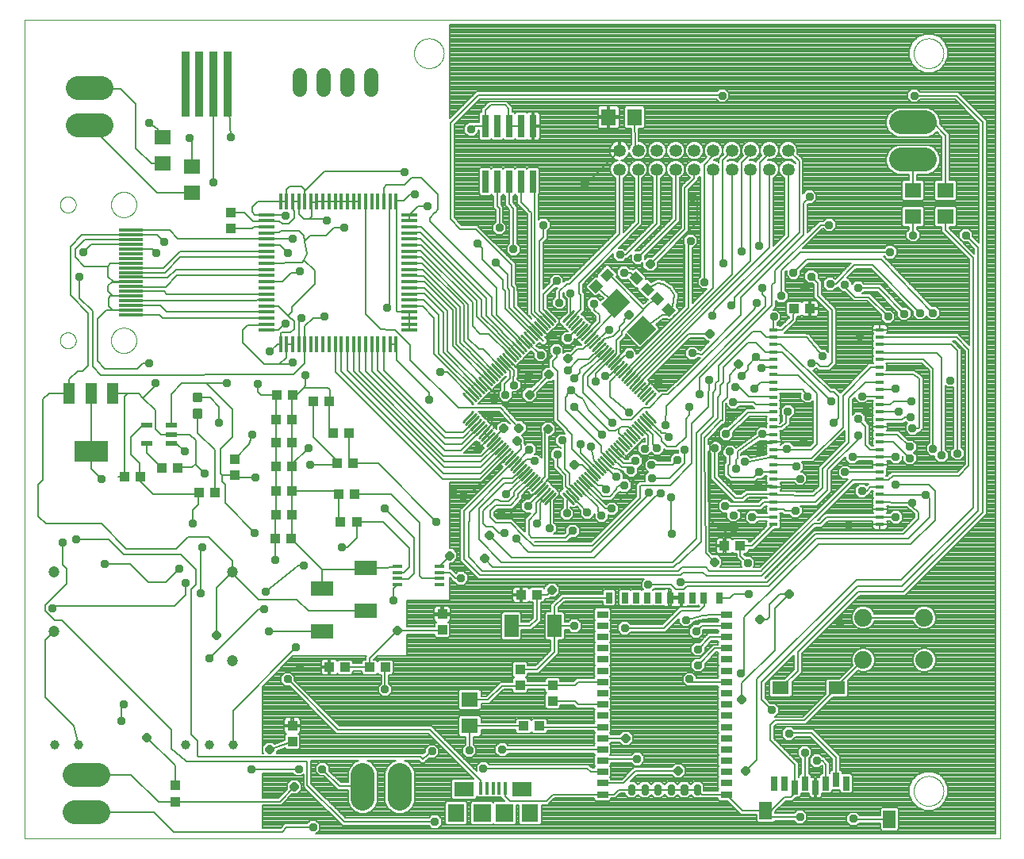
<source format=gtl>
G75*
%MOIN*%
%OFA0B0*%
%FSLAX25Y25*%
%IPPOS*%
%LPD*%
%AMOC8*
5,1,8,0,0,1.08239X$1,22.5*
%
%ADD10C,0.00000*%
%ADD11R,0.07087X0.06299*%
%ADD12R,0.04724X0.03150*%
%ADD13R,0.03150X0.04724*%
%ADD14C,0.02362*%
%ADD15R,0.05512X0.07480*%
%ADD16R,0.07087X0.05512*%
%ADD17R,0.02756X0.05906*%
%ADD18R,0.10236X0.01181*%
%ADD19R,0.01700X0.06600*%
%ADD20R,0.06600X0.01700*%
%ADD21R,0.03543X0.01575*%
%ADD22C,0.00900*%
%ADD23R,0.01575X0.05315*%
%ADD24R,0.07480X0.07480*%
%ADD25R,0.07090X0.07480*%
%ADD26R,0.08268X0.06299*%
%ADD27R,0.02992X0.09449*%
%ADD28C,0.10039*%
%ADD29R,0.04331X0.03937*%
%ADD30R,0.05906X0.09449*%
%ADD31C,0.07400*%
%ADD32R,0.04724X0.02165*%
%ADD33R,0.03937X0.04331*%
%ADD34R,0.03346X0.27559*%
%ADD35R,0.09449X0.07874*%
%ADD36C,0.01181*%
%ADD37R,0.04331X0.01575*%
%ADD38C,0.05315*%
%ADD39R,0.06299X0.07087*%
%ADD40R,0.04800X0.08800*%
%ADD41R,0.14173X0.08661*%
%ADD42C,0.04724*%
%ADD43R,0.09449X0.05906*%
%ADD44C,0.03900*%
%ADD45C,0.05906*%
%ADD46C,0.00800*%
%ADD47OC8,0.03400*%
%ADD48OC8,0.03762*%
D10*
X0001500Y0017369D02*
X0001500Y0361369D01*
X0411500Y0361369D01*
X0411500Y0017369D01*
X0001500Y0017369D01*
X0016422Y0226699D02*
X0016424Y0226814D01*
X0016430Y0226930D01*
X0016440Y0227045D01*
X0016454Y0227160D01*
X0016472Y0227274D01*
X0016494Y0227387D01*
X0016519Y0227500D01*
X0016549Y0227611D01*
X0016582Y0227722D01*
X0016619Y0227831D01*
X0016660Y0227939D01*
X0016705Y0228046D01*
X0016753Y0228151D01*
X0016805Y0228254D01*
X0016861Y0228355D01*
X0016920Y0228455D01*
X0016982Y0228552D01*
X0017048Y0228647D01*
X0017116Y0228740D01*
X0017188Y0228830D01*
X0017263Y0228918D01*
X0017342Y0229003D01*
X0017423Y0229085D01*
X0017506Y0229165D01*
X0017593Y0229241D01*
X0017682Y0229315D01*
X0017773Y0229385D01*
X0017867Y0229453D01*
X0017963Y0229517D01*
X0018062Y0229577D01*
X0018162Y0229634D01*
X0018264Y0229688D01*
X0018368Y0229738D01*
X0018474Y0229785D01*
X0018581Y0229828D01*
X0018690Y0229867D01*
X0018800Y0229902D01*
X0018911Y0229933D01*
X0019023Y0229961D01*
X0019136Y0229985D01*
X0019250Y0230005D01*
X0019365Y0230021D01*
X0019480Y0230033D01*
X0019595Y0230041D01*
X0019710Y0230045D01*
X0019826Y0230045D01*
X0019941Y0230041D01*
X0020056Y0230033D01*
X0020171Y0230021D01*
X0020286Y0230005D01*
X0020400Y0229985D01*
X0020513Y0229961D01*
X0020625Y0229933D01*
X0020736Y0229902D01*
X0020846Y0229867D01*
X0020955Y0229828D01*
X0021062Y0229785D01*
X0021168Y0229738D01*
X0021272Y0229688D01*
X0021374Y0229634D01*
X0021474Y0229577D01*
X0021573Y0229517D01*
X0021669Y0229453D01*
X0021763Y0229385D01*
X0021854Y0229315D01*
X0021943Y0229241D01*
X0022030Y0229165D01*
X0022113Y0229085D01*
X0022194Y0229003D01*
X0022273Y0228918D01*
X0022348Y0228830D01*
X0022420Y0228740D01*
X0022488Y0228647D01*
X0022554Y0228552D01*
X0022616Y0228455D01*
X0022675Y0228355D01*
X0022731Y0228254D01*
X0022783Y0228151D01*
X0022831Y0228046D01*
X0022876Y0227939D01*
X0022917Y0227831D01*
X0022954Y0227722D01*
X0022987Y0227611D01*
X0023017Y0227500D01*
X0023042Y0227387D01*
X0023064Y0227274D01*
X0023082Y0227160D01*
X0023096Y0227045D01*
X0023106Y0226930D01*
X0023112Y0226814D01*
X0023114Y0226699D01*
X0023112Y0226584D01*
X0023106Y0226468D01*
X0023096Y0226353D01*
X0023082Y0226238D01*
X0023064Y0226124D01*
X0023042Y0226011D01*
X0023017Y0225898D01*
X0022987Y0225787D01*
X0022954Y0225676D01*
X0022917Y0225567D01*
X0022876Y0225459D01*
X0022831Y0225352D01*
X0022783Y0225247D01*
X0022731Y0225144D01*
X0022675Y0225043D01*
X0022616Y0224943D01*
X0022554Y0224846D01*
X0022488Y0224751D01*
X0022420Y0224658D01*
X0022348Y0224568D01*
X0022273Y0224480D01*
X0022194Y0224395D01*
X0022113Y0224313D01*
X0022030Y0224233D01*
X0021943Y0224157D01*
X0021854Y0224083D01*
X0021763Y0224013D01*
X0021669Y0223945D01*
X0021573Y0223881D01*
X0021474Y0223821D01*
X0021374Y0223764D01*
X0021272Y0223710D01*
X0021168Y0223660D01*
X0021062Y0223613D01*
X0020955Y0223570D01*
X0020846Y0223531D01*
X0020736Y0223496D01*
X0020625Y0223465D01*
X0020513Y0223437D01*
X0020400Y0223413D01*
X0020286Y0223393D01*
X0020171Y0223377D01*
X0020056Y0223365D01*
X0019941Y0223357D01*
X0019826Y0223353D01*
X0019710Y0223353D01*
X0019595Y0223357D01*
X0019480Y0223365D01*
X0019365Y0223377D01*
X0019250Y0223393D01*
X0019136Y0223413D01*
X0019023Y0223437D01*
X0018911Y0223465D01*
X0018800Y0223496D01*
X0018690Y0223531D01*
X0018581Y0223570D01*
X0018474Y0223613D01*
X0018368Y0223660D01*
X0018264Y0223710D01*
X0018162Y0223764D01*
X0018062Y0223821D01*
X0017963Y0223881D01*
X0017867Y0223945D01*
X0017773Y0224013D01*
X0017682Y0224083D01*
X0017593Y0224157D01*
X0017506Y0224233D01*
X0017423Y0224313D01*
X0017342Y0224395D01*
X0017263Y0224480D01*
X0017188Y0224568D01*
X0017116Y0224658D01*
X0017048Y0224751D01*
X0016982Y0224846D01*
X0016920Y0224943D01*
X0016861Y0225043D01*
X0016805Y0225144D01*
X0016753Y0225247D01*
X0016705Y0225352D01*
X0016660Y0225459D01*
X0016619Y0225567D01*
X0016582Y0225676D01*
X0016549Y0225787D01*
X0016519Y0225898D01*
X0016494Y0226011D01*
X0016472Y0226124D01*
X0016454Y0226238D01*
X0016440Y0226353D01*
X0016430Y0226468D01*
X0016424Y0226584D01*
X0016422Y0226699D01*
X0037917Y0226699D02*
X0037919Y0226844D01*
X0037925Y0226989D01*
X0037935Y0227134D01*
X0037949Y0227279D01*
X0037967Y0227423D01*
X0037988Y0227566D01*
X0038014Y0227709D01*
X0038043Y0227851D01*
X0038077Y0227993D01*
X0038114Y0228133D01*
X0038155Y0228272D01*
X0038200Y0228410D01*
X0038249Y0228547D01*
X0038301Y0228683D01*
X0038357Y0228817D01*
X0038417Y0228949D01*
X0038480Y0229080D01*
X0038547Y0229208D01*
X0038617Y0229336D01*
X0038691Y0229461D01*
X0038768Y0229584D01*
X0038848Y0229704D01*
X0038932Y0229823D01*
X0039019Y0229939D01*
X0039109Y0230053D01*
X0039202Y0230165D01*
X0039298Y0230273D01*
X0039398Y0230379D01*
X0039499Y0230483D01*
X0039604Y0230583D01*
X0039712Y0230681D01*
X0039822Y0230776D01*
X0039934Y0230867D01*
X0040049Y0230956D01*
X0040167Y0231041D01*
X0040287Y0231123D01*
X0040409Y0231202D01*
X0040533Y0231278D01*
X0040659Y0231350D01*
X0040787Y0231418D01*
X0040917Y0231483D01*
X0041048Y0231545D01*
X0041181Y0231602D01*
X0041316Y0231657D01*
X0041452Y0231707D01*
X0041590Y0231754D01*
X0041728Y0231797D01*
X0041868Y0231836D01*
X0042009Y0231871D01*
X0042151Y0231903D01*
X0042293Y0231930D01*
X0042436Y0231954D01*
X0042580Y0231974D01*
X0042725Y0231990D01*
X0042869Y0232002D01*
X0043014Y0232010D01*
X0043159Y0232014D01*
X0043305Y0232014D01*
X0043450Y0232010D01*
X0043595Y0232002D01*
X0043739Y0231990D01*
X0043884Y0231974D01*
X0044028Y0231954D01*
X0044171Y0231930D01*
X0044313Y0231903D01*
X0044455Y0231871D01*
X0044596Y0231836D01*
X0044736Y0231797D01*
X0044874Y0231754D01*
X0045012Y0231707D01*
X0045148Y0231657D01*
X0045283Y0231602D01*
X0045416Y0231545D01*
X0045547Y0231483D01*
X0045677Y0231418D01*
X0045805Y0231350D01*
X0045931Y0231278D01*
X0046055Y0231202D01*
X0046177Y0231123D01*
X0046297Y0231041D01*
X0046415Y0230956D01*
X0046530Y0230867D01*
X0046642Y0230776D01*
X0046752Y0230681D01*
X0046860Y0230583D01*
X0046965Y0230483D01*
X0047066Y0230379D01*
X0047166Y0230273D01*
X0047262Y0230165D01*
X0047355Y0230053D01*
X0047445Y0229939D01*
X0047532Y0229823D01*
X0047616Y0229704D01*
X0047696Y0229584D01*
X0047773Y0229461D01*
X0047847Y0229336D01*
X0047917Y0229208D01*
X0047984Y0229080D01*
X0048047Y0228949D01*
X0048107Y0228817D01*
X0048163Y0228683D01*
X0048215Y0228547D01*
X0048264Y0228410D01*
X0048309Y0228272D01*
X0048350Y0228133D01*
X0048387Y0227993D01*
X0048421Y0227851D01*
X0048450Y0227709D01*
X0048476Y0227566D01*
X0048497Y0227423D01*
X0048515Y0227279D01*
X0048529Y0227134D01*
X0048539Y0226989D01*
X0048545Y0226844D01*
X0048547Y0226699D01*
X0048545Y0226554D01*
X0048539Y0226409D01*
X0048529Y0226264D01*
X0048515Y0226119D01*
X0048497Y0225975D01*
X0048476Y0225832D01*
X0048450Y0225689D01*
X0048421Y0225547D01*
X0048387Y0225405D01*
X0048350Y0225265D01*
X0048309Y0225126D01*
X0048264Y0224988D01*
X0048215Y0224851D01*
X0048163Y0224715D01*
X0048107Y0224581D01*
X0048047Y0224449D01*
X0047984Y0224318D01*
X0047917Y0224190D01*
X0047847Y0224062D01*
X0047773Y0223937D01*
X0047696Y0223814D01*
X0047616Y0223694D01*
X0047532Y0223575D01*
X0047445Y0223459D01*
X0047355Y0223345D01*
X0047262Y0223233D01*
X0047166Y0223125D01*
X0047066Y0223019D01*
X0046965Y0222915D01*
X0046860Y0222815D01*
X0046752Y0222717D01*
X0046642Y0222622D01*
X0046530Y0222531D01*
X0046415Y0222442D01*
X0046297Y0222357D01*
X0046177Y0222275D01*
X0046055Y0222196D01*
X0045931Y0222120D01*
X0045805Y0222048D01*
X0045677Y0221980D01*
X0045547Y0221915D01*
X0045416Y0221853D01*
X0045283Y0221796D01*
X0045148Y0221741D01*
X0045012Y0221691D01*
X0044874Y0221644D01*
X0044736Y0221601D01*
X0044596Y0221562D01*
X0044455Y0221527D01*
X0044313Y0221495D01*
X0044171Y0221468D01*
X0044028Y0221444D01*
X0043884Y0221424D01*
X0043739Y0221408D01*
X0043595Y0221396D01*
X0043450Y0221388D01*
X0043305Y0221384D01*
X0043159Y0221384D01*
X0043014Y0221388D01*
X0042869Y0221396D01*
X0042725Y0221408D01*
X0042580Y0221424D01*
X0042436Y0221444D01*
X0042293Y0221468D01*
X0042151Y0221495D01*
X0042009Y0221527D01*
X0041868Y0221562D01*
X0041728Y0221601D01*
X0041590Y0221644D01*
X0041452Y0221691D01*
X0041316Y0221741D01*
X0041181Y0221796D01*
X0041048Y0221853D01*
X0040917Y0221915D01*
X0040787Y0221980D01*
X0040659Y0222048D01*
X0040533Y0222120D01*
X0040409Y0222196D01*
X0040287Y0222275D01*
X0040167Y0222357D01*
X0040049Y0222442D01*
X0039934Y0222531D01*
X0039822Y0222622D01*
X0039712Y0222717D01*
X0039604Y0222815D01*
X0039499Y0222915D01*
X0039398Y0223019D01*
X0039298Y0223125D01*
X0039202Y0223233D01*
X0039109Y0223345D01*
X0039019Y0223459D01*
X0038932Y0223575D01*
X0038848Y0223694D01*
X0038768Y0223814D01*
X0038691Y0223937D01*
X0038617Y0224062D01*
X0038547Y0224190D01*
X0038480Y0224318D01*
X0038417Y0224449D01*
X0038357Y0224581D01*
X0038301Y0224715D01*
X0038249Y0224851D01*
X0038200Y0224988D01*
X0038155Y0225126D01*
X0038114Y0225265D01*
X0038077Y0225405D01*
X0038043Y0225547D01*
X0038014Y0225689D01*
X0037988Y0225832D01*
X0037967Y0225975D01*
X0037949Y0226119D01*
X0037935Y0226264D01*
X0037925Y0226409D01*
X0037919Y0226554D01*
X0037917Y0226699D01*
X0037917Y0283786D02*
X0037919Y0283931D01*
X0037925Y0284076D01*
X0037935Y0284221D01*
X0037949Y0284366D01*
X0037967Y0284510D01*
X0037988Y0284653D01*
X0038014Y0284796D01*
X0038043Y0284938D01*
X0038077Y0285080D01*
X0038114Y0285220D01*
X0038155Y0285359D01*
X0038200Y0285497D01*
X0038249Y0285634D01*
X0038301Y0285770D01*
X0038357Y0285904D01*
X0038417Y0286036D01*
X0038480Y0286167D01*
X0038547Y0286295D01*
X0038617Y0286423D01*
X0038691Y0286548D01*
X0038768Y0286671D01*
X0038848Y0286791D01*
X0038932Y0286910D01*
X0039019Y0287026D01*
X0039109Y0287140D01*
X0039202Y0287252D01*
X0039298Y0287360D01*
X0039398Y0287466D01*
X0039499Y0287570D01*
X0039604Y0287670D01*
X0039712Y0287768D01*
X0039822Y0287863D01*
X0039934Y0287954D01*
X0040049Y0288043D01*
X0040167Y0288128D01*
X0040287Y0288210D01*
X0040409Y0288289D01*
X0040533Y0288365D01*
X0040659Y0288437D01*
X0040787Y0288505D01*
X0040917Y0288570D01*
X0041048Y0288632D01*
X0041181Y0288689D01*
X0041316Y0288744D01*
X0041452Y0288794D01*
X0041590Y0288841D01*
X0041728Y0288884D01*
X0041868Y0288923D01*
X0042009Y0288958D01*
X0042151Y0288990D01*
X0042293Y0289017D01*
X0042436Y0289041D01*
X0042580Y0289061D01*
X0042725Y0289077D01*
X0042869Y0289089D01*
X0043014Y0289097D01*
X0043159Y0289101D01*
X0043305Y0289101D01*
X0043450Y0289097D01*
X0043595Y0289089D01*
X0043739Y0289077D01*
X0043884Y0289061D01*
X0044028Y0289041D01*
X0044171Y0289017D01*
X0044313Y0288990D01*
X0044455Y0288958D01*
X0044596Y0288923D01*
X0044736Y0288884D01*
X0044874Y0288841D01*
X0045012Y0288794D01*
X0045148Y0288744D01*
X0045283Y0288689D01*
X0045416Y0288632D01*
X0045547Y0288570D01*
X0045677Y0288505D01*
X0045805Y0288437D01*
X0045931Y0288365D01*
X0046055Y0288289D01*
X0046177Y0288210D01*
X0046297Y0288128D01*
X0046415Y0288043D01*
X0046530Y0287954D01*
X0046642Y0287863D01*
X0046752Y0287768D01*
X0046860Y0287670D01*
X0046965Y0287570D01*
X0047066Y0287466D01*
X0047166Y0287360D01*
X0047262Y0287252D01*
X0047355Y0287140D01*
X0047445Y0287026D01*
X0047532Y0286910D01*
X0047616Y0286791D01*
X0047696Y0286671D01*
X0047773Y0286548D01*
X0047847Y0286423D01*
X0047917Y0286295D01*
X0047984Y0286167D01*
X0048047Y0286036D01*
X0048107Y0285904D01*
X0048163Y0285770D01*
X0048215Y0285634D01*
X0048264Y0285497D01*
X0048309Y0285359D01*
X0048350Y0285220D01*
X0048387Y0285080D01*
X0048421Y0284938D01*
X0048450Y0284796D01*
X0048476Y0284653D01*
X0048497Y0284510D01*
X0048515Y0284366D01*
X0048529Y0284221D01*
X0048539Y0284076D01*
X0048545Y0283931D01*
X0048547Y0283786D01*
X0048545Y0283641D01*
X0048539Y0283496D01*
X0048529Y0283351D01*
X0048515Y0283206D01*
X0048497Y0283062D01*
X0048476Y0282919D01*
X0048450Y0282776D01*
X0048421Y0282634D01*
X0048387Y0282492D01*
X0048350Y0282352D01*
X0048309Y0282213D01*
X0048264Y0282075D01*
X0048215Y0281938D01*
X0048163Y0281802D01*
X0048107Y0281668D01*
X0048047Y0281536D01*
X0047984Y0281405D01*
X0047917Y0281277D01*
X0047847Y0281149D01*
X0047773Y0281024D01*
X0047696Y0280901D01*
X0047616Y0280781D01*
X0047532Y0280662D01*
X0047445Y0280546D01*
X0047355Y0280432D01*
X0047262Y0280320D01*
X0047166Y0280212D01*
X0047066Y0280106D01*
X0046965Y0280002D01*
X0046860Y0279902D01*
X0046752Y0279804D01*
X0046642Y0279709D01*
X0046530Y0279618D01*
X0046415Y0279529D01*
X0046297Y0279444D01*
X0046177Y0279362D01*
X0046055Y0279283D01*
X0045931Y0279207D01*
X0045805Y0279135D01*
X0045677Y0279067D01*
X0045547Y0279002D01*
X0045416Y0278940D01*
X0045283Y0278883D01*
X0045148Y0278828D01*
X0045012Y0278778D01*
X0044874Y0278731D01*
X0044736Y0278688D01*
X0044596Y0278649D01*
X0044455Y0278614D01*
X0044313Y0278582D01*
X0044171Y0278555D01*
X0044028Y0278531D01*
X0043884Y0278511D01*
X0043739Y0278495D01*
X0043595Y0278483D01*
X0043450Y0278475D01*
X0043305Y0278471D01*
X0043159Y0278471D01*
X0043014Y0278475D01*
X0042869Y0278483D01*
X0042725Y0278495D01*
X0042580Y0278511D01*
X0042436Y0278531D01*
X0042293Y0278555D01*
X0042151Y0278582D01*
X0042009Y0278614D01*
X0041868Y0278649D01*
X0041728Y0278688D01*
X0041590Y0278731D01*
X0041452Y0278778D01*
X0041316Y0278828D01*
X0041181Y0278883D01*
X0041048Y0278940D01*
X0040917Y0279002D01*
X0040787Y0279067D01*
X0040659Y0279135D01*
X0040533Y0279207D01*
X0040409Y0279283D01*
X0040287Y0279362D01*
X0040167Y0279444D01*
X0040049Y0279529D01*
X0039934Y0279618D01*
X0039822Y0279709D01*
X0039712Y0279804D01*
X0039604Y0279902D01*
X0039499Y0280002D01*
X0039398Y0280106D01*
X0039298Y0280212D01*
X0039202Y0280320D01*
X0039109Y0280432D01*
X0039019Y0280546D01*
X0038932Y0280662D01*
X0038848Y0280781D01*
X0038768Y0280901D01*
X0038691Y0281024D01*
X0038617Y0281149D01*
X0038547Y0281277D01*
X0038480Y0281405D01*
X0038417Y0281536D01*
X0038357Y0281668D01*
X0038301Y0281802D01*
X0038249Y0281938D01*
X0038200Y0282075D01*
X0038155Y0282213D01*
X0038114Y0282352D01*
X0038077Y0282492D01*
X0038043Y0282634D01*
X0038014Y0282776D01*
X0037988Y0282919D01*
X0037967Y0283062D01*
X0037949Y0283206D01*
X0037935Y0283351D01*
X0037925Y0283496D01*
X0037919Y0283641D01*
X0037917Y0283786D01*
X0016422Y0283786D02*
X0016424Y0283901D01*
X0016430Y0284017D01*
X0016440Y0284132D01*
X0016454Y0284247D01*
X0016472Y0284361D01*
X0016494Y0284474D01*
X0016519Y0284587D01*
X0016549Y0284698D01*
X0016582Y0284809D01*
X0016619Y0284918D01*
X0016660Y0285026D01*
X0016705Y0285133D01*
X0016753Y0285238D01*
X0016805Y0285341D01*
X0016861Y0285442D01*
X0016920Y0285542D01*
X0016982Y0285639D01*
X0017048Y0285734D01*
X0017116Y0285827D01*
X0017188Y0285917D01*
X0017263Y0286005D01*
X0017342Y0286090D01*
X0017423Y0286172D01*
X0017506Y0286252D01*
X0017593Y0286328D01*
X0017682Y0286402D01*
X0017773Y0286472D01*
X0017867Y0286540D01*
X0017963Y0286604D01*
X0018062Y0286664D01*
X0018162Y0286721D01*
X0018264Y0286775D01*
X0018368Y0286825D01*
X0018474Y0286872D01*
X0018581Y0286915D01*
X0018690Y0286954D01*
X0018800Y0286989D01*
X0018911Y0287020D01*
X0019023Y0287048D01*
X0019136Y0287072D01*
X0019250Y0287092D01*
X0019365Y0287108D01*
X0019480Y0287120D01*
X0019595Y0287128D01*
X0019710Y0287132D01*
X0019826Y0287132D01*
X0019941Y0287128D01*
X0020056Y0287120D01*
X0020171Y0287108D01*
X0020286Y0287092D01*
X0020400Y0287072D01*
X0020513Y0287048D01*
X0020625Y0287020D01*
X0020736Y0286989D01*
X0020846Y0286954D01*
X0020955Y0286915D01*
X0021062Y0286872D01*
X0021168Y0286825D01*
X0021272Y0286775D01*
X0021374Y0286721D01*
X0021474Y0286664D01*
X0021573Y0286604D01*
X0021669Y0286540D01*
X0021763Y0286472D01*
X0021854Y0286402D01*
X0021943Y0286328D01*
X0022030Y0286252D01*
X0022113Y0286172D01*
X0022194Y0286090D01*
X0022273Y0286005D01*
X0022348Y0285917D01*
X0022420Y0285827D01*
X0022488Y0285734D01*
X0022554Y0285639D01*
X0022616Y0285542D01*
X0022675Y0285442D01*
X0022731Y0285341D01*
X0022783Y0285238D01*
X0022831Y0285133D01*
X0022876Y0285026D01*
X0022917Y0284918D01*
X0022954Y0284809D01*
X0022987Y0284698D01*
X0023017Y0284587D01*
X0023042Y0284474D01*
X0023064Y0284361D01*
X0023082Y0284247D01*
X0023096Y0284132D01*
X0023106Y0284017D01*
X0023112Y0283901D01*
X0023114Y0283786D01*
X0023112Y0283671D01*
X0023106Y0283555D01*
X0023096Y0283440D01*
X0023082Y0283325D01*
X0023064Y0283211D01*
X0023042Y0283098D01*
X0023017Y0282985D01*
X0022987Y0282874D01*
X0022954Y0282763D01*
X0022917Y0282654D01*
X0022876Y0282546D01*
X0022831Y0282439D01*
X0022783Y0282334D01*
X0022731Y0282231D01*
X0022675Y0282130D01*
X0022616Y0282030D01*
X0022554Y0281933D01*
X0022488Y0281838D01*
X0022420Y0281745D01*
X0022348Y0281655D01*
X0022273Y0281567D01*
X0022194Y0281482D01*
X0022113Y0281400D01*
X0022030Y0281320D01*
X0021943Y0281244D01*
X0021854Y0281170D01*
X0021763Y0281100D01*
X0021669Y0281032D01*
X0021573Y0280968D01*
X0021474Y0280908D01*
X0021374Y0280851D01*
X0021272Y0280797D01*
X0021168Y0280747D01*
X0021062Y0280700D01*
X0020955Y0280657D01*
X0020846Y0280618D01*
X0020736Y0280583D01*
X0020625Y0280552D01*
X0020513Y0280524D01*
X0020400Y0280500D01*
X0020286Y0280480D01*
X0020171Y0280464D01*
X0020056Y0280452D01*
X0019941Y0280444D01*
X0019826Y0280440D01*
X0019710Y0280440D01*
X0019595Y0280444D01*
X0019480Y0280452D01*
X0019365Y0280464D01*
X0019250Y0280480D01*
X0019136Y0280500D01*
X0019023Y0280524D01*
X0018911Y0280552D01*
X0018800Y0280583D01*
X0018690Y0280618D01*
X0018581Y0280657D01*
X0018474Y0280700D01*
X0018368Y0280747D01*
X0018264Y0280797D01*
X0018162Y0280851D01*
X0018062Y0280908D01*
X0017963Y0280968D01*
X0017867Y0281032D01*
X0017773Y0281100D01*
X0017682Y0281170D01*
X0017593Y0281244D01*
X0017506Y0281320D01*
X0017423Y0281400D01*
X0017342Y0281482D01*
X0017263Y0281567D01*
X0017188Y0281655D01*
X0017116Y0281745D01*
X0017048Y0281838D01*
X0016982Y0281933D01*
X0016920Y0282030D01*
X0016861Y0282130D01*
X0016805Y0282231D01*
X0016753Y0282334D01*
X0016705Y0282439D01*
X0016660Y0282546D01*
X0016619Y0282654D01*
X0016582Y0282763D01*
X0016549Y0282874D01*
X0016519Y0282985D01*
X0016494Y0283098D01*
X0016472Y0283211D01*
X0016454Y0283325D01*
X0016440Y0283440D01*
X0016430Y0283555D01*
X0016424Y0283671D01*
X0016422Y0283786D01*
X0165250Y0347369D02*
X0165252Y0347527D01*
X0165258Y0347684D01*
X0165268Y0347842D01*
X0165282Y0347999D01*
X0165300Y0348155D01*
X0165321Y0348312D01*
X0165347Y0348467D01*
X0165377Y0348622D01*
X0165410Y0348776D01*
X0165448Y0348929D01*
X0165489Y0349082D01*
X0165534Y0349233D01*
X0165583Y0349383D01*
X0165636Y0349531D01*
X0165692Y0349679D01*
X0165753Y0349824D01*
X0165816Y0349969D01*
X0165884Y0350111D01*
X0165955Y0350252D01*
X0166029Y0350391D01*
X0166107Y0350528D01*
X0166189Y0350663D01*
X0166273Y0350796D01*
X0166362Y0350927D01*
X0166453Y0351055D01*
X0166548Y0351182D01*
X0166645Y0351305D01*
X0166746Y0351427D01*
X0166850Y0351545D01*
X0166957Y0351661D01*
X0167067Y0351774D01*
X0167179Y0351885D01*
X0167295Y0351992D01*
X0167413Y0352097D01*
X0167533Y0352199D01*
X0167656Y0352297D01*
X0167782Y0352393D01*
X0167910Y0352485D01*
X0168040Y0352574D01*
X0168172Y0352660D01*
X0168307Y0352742D01*
X0168444Y0352821D01*
X0168582Y0352896D01*
X0168722Y0352968D01*
X0168865Y0353036D01*
X0169008Y0353101D01*
X0169154Y0353162D01*
X0169301Y0353219D01*
X0169449Y0353273D01*
X0169599Y0353323D01*
X0169749Y0353369D01*
X0169901Y0353411D01*
X0170054Y0353450D01*
X0170208Y0353484D01*
X0170363Y0353515D01*
X0170518Y0353541D01*
X0170674Y0353564D01*
X0170831Y0353583D01*
X0170988Y0353598D01*
X0171145Y0353609D01*
X0171303Y0353616D01*
X0171461Y0353619D01*
X0171618Y0353618D01*
X0171776Y0353613D01*
X0171933Y0353604D01*
X0172091Y0353591D01*
X0172247Y0353574D01*
X0172404Y0353553D01*
X0172559Y0353529D01*
X0172714Y0353500D01*
X0172869Y0353467D01*
X0173022Y0353431D01*
X0173175Y0353390D01*
X0173326Y0353346D01*
X0173476Y0353298D01*
X0173625Y0353247D01*
X0173773Y0353191D01*
X0173919Y0353132D01*
X0174064Y0353069D01*
X0174207Y0353002D01*
X0174348Y0352932D01*
X0174487Y0352859D01*
X0174625Y0352782D01*
X0174761Y0352701D01*
X0174894Y0352617D01*
X0175025Y0352530D01*
X0175154Y0352439D01*
X0175281Y0352345D01*
X0175406Y0352248D01*
X0175527Y0352148D01*
X0175647Y0352045D01*
X0175763Y0351939D01*
X0175877Y0351830D01*
X0175989Y0351718D01*
X0176097Y0351604D01*
X0176202Y0351486D01*
X0176305Y0351366D01*
X0176404Y0351244D01*
X0176500Y0351119D01*
X0176593Y0350991D01*
X0176683Y0350862D01*
X0176769Y0350730D01*
X0176853Y0350596D01*
X0176932Y0350460D01*
X0177009Y0350322D01*
X0177081Y0350182D01*
X0177150Y0350040D01*
X0177216Y0349897D01*
X0177278Y0349752D01*
X0177336Y0349605D01*
X0177391Y0349457D01*
X0177442Y0349308D01*
X0177489Y0349157D01*
X0177532Y0349006D01*
X0177571Y0348853D01*
X0177607Y0348699D01*
X0177638Y0348545D01*
X0177666Y0348390D01*
X0177690Y0348234D01*
X0177710Y0348077D01*
X0177726Y0347920D01*
X0177738Y0347763D01*
X0177746Y0347606D01*
X0177750Y0347448D01*
X0177750Y0347290D01*
X0177746Y0347132D01*
X0177738Y0346975D01*
X0177726Y0346818D01*
X0177710Y0346661D01*
X0177690Y0346504D01*
X0177666Y0346348D01*
X0177638Y0346193D01*
X0177607Y0346039D01*
X0177571Y0345885D01*
X0177532Y0345732D01*
X0177489Y0345581D01*
X0177442Y0345430D01*
X0177391Y0345281D01*
X0177336Y0345133D01*
X0177278Y0344986D01*
X0177216Y0344841D01*
X0177150Y0344698D01*
X0177081Y0344556D01*
X0177009Y0344416D01*
X0176932Y0344278D01*
X0176853Y0344142D01*
X0176769Y0344008D01*
X0176683Y0343876D01*
X0176593Y0343747D01*
X0176500Y0343619D01*
X0176404Y0343494D01*
X0176305Y0343372D01*
X0176202Y0343252D01*
X0176097Y0343134D01*
X0175989Y0343020D01*
X0175877Y0342908D01*
X0175763Y0342799D01*
X0175647Y0342693D01*
X0175527Y0342590D01*
X0175406Y0342490D01*
X0175281Y0342393D01*
X0175154Y0342299D01*
X0175025Y0342208D01*
X0174894Y0342121D01*
X0174761Y0342037D01*
X0174625Y0341956D01*
X0174487Y0341879D01*
X0174348Y0341806D01*
X0174207Y0341736D01*
X0174064Y0341669D01*
X0173919Y0341606D01*
X0173773Y0341547D01*
X0173625Y0341491D01*
X0173476Y0341440D01*
X0173326Y0341392D01*
X0173175Y0341348D01*
X0173022Y0341307D01*
X0172869Y0341271D01*
X0172714Y0341238D01*
X0172559Y0341209D01*
X0172404Y0341185D01*
X0172247Y0341164D01*
X0172091Y0341147D01*
X0171933Y0341134D01*
X0171776Y0341125D01*
X0171618Y0341120D01*
X0171461Y0341119D01*
X0171303Y0341122D01*
X0171145Y0341129D01*
X0170988Y0341140D01*
X0170831Y0341155D01*
X0170674Y0341174D01*
X0170518Y0341197D01*
X0170363Y0341223D01*
X0170208Y0341254D01*
X0170054Y0341288D01*
X0169901Y0341327D01*
X0169749Y0341369D01*
X0169599Y0341415D01*
X0169449Y0341465D01*
X0169301Y0341519D01*
X0169154Y0341576D01*
X0169008Y0341637D01*
X0168865Y0341702D01*
X0168722Y0341770D01*
X0168582Y0341842D01*
X0168444Y0341917D01*
X0168307Y0341996D01*
X0168172Y0342078D01*
X0168040Y0342164D01*
X0167910Y0342253D01*
X0167782Y0342345D01*
X0167656Y0342441D01*
X0167533Y0342539D01*
X0167413Y0342641D01*
X0167295Y0342746D01*
X0167179Y0342853D01*
X0167067Y0342964D01*
X0166957Y0343077D01*
X0166850Y0343193D01*
X0166746Y0343311D01*
X0166645Y0343433D01*
X0166548Y0343556D01*
X0166453Y0343683D01*
X0166362Y0343811D01*
X0166273Y0343942D01*
X0166189Y0344075D01*
X0166107Y0344210D01*
X0166029Y0344347D01*
X0165955Y0344486D01*
X0165884Y0344627D01*
X0165816Y0344769D01*
X0165753Y0344914D01*
X0165692Y0345059D01*
X0165636Y0345207D01*
X0165583Y0345355D01*
X0165534Y0345505D01*
X0165489Y0345656D01*
X0165448Y0345809D01*
X0165410Y0345962D01*
X0165377Y0346116D01*
X0165347Y0346271D01*
X0165321Y0346426D01*
X0165300Y0346583D01*
X0165282Y0346739D01*
X0165268Y0346896D01*
X0165258Y0347054D01*
X0165252Y0347211D01*
X0165250Y0347369D01*
X0375250Y0347369D02*
X0375252Y0347527D01*
X0375258Y0347684D01*
X0375268Y0347842D01*
X0375282Y0347999D01*
X0375300Y0348155D01*
X0375321Y0348312D01*
X0375347Y0348467D01*
X0375377Y0348622D01*
X0375410Y0348776D01*
X0375448Y0348929D01*
X0375489Y0349082D01*
X0375534Y0349233D01*
X0375583Y0349383D01*
X0375636Y0349531D01*
X0375692Y0349679D01*
X0375753Y0349824D01*
X0375816Y0349969D01*
X0375884Y0350111D01*
X0375955Y0350252D01*
X0376029Y0350391D01*
X0376107Y0350528D01*
X0376189Y0350663D01*
X0376273Y0350796D01*
X0376362Y0350927D01*
X0376453Y0351055D01*
X0376548Y0351182D01*
X0376645Y0351305D01*
X0376746Y0351427D01*
X0376850Y0351545D01*
X0376957Y0351661D01*
X0377067Y0351774D01*
X0377179Y0351885D01*
X0377295Y0351992D01*
X0377413Y0352097D01*
X0377533Y0352199D01*
X0377656Y0352297D01*
X0377782Y0352393D01*
X0377910Y0352485D01*
X0378040Y0352574D01*
X0378172Y0352660D01*
X0378307Y0352742D01*
X0378444Y0352821D01*
X0378582Y0352896D01*
X0378722Y0352968D01*
X0378865Y0353036D01*
X0379008Y0353101D01*
X0379154Y0353162D01*
X0379301Y0353219D01*
X0379449Y0353273D01*
X0379599Y0353323D01*
X0379749Y0353369D01*
X0379901Y0353411D01*
X0380054Y0353450D01*
X0380208Y0353484D01*
X0380363Y0353515D01*
X0380518Y0353541D01*
X0380674Y0353564D01*
X0380831Y0353583D01*
X0380988Y0353598D01*
X0381145Y0353609D01*
X0381303Y0353616D01*
X0381461Y0353619D01*
X0381618Y0353618D01*
X0381776Y0353613D01*
X0381933Y0353604D01*
X0382091Y0353591D01*
X0382247Y0353574D01*
X0382404Y0353553D01*
X0382559Y0353529D01*
X0382714Y0353500D01*
X0382869Y0353467D01*
X0383022Y0353431D01*
X0383175Y0353390D01*
X0383326Y0353346D01*
X0383476Y0353298D01*
X0383625Y0353247D01*
X0383773Y0353191D01*
X0383919Y0353132D01*
X0384064Y0353069D01*
X0384207Y0353002D01*
X0384348Y0352932D01*
X0384487Y0352859D01*
X0384625Y0352782D01*
X0384761Y0352701D01*
X0384894Y0352617D01*
X0385025Y0352530D01*
X0385154Y0352439D01*
X0385281Y0352345D01*
X0385406Y0352248D01*
X0385527Y0352148D01*
X0385647Y0352045D01*
X0385763Y0351939D01*
X0385877Y0351830D01*
X0385989Y0351718D01*
X0386097Y0351604D01*
X0386202Y0351486D01*
X0386305Y0351366D01*
X0386404Y0351244D01*
X0386500Y0351119D01*
X0386593Y0350991D01*
X0386683Y0350862D01*
X0386769Y0350730D01*
X0386853Y0350596D01*
X0386932Y0350460D01*
X0387009Y0350322D01*
X0387081Y0350182D01*
X0387150Y0350040D01*
X0387216Y0349897D01*
X0387278Y0349752D01*
X0387336Y0349605D01*
X0387391Y0349457D01*
X0387442Y0349308D01*
X0387489Y0349157D01*
X0387532Y0349006D01*
X0387571Y0348853D01*
X0387607Y0348699D01*
X0387638Y0348545D01*
X0387666Y0348390D01*
X0387690Y0348234D01*
X0387710Y0348077D01*
X0387726Y0347920D01*
X0387738Y0347763D01*
X0387746Y0347606D01*
X0387750Y0347448D01*
X0387750Y0347290D01*
X0387746Y0347132D01*
X0387738Y0346975D01*
X0387726Y0346818D01*
X0387710Y0346661D01*
X0387690Y0346504D01*
X0387666Y0346348D01*
X0387638Y0346193D01*
X0387607Y0346039D01*
X0387571Y0345885D01*
X0387532Y0345732D01*
X0387489Y0345581D01*
X0387442Y0345430D01*
X0387391Y0345281D01*
X0387336Y0345133D01*
X0387278Y0344986D01*
X0387216Y0344841D01*
X0387150Y0344698D01*
X0387081Y0344556D01*
X0387009Y0344416D01*
X0386932Y0344278D01*
X0386853Y0344142D01*
X0386769Y0344008D01*
X0386683Y0343876D01*
X0386593Y0343747D01*
X0386500Y0343619D01*
X0386404Y0343494D01*
X0386305Y0343372D01*
X0386202Y0343252D01*
X0386097Y0343134D01*
X0385989Y0343020D01*
X0385877Y0342908D01*
X0385763Y0342799D01*
X0385647Y0342693D01*
X0385527Y0342590D01*
X0385406Y0342490D01*
X0385281Y0342393D01*
X0385154Y0342299D01*
X0385025Y0342208D01*
X0384894Y0342121D01*
X0384761Y0342037D01*
X0384625Y0341956D01*
X0384487Y0341879D01*
X0384348Y0341806D01*
X0384207Y0341736D01*
X0384064Y0341669D01*
X0383919Y0341606D01*
X0383773Y0341547D01*
X0383625Y0341491D01*
X0383476Y0341440D01*
X0383326Y0341392D01*
X0383175Y0341348D01*
X0383022Y0341307D01*
X0382869Y0341271D01*
X0382714Y0341238D01*
X0382559Y0341209D01*
X0382404Y0341185D01*
X0382247Y0341164D01*
X0382091Y0341147D01*
X0381933Y0341134D01*
X0381776Y0341125D01*
X0381618Y0341120D01*
X0381461Y0341119D01*
X0381303Y0341122D01*
X0381145Y0341129D01*
X0380988Y0341140D01*
X0380831Y0341155D01*
X0380674Y0341174D01*
X0380518Y0341197D01*
X0380363Y0341223D01*
X0380208Y0341254D01*
X0380054Y0341288D01*
X0379901Y0341327D01*
X0379749Y0341369D01*
X0379599Y0341415D01*
X0379449Y0341465D01*
X0379301Y0341519D01*
X0379154Y0341576D01*
X0379008Y0341637D01*
X0378865Y0341702D01*
X0378722Y0341770D01*
X0378582Y0341842D01*
X0378444Y0341917D01*
X0378307Y0341996D01*
X0378172Y0342078D01*
X0378040Y0342164D01*
X0377910Y0342253D01*
X0377782Y0342345D01*
X0377656Y0342441D01*
X0377533Y0342539D01*
X0377413Y0342641D01*
X0377295Y0342746D01*
X0377179Y0342853D01*
X0377067Y0342964D01*
X0376957Y0343077D01*
X0376850Y0343193D01*
X0376746Y0343311D01*
X0376645Y0343433D01*
X0376548Y0343556D01*
X0376453Y0343683D01*
X0376362Y0343811D01*
X0376273Y0343942D01*
X0376189Y0344075D01*
X0376107Y0344210D01*
X0376029Y0344347D01*
X0375955Y0344486D01*
X0375884Y0344627D01*
X0375816Y0344769D01*
X0375753Y0344914D01*
X0375692Y0345059D01*
X0375636Y0345207D01*
X0375583Y0345355D01*
X0375534Y0345505D01*
X0375489Y0345656D01*
X0375448Y0345809D01*
X0375410Y0345962D01*
X0375377Y0346116D01*
X0375347Y0346271D01*
X0375321Y0346426D01*
X0375300Y0346583D01*
X0375282Y0346739D01*
X0375268Y0346896D01*
X0375258Y0347054D01*
X0375252Y0347211D01*
X0375250Y0347369D01*
X0375250Y0037369D02*
X0375252Y0037527D01*
X0375258Y0037684D01*
X0375268Y0037842D01*
X0375282Y0037999D01*
X0375300Y0038155D01*
X0375321Y0038312D01*
X0375347Y0038467D01*
X0375377Y0038622D01*
X0375410Y0038776D01*
X0375448Y0038929D01*
X0375489Y0039082D01*
X0375534Y0039233D01*
X0375583Y0039383D01*
X0375636Y0039531D01*
X0375692Y0039679D01*
X0375753Y0039824D01*
X0375816Y0039969D01*
X0375884Y0040111D01*
X0375955Y0040252D01*
X0376029Y0040391D01*
X0376107Y0040528D01*
X0376189Y0040663D01*
X0376273Y0040796D01*
X0376362Y0040927D01*
X0376453Y0041055D01*
X0376548Y0041182D01*
X0376645Y0041305D01*
X0376746Y0041427D01*
X0376850Y0041545D01*
X0376957Y0041661D01*
X0377067Y0041774D01*
X0377179Y0041885D01*
X0377295Y0041992D01*
X0377413Y0042097D01*
X0377533Y0042199D01*
X0377656Y0042297D01*
X0377782Y0042393D01*
X0377910Y0042485D01*
X0378040Y0042574D01*
X0378172Y0042660D01*
X0378307Y0042742D01*
X0378444Y0042821D01*
X0378582Y0042896D01*
X0378722Y0042968D01*
X0378865Y0043036D01*
X0379008Y0043101D01*
X0379154Y0043162D01*
X0379301Y0043219D01*
X0379449Y0043273D01*
X0379599Y0043323D01*
X0379749Y0043369D01*
X0379901Y0043411D01*
X0380054Y0043450D01*
X0380208Y0043484D01*
X0380363Y0043515D01*
X0380518Y0043541D01*
X0380674Y0043564D01*
X0380831Y0043583D01*
X0380988Y0043598D01*
X0381145Y0043609D01*
X0381303Y0043616D01*
X0381461Y0043619D01*
X0381618Y0043618D01*
X0381776Y0043613D01*
X0381933Y0043604D01*
X0382091Y0043591D01*
X0382247Y0043574D01*
X0382404Y0043553D01*
X0382559Y0043529D01*
X0382714Y0043500D01*
X0382869Y0043467D01*
X0383022Y0043431D01*
X0383175Y0043390D01*
X0383326Y0043346D01*
X0383476Y0043298D01*
X0383625Y0043247D01*
X0383773Y0043191D01*
X0383919Y0043132D01*
X0384064Y0043069D01*
X0384207Y0043002D01*
X0384348Y0042932D01*
X0384487Y0042859D01*
X0384625Y0042782D01*
X0384761Y0042701D01*
X0384894Y0042617D01*
X0385025Y0042530D01*
X0385154Y0042439D01*
X0385281Y0042345D01*
X0385406Y0042248D01*
X0385527Y0042148D01*
X0385647Y0042045D01*
X0385763Y0041939D01*
X0385877Y0041830D01*
X0385989Y0041718D01*
X0386097Y0041604D01*
X0386202Y0041486D01*
X0386305Y0041366D01*
X0386404Y0041244D01*
X0386500Y0041119D01*
X0386593Y0040991D01*
X0386683Y0040862D01*
X0386769Y0040730D01*
X0386853Y0040596D01*
X0386932Y0040460D01*
X0387009Y0040322D01*
X0387081Y0040182D01*
X0387150Y0040040D01*
X0387216Y0039897D01*
X0387278Y0039752D01*
X0387336Y0039605D01*
X0387391Y0039457D01*
X0387442Y0039308D01*
X0387489Y0039157D01*
X0387532Y0039006D01*
X0387571Y0038853D01*
X0387607Y0038699D01*
X0387638Y0038545D01*
X0387666Y0038390D01*
X0387690Y0038234D01*
X0387710Y0038077D01*
X0387726Y0037920D01*
X0387738Y0037763D01*
X0387746Y0037606D01*
X0387750Y0037448D01*
X0387750Y0037290D01*
X0387746Y0037132D01*
X0387738Y0036975D01*
X0387726Y0036818D01*
X0387710Y0036661D01*
X0387690Y0036504D01*
X0387666Y0036348D01*
X0387638Y0036193D01*
X0387607Y0036039D01*
X0387571Y0035885D01*
X0387532Y0035732D01*
X0387489Y0035581D01*
X0387442Y0035430D01*
X0387391Y0035281D01*
X0387336Y0035133D01*
X0387278Y0034986D01*
X0387216Y0034841D01*
X0387150Y0034698D01*
X0387081Y0034556D01*
X0387009Y0034416D01*
X0386932Y0034278D01*
X0386853Y0034142D01*
X0386769Y0034008D01*
X0386683Y0033876D01*
X0386593Y0033747D01*
X0386500Y0033619D01*
X0386404Y0033494D01*
X0386305Y0033372D01*
X0386202Y0033252D01*
X0386097Y0033134D01*
X0385989Y0033020D01*
X0385877Y0032908D01*
X0385763Y0032799D01*
X0385647Y0032693D01*
X0385527Y0032590D01*
X0385406Y0032490D01*
X0385281Y0032393D01*
X0385154Y0032299D01*
X0385025Y0032208D01*
X0384894Y0032121D01*
X0384761Y0032037D01*
X0384625Y0031956D01*
X0384487Y0031879D01*
X0384348Y0031806D01*
X0384207Y0031736D01*
X0384064Y0031669D01*
X0383919Y0031606D01*
X0383773Y0031547D01*
X0383625Y0031491D01*
X0383476Y0031440D01*
X0383326Y0031392D01*
X0383175Y0031348D01*
X0383022Y0031307D01*
X0382869Y0031271D01*
X0382714Y0031238D01*
X0382559Y0031209D01*
X0382404Y0031185D01*
X0382247Y0031164D01*
X0382091Y0031147D01*
X0381933Y0031134D01*
X0381776Y0031125D01*
X0381618Y0031120D01*
X0381461Y0031119D01*
X0381303Y0031122D01*
X0381145Y0031129D01*
X0380988Y0031140D01*
X0380831Y0031155D01*
X0380674Y0031174D01*
X0380518Y0031197D01*
X0380363Y0031223D01*
X0380208Y0031254D01*
X0380054Y0031288D01*
X0379901Y0031327D01*
X0379749Y0031369D01*
X0379599Y0031415D01*
X0379449Y0031465D01*
X0379301Y0031519D01*
X0379154Y0031576D01*
X0379008Y0031637D01*
X0378865Y0031702D01*
X0378722Y0031770D01*
X0378582Y0031842D01*
X0378444Y0031917D01*
X0378307Y0031996D01*
X0378172Y0032078D01*
X0378040Y0032164D01*
X0377910Y0032253D01*
X0377782Y0032345D01*
X0377656Y0032441D01*
X0377533Y0032539D01*
X0377413Y0032641D01*
X0377295Y0032746D01*
X0377179Y0032853D01*
X0377067Y0032964D01*
X0376957Y0033077D01*
X0376850Y0033193D01*
X0376746Y0033311D01*
X0376645Y0033433D01*
X0376548Y0033556D01*
X0376453Y0033683D01*
X0376362Y0033811D01*
X0376273Y0033942D01*
X0376189Y0034075D01*
X0376107Y0034210D01*
X0376029Y0034347D01*
X0375955Y0034486D01*
X0375884Y0034627D01*
X0375816Y0034769D01*
X0375753Y0034914D01*
X0375692Y0035059D01*
X0375636Y0035207D01*
X0375583Y0035355D01*
X0375534Y0035505D01*
X0375489Y0035656D01*
X0375448Y0035809D01*
X0375410Y0035962D01*
X0375377Y0036116D01*
X0375347Y0036271D01*
X0375321Y0036426D01*
X0375300Y0036583D01*
X0375282Y0036739D01*
X0375268Y0036896D01*
X0375258Y0037054D01*
X0375252Y0037211D01*
X0375250Y0037369D01*
D11*
X0188705Y0064613D03*
X0188705Y0075636D03*
X0374965Y0278668D03*
X0374965Y0289692D03*
X0388665Y0289692D03*
X0388665Y0278668D03*
X0071776Y0288747D03*
X0071776Y0299770D03*
X0059650Y0300951D03*
X0059650Y0311975D03*
D12*
X0244453Y0111503D03*
X0244453Y0106778D03*
X0244453Y0102054D03*
X0244453Y0097329D03*
X0244453Y0092605D03*
X0244453Y0087881D03*
X0244453Y0083156D03*
X0244453Y0078432D03*
X0244453Y0073707D03*
X0244453Y0068983D03*
X0244453Y0064259D03*
X0244453Y0059534D03*
X0244453Y0054810D03*
X0244453Y0050085D03*
X0244453Y0045361D03*
X0244453Y0040636D03*
X0244453Y0035912D03*
X0296421Y0035912D03*
X0296421Y0040636D03*
X0296421Y0045361D03*
X0296421Y0050085D03*
X0296421Y0054810D03*
X0296421Y0059534D03*
X0296421Y0064259D03*
X0296421Y0068983D03*
X0296421Y0073707D03*
X0296421Y0078432D03*
X0296421Y0083156D03*
X0296421Y0087881D03*
X0296421Y0092605D03*
X0296421Y0097329D03*
X0296421Y0102054D03*
X0296421Y0106778D03*
X0296421Y0111503D03*
D13*
X0293665Y0118589D03*
X0286972Y0118589D03*
X0282248Y0118589D03*
X0277524Y0118589D03*
X0272799Y0118589D03*
X0268075Y0118589D03*
X0263350Y0118589D03*
X0258626Y0118589D03*
X0253902Y0118589D03*
X0247209Y0118550D03*
D14*
X0256263Y0039062D02*
X0256263Y0036700D01*
X0256263Y0039062D02*
X0257051Y0039062D01*
X0257051Y0036700D01*
X0256263Y0036700D01*
X0256263Y0039061D02*
X0257051Y0039061D01*
X0261775Y0039062D02*
X0261775Y0036700D01*
X0261775Y0039062D02*
X0262563Y0039062D01*
X0262563Y0036700D01*
X0261775Y0036700D01*
X0261775Y0039061D02*
X0262563Y0039061D01*
X0267287Y0039062D02*
X0267287Y0036700D01*
X0267287Y0039062D02*
X0268075Y0039062D01*
X0268075Y0036700D01*
X0267287Y0036700D01*
X0267287Y0039061D02*
X0268075Y0039061D01*
X0272799Y0039062D02*
X0272799Y0036700D01*
X0272799Y0039062D02*
X0273587Y0039062D01*
X0273587Y0036700D01*
X0272799Y0036700D01*
X0272799Y0039061D02*
X0273587Y0039061D01*
X0278311Y0039062D02*
X0278311Y0036700D01*
X0278311Y0039062D02*
X0279099Y0039062D01*
X0279099Y0036700D01*
X0278311Y0036700D01*
X0278311Y0039061D02*
X0279099Y0039061D01*
X0283823Y0039062D02*
X0283823Y0036700D01*
X0283823Y0039062D02*
X0284611Y0039062D01*
X0284611Y0036700D01*
X0283823Y0036700D01*
X0283823Y0039061D02*
X0284611Y0039061D01*
D15*
X0313075Y0029062D03*
X0365043Y0025518D03*
D16*
X0342996Y0080636D03*
X0319374Y0080636D03*
D17*
X0320949Y0040479D03*
X0316618Y0040479D03*
X0325280Y0038904D03*
X0329610Y0040479D03*
X0333941Y0038904D03*
X0338272Y0040479D03*
X0342602Y0042054D03*
X0346933Y0040479D03*
D18*
X0046224Y0237526D03*
X0046224Y0239495D03*
X0046224Y0241463D03*
X0046224Y0243432D03*
X0046224Y0245400D03*
X0046224Y0247369D03*
X0046224Y0249337D03*
X0046224Y0251306D03*
X0046224Y0253274D03*
X0046224Y0255243D03*
X0046224Y0257211D03*
X0046224Y0259180D03*
X0046224Y0261148D03*
X0046224Y0263117D03*
X0046224Y0265085D03*
X0046224Y0267054D03*
X0046224Y0269022D03*
X0046224Y0270991D03*
X0046224Y0272959D03*
D19*
X0109090Y0285243D03*
X0111590Y0285243D03*
X0114190Y0285243D03*
X0116790Y0285243D03*
X0119290Y0285243D03*
X0121890Y0285243D03*
X0124390Y0285243D03*
X0126990Y0285243D03*
X0129590Y0285243D03*
X0132090Y0285243D03*
X0134690Y0285243D03*
X0137190Y0285243D03*
X0139790Y0285243D03*
X0142390Y0285243D03*
X0144890Y0285243D03*
X0147490Y0285243D03*
X0149990Y0285243D03*
X0152590Y0285243D03*
X0155190Y0285243D03*
X0157690Y0285243D03*
X0157690Y0225243D03*
X0155190Y0225243D03*
X0152590Y0225243D03*
X0149990Y0225243D03*
X0147490Y0225243D03*
X0144890Y0225243D03*
X0142390Y0225243D03*
X0139790Y0225243D03*
X0137190Y0225243D03*
X0134690Y0225243D03*
X0132090Y0225243D03*
X0129590Y0225243D03*
X0126990Y0225243D03*
X0124390Y0225243D03*
X0121890Y0225243D03*
X0119290Y0225243D03*
X0116790Y0225243D03*
X0114190Y0225243D03*
X0111590Y0225243D03*
X0109090Y0225243D03*
D20*
X0103390Y0230943D03*
X0103390Y0233443D03*
X0103390Y0236043D03*
X0103390Y0238643D03*
X0103390Y0241143D03*
X0103390Y0243743D03*
X0103390Y0246243D03*
X0103390Y0248843D03*
X0103390Y0251443D03*
X0103390Y0253943D03*
X0103390Y0256543D03*
X0103390Y0259043D03*
X0103390Y0261643D03*
X0103390Y0264243D03*
X0103390Y0266743D03*
X0103390Y0269343D03*
X0103390Y0271843D03*
X0103390Y0274443D03*
X0103390Y0277043D03*
X0103390Y0279543D03*
X0163390Y0279543D03*
X0163390Y0277043D03*
X0163390Y0274443D03*
X0163390Y0271843D03*
X0163390Y0269343D03*
X0163390Y0266743D03*
X0163390Y0264243D03*
X0163390Y0261643D03*
X0163390Y0259043D03*
X0163390Y0256543D03*
X0163390Y0253943D03*
X0163390Y0251443D03*
X0163390Y0248843D03*
X0163390Y0246243D03*
X0163390Y0243743D03*
X0163390Y0241143D03*
X0163390Y0238643D03*
X0163390Y0236043D03*
X0163390Y0233443D03*
X0163390Y0230943D03*
D21*
X0316303Y0231266D03*
X0316303Y0228117D03*
X0316303Y0224967D03*
X0316303Y0221818D03*
X0316303Y0218668D03*
X0316303Y0215518D03*
X0316303Y0212369D03*
X0316303Y0209219D03*
X0316303Y0206070D03*
X0316303Y0202920D03*
X0316303Y0199770D03*
X0316303Y0196621D03*
X0316303Y0193471D03*
X0316303Y0190321D03*
X0316303Y0187172D03*
X0316303Y0184022D03*
X0316303Y0180873D03*
X0316303Y0177723D03*
X0316303Y0174573D03*
X0316303Y0171424D03*
X0316303Y0168274D03*
X0316303Y0165125D03*
X0316303Y0161975D03*
X0316303Y0158825D03*
X0316303Y0155676D03*
X0316303Y0152526D03*
X0316303Y0149377D03*
X0361028Y0149377D03*
X0361028Y0152526D03*
X0361028Y0155676D03*
X0361028Y0158825D03*
X0361028Y0161975D03*
X0361028Y0165125D03*
X0361028Y0168274D03*
X0361028Y0171424D03*
X0361028Y0174573D03*
X0361028Y0177723D03*
X0361028Y0180873D03*
X0361028Y0184022D03*
X0361028Y0187172D03*
X0361028Y0190321D03*
X0361028Y0193471D03*
X0361028Y0196621D03*
X0361028Y0199770D03*
X0361028Y0202920D03*
X0361028Y0206070D03*
X0361028Y0209219D03*
X0361028Y0212369D03*
X0361028Y0215518D03*
X0361028Y0218668D03*
X0361028Y0221818D03*
X0361028Y0224967D03*
X0361028Y0228117D03*
X0361028Y0231266D03*
D22*
X0266710Y0204450D02*
X0262468Y0200208D01*
X0261337Y0201339D02*
X0265579Y0205581D01*
X0264518Y0206642D02*
X0260276Y0202400D01*
X0259145Y0203531D02*
X0263387Y0207773D01*
X0262255Y0208905D02*
X0258013Y0204663D01*
X0256882Y0205794D02*
X0261124Y0210036D01*
X0260063Y0211097D02*
X0255821Y0206855D01*
X0254690Y0207986D02*
X0258932Y0212228D01*
X0257800Y0213359D02*
X0253558Y0209117D01*
X0252427Y0210249D02*
X0256669Y0214491D01*
X0255608Y0215551D02*
X0251366Y0211309D01*
X0250235Y0212441D02*
X0254477Y0216683D01*
X0253346Y0217814D02*
X0249104Y0213572D01*
X0247972Y0214704D02*
X0252214Y0218946D01*
X0251154Y0220006D02*
X0246912Y0215764D01*
X0245780Y0216896D02*
X0250022Y0221138D01*
X0248891Y0222269D02*
X0244649Y0218027D01*
X0243517Y0219158D02*
X0247759Y0223400D01*
X0246699Y0224461D02*
X0242457Y0220219D01*
X0241325Y0221350D02*
X0245567Y0225592D01*
X0244436Y0226724D02*
X0240194Y0222482D01*
X0239063Y0223613D02*
X0243305Y0227855D01*
X0242244Y0228916D02*
X0238002Y0224674D01*
X0236871Y0225805D02*
X0241113Y0230047D01*
X0239981Y0231178D02*
X0235739Y0226936D01*
X0234608Y0228068D02*
X0238850Y0232310D01*
X0237789Y0233371D02*
X0233547Y0229129D01*
X0232416Y0230260D02*
X0236658Y0234502D01*
X0235527Y0235633D02*
X0231285Y0231391D01*
X0230153Y0232523D02*
X0234395Y0236765D01*
X0233335Y0237825D02*
X0229093Y0233583D01*
X0227961Y0234715D02*
X0232203Y0238957D01*
X0224566Y0234715D02*
X0220324Y0238957D01*
X0219193Y0237825D02*
X0223435Y0233583D01*
X0222374Y0232523D02*
X0218132Y0236765D01*
X0217001Y0235633D02*
X0221243Y0231391D01*
X0220112Y0230260D02*
X0215870Y0234502D01*
X0214738Y0233371D02*
X0218980Y0229129D01*
X0217920Y0228068D02*
X0213678Y0232310D01*
X0212546Y0231178D02*
X0216788Y0226936D01*
X0215657Y0225805D02*
X0211415Y0230047D01*
X0210283Y0228916D02*
X0214525Y0224674D01*
X0213465Y0223613D02*
X0209223Y0227855D01*
X0208091Y0226724D02*
X0212333Y0222482D01*
X0211202Y0221350D02*
X0206960Y0225592D01*
X0205829Y0224461D02*
X0210071Y0220219D01*
X0209010Y0219158D02*
X0204768Y0223400D01*
X0203637Y0222269D02*
X0207879Y0218027D01*
X0206747Y0216896D02*
X0202505Y0221138D01*
X0201374Y0220006D02*
X0205616Y0215764D01*
X0204555Y0214704D02*
X0200313Y0218946D01*
X0199182Y0217814D02*
X0203424Y0213572D01*
X0202293Y0212441D02*
X0198051Y0216683D01*
X0196919Y0215551D02*
X0201161Y0211309D01*
X0200101Y0210249D02*
X0195859Y0214491D01*
X0194727Y0213359D02*
X0198969Y0209117D01*
X0197838Y0207986D02*
X0193596Y0212228D01*
X0192464Y0211097D02*
X0196706Y0206855D01*
X0195646Y0205794D02*
X0191404Y0210036D01*
X0190272Y0208905D02*
X0194514Y0204663D01*
X0193383Y0203531D02*
X0189141Y0207773D01*
X0188010Y0206642D02*
X0192252Y0202400D01*
X0191191Y0201339D02*
X0186949Y0205581D01*
X0185818Y0204450D02*
X0190060Y0200208D01*
X0190060Y0196813D02*
X0185818Y0192571D01*
X0186949Y0191440D02*
X0191191Y0195682D01*
X0192252Y0194621D02*
X0188010Y0190379D01*
X0189141Y0189248D02*
X0193383Y0193490D01*
X0194514Y0192358D02*
X0190272Y0188116D01*
X0191404Y0186985D02*
X0195646Y0191227D01*
X0196706Y0190166D02*
X0192464Y0185924D01*
X0193596Y0184793D02*
X0197838Y0189035D01*
X0198969Y0187904D02*
X0194727Y0183662D01*
X0195859Y0182530D02*
X0200101Y0186772D01*
X0201161Y0185712D02*
X0196919Y0181470D01*
X0198051Y0180338D02*
X0202293Y0184580D01*
X0203424Y0183449D02*
X0199182Y0179207D01*
X0200313Y0178075D02*
X0204555Y0182317D01*
X0205616Y0181257D02*
X0201374Y0177015D01*
X0202505Y0175883D02*
X0206747Y0180125D01*
X0207879Y0178994D02*
X0203637Y0174752D01*
X0204768Y0173621D02*
X0209010Y0177863D01*
X0210071Y0176802D02*
X0205829Y0172560D01*
X0206960Y0171429D02*
X0211202Y0175671D01*
X0212333Y0174539D02*
X0208091Y0170297D01*
X0209223Y0169166D02*
X0213465Y0173408D01*
X0214525Y0172347D02*
X0210283Y0168105D01*
X0211415Y0166974D02*
X0215657Y0171216D01*
X0216788Y0170084D02*
X0212546Y0165842D01*
X0213678Y0164711D02*
X0217920Y0168953D01*
X0218980Y0167892D02*
X0214738Y0163650D01*
X0215870Y0162519D02*
X0220112Y0166761D01*
X0221243Y0165630D02*
X0217001Y0161388D01*
X0218132Y0160256D02*
X0222374Y0164498D01*
X0223435Y0163438D02*
X0219193Y0159196D01*
X0220324Y0158064D02*
X0224566Y0162306D01*
X0227961Y0162306D02*
X0232203Y0158064D01*
X0233335Y0159196D02*
X0229093Y0163438D01*
X0230153Y0164498D02*
X0234395Y0160256D01*
X0235527Y0161388D02*
X0231285Y0165630D01*
X0232416Y0166761D02*
X0236658Y0162519D01*
X0237789Y0163650D02*
X0233547Y0167892D01*
X0234608Y0168953D02*
X0238850Y0164711D01*
X0239981Y0165842D02*
X0235739Y0170084D01*
X0236871Y0171216D02*
X0241113Y0166974D01*
X0242244Y0168105D02*
X0238002Y0172347D01*
X0239063Y0173408D02*
X0243305Y0169166D01*
X0244436Y0170297D02*
X0240194Y0174539D01*
X0241325Y0175671D02*
X0245567Y0171429D01*
X0246699Y0172560D02*
X0242457Y0176802D01*
X0243517Y0177863D02*
X0247759Y0173621D01*
X0248891Y0174752D02*
X0244649Y0178994D01*
X0245780Y0180125D02*
X0250022Y0175883D01*
X0251154Y0177015D02*
X0246912Y0181257D01*
X0247972Y0182317D02*
X0252214Y0178075D01*
X0253346Y0179207D02*
X0249104Y0183449D01*
X0250235Y0184580D02*
X0254477Y0180338D01*
X0255608Y0181470D02*
X0251366Y0185712D01*
X0252427Y0186772D02*
X0256669Y0182530D01*
X0257800Y0183662D02*
X0253558Y0187904D01*
X0254690Y0189035D02*
X0258932Y0184793D01*
X0260063Y0185924D02*
X0255821Y0190166D01*
X0256882Y0191227D02*
X0261124Y0186985D01*
X0262255Y0188116D02*
X0258013Y0192358D01*
X0259145Y0193490D02*
X0263387Y0189248D01*
X0264518Y0190379D02*
X0260276Y0194621D01*
X0261337Y0195682D02*
X0265579Y0191440D01*
X0266710Y0192571D02*
X0262468Y0196813D01*
D23*
X0203626Y0038570D03*
X0201067Y0038570D03*
X0198508Y0038570D03*
X0195949Y0038570D03*
X0193390Y0038570D03*
D24*
X0193783Y0028038D03*
X0203232Y0028038D03*
D25*
X0214059Y0028038D03*
X0182957Y0028038D03*
D26*
X0186303Y0038077D03*
X0210713Y0038077D03*
D27*
X0210240Y0293510D03*
X0205240Y0293510D03*
X0200240Y0293510D03*
X0195240Y0293510D03*
X0215240Y0293510D03*
X0215240Y0316739D03*
X0210240Y0316739D03*
X0205240Y0316739D03*
X0200240Y0316739D03*
X0195240Y0316739D03*
D28*
X0033843Y0317014D02*
X0023803Y0317014D01*
X0023803Y0332605D02*
X0033843Y0332605D01*
X0032661Y0044180D02*
X0022622Y0044180D01*
X0022622Y0028589D02*
X0032661Y0028589D01*
X0143705Y0034003D02*
X0143705Y0044042D01*
X0159295Y0044042D02*
X0159295Y0034003D01*
X0369945Y0302684D02*
X0379984Y0302684D01*
X0379984Y0318274D02*
X0369945Y0318274D01*
D29*
X0331539Y0240085D03*
X0324846Y0240085D03*
G36*
X0272192Y0242413D02*
X0275253Y0239352D01*
X0272470Y0236569D01*
X0269409Y0239630D01*
X0272192Y0242413D01*
G37*
G36*
X0267459Y0247145D02*
X0270520Y0244084D01*
X0267737Y0241301D01*
X0264676Y0244362D01*
X0267459Y0247145D01*
G37*
G36*
X0263215Y0251153D02*
X0266276Y0248092D01*
X0263493Y0245309D01*
X0260432Y0248370D01*
X0263215Y0251153D01*
G37*
G36*
X0258483Y0255885D02*
X0261544Y0252824D01*
X0258761Y0250041D01*
X0255700Y0253102D01*
X0258483Y0255885D01*
G37*
G36*
X0249308Y0254283D02*
X0246247Y0251222D01*
X0243464Y0254005D01*
X0246525Y0257066D01*
X0249308Y0254283D01*
G37*
G36*
X0244575Y0249551D02*
X0241514Y0246490D01*
X0238731Y0249273D01*
X0241792Y0252334D01*
X0244575Y0249551D01*
G37*
X0137957Y0187605D03*
X0131264Y0187605D03*
X0132760Y0175046D03*
X0139453Y0175046D03*
X0140319Y0161975D03*
X0133626Y0161975D03*
X0134413Y0150518D03*
X0141106Y0150518D03*
X0113862Y0153353D03*
X0107169Y0153353D03*
X0107051Y0143432D03*
X0113744Y0143432D03*
X0114059Y0163510D03*
X0107366Y0163510D03*
X0107366Y0173668D03*
X0114059Y0173668D03*
X0113862Y0183629D03*
X0107169Y0183629D03*
X0107209Y0193550D03*
X0113902Y0193550D03*
X0122996Y0201070D03*
X0129689Y0201070D03*
X0114138Y0203786D03*
X0107445Y0203786D03*
X0066067Y0173077D03*
X0059374Y0173077D03*
X0050319Y0169455D03*
X0043626Y0169455D03*
X0074768Y0162802D03*
X0081461Y0162802D03*
X0129650Y0089416D03*
X0136343Y0089416D03*
X0146579Y0089416D03*
X0153272Y0089416D03*
X0210280Y0119810D03*
X0216972Y0119810D03*
X0217839Y0064613D03*
X0211146Y0064613D03*
X0295713Y0140400D03*
X0302406Y0140400D03*
D30*
X0224295Y0106699D03*
X0206185Y0106699D03*
D31*
X0354054Y0110206D03*
X0354054Y0092406D03*
X0379654Y0092406D03*
X0379654Y0110206D03*
D32*
X0063115Y0183510D03*
X0063115Y0187251D03*
X0063115Y0190991D03*
X0052878Y0190991D03*
X0052878Y0183510D03*
D33*
X0089846Y0176818D03*
X0089846Y0170125D03*
X0177091Y0111660D03*
X0177091Y0104967D03*
X0209768Y0088432D03*
X0209768Y0081739D03*
X0223547Y0081739D03*
X0223547Y0075046D03*
X0114098Y0064810D03*
X0114098Y0058117D03*
X0064886Y0039613D03*
X0064886Y0032920D03*
X0088272Y0273629D03*
X0088272Y0280321D03*
D34*
X0086854Y0334298D03*
X0080949Y0334298D03*
X0075043Y0334298D03*
X0069138Y0334298D03*
D35*
G36*
X0243805Y0241935D02*
X0250611Y0248485D01*
X0256071Y0242811D01*
X0249265Y0236261D01*
X0243805Y0241935D01*
G37*
G36*
X0254724Y0230588D02*
X0261530Y0237138D01*
X0266990Y0231464D01*
X0260184Y0224914D01*
X0254724Y0230588D01*
G37*
D36*
X0075634Y0201451D02*
X0072878Y0201451D01*
X0072878Y0204207D01*
X0075634Y0204207D01*
X0075634Y0201451D01*
X0075634Y0202631D02*
X0072878Y0202631D01*
X0072878Y0203811D02*
X0075634Y0203811D01*
X0075634Y0194546D02*
X0072878Y0194546D01*
X0072878Y0197302D01*
X0075634Y0197302D01*
X0075634Y0194546D01*
X0075634Y0195726D02*
X0072878Y0195726D01*
X0072878Y0196906D02*
X0075634Y0196906D01*
D37*
X0158193Y0131759D03*
X0158193Y0129199D03*
X0158193Y0126640D03*
X0158193Y0124081D03*
X0175909Y0124081D03*
X0175909Y0126640D03*
X0175909Y0129199D03*
X0175909Y0131759D03*
D38*
X0251579Y0298589D03*
X0259453Y0298589D03*
X0267327Y0298589D03*
X0275201Y0298589D03*
X0283075Y0298589D03*
X0290949Y0298589D03*
X0298823Y0298589D03*
X0306697Y0298589D03*
X0314571Y0298589D03*
X0322445Y0298589D03*
X0322445Y0306463D03*
X0314571Y0306463D03*
X0306697Y0306463D03*
X0298823Y0306463D03*
X0290949Y0306463D03*
X0283075Y0306463D03*
X0275201Y0306463D03*
X0267327Y0306463D03*
X0259453Y0306463D03*
X0251579Y0306463D03*
D39*
X0247012Y0320558D03*
X0258035Y0320558D03*
D40*
X0038553Y0204372D03*
X0029453Y0204372D03*
X0020353Y0204372D03*
D41*
X0029453Y0179971D03*
D42*
X0013980Y0129416D03*
X0013980Y0104455D03*
X0089020Y0091936D03*
X0089020Y0129416D03*
D43*
X0126697Y0122487D03*
X0126697Y0104377D03*
X0144807Y0113038D03*
X0144807Y0131148D03*
D44*
X0089256Y0056869D03*
X0079256Y0056869D03*
X0069256Y0056869D03*
X0024256Y0056869D03*
X0014256Y0056869D03*
D45*
X0117209Y0332133D02*
X0117209Y0338038D01*
X0127209Y0338038D02*
X0127209Y0332133D01*
X0137209Y0332133D02*
X0137209Y0338038D01*
X0147209Y0338038D02*
X0147209Y0332133D01*
D46*
X0180240Y0331982D02*
X0293115Y0331982D01*
X0293606Y0332473D02*
X0292463Y0331331D01*
X0191546Y0331331D01*
X0190609Y0330394D01*
X0180240Y0320025D01*
X0180240Y0359469D01*
X0409600Y0359469D01*
X0409600Y0019269D01*
X0124037Y0019269D01*
X0125660Y0020892D01*
X0125660Y0023294D01*
X0123961Y0024993D01*
X0121559Y0024993D01*
X0120259Y0023693D01*
X0111073Y0023693D01*
X0109105Y0021725D01*
X0101500Y0021725D01*
X0101500Y0031320D01*
X0109446Y0031320D01*
X0114067Y0035941D01*
X0116162Y0035941D01*
X0117967Y0037746D01*
X0117967Y0040298D01*
X0116162Y0042103D01*
X0113610Y0042103D01*
X0111805Y0040298D01*
X0111805Y0038204D01*
X0108121Y0034520D01*
X0101500Y0034520D01*
X0101500Y0044903D01*
X0114353Y0044903D01*
X0115653Y0043603D01*
X0118056Y0043603D01*
X0118798Y0044345D01*
X0118798Y0039147D01*
X0119735Y0038210D01*
X0135089Y0022855D01*
X0171440Y0022855D01*
X0172740Y0021555D01*
X0175142Y0021555D01*
X0176841Y0023254D01*
X0176841Y0025657D01*
X0175142Y0027355D01*
X0172740Y0027355D01*
X0171440Y0026055D01*
X0136415Y0026055D01*
X0121998Y0040472D01*
X0121998Y0050021D01*
X0141886Y0050021D01*
X0140182Y0049315D01*
X0138432Y0047565D01*
X0137485Y0045279D01*
X0137485Y0041016D01*
X0134446Y0041016D01*
X0129597Y0045865D01*
X0129597Y0047704D01*
X0127898Y0049403D01*
X0125496Y0049403D01*
X0123797Y0047704D01*
X0123797Y0045301D01*
X0125496Y0043603D01*
X0127334Y0043603D01*
X0132183Y0038753D01*
X0133121Y0037816D01*
X0137485Y0037816D01*
X0137485Y0032765D01*
X0138432Y0030479D01*
X0140182Y0028730D01*
X0142468Y0027783D01*
X0144942Y0027783D01*
X0147228Y0028730D01*
X0148978Y0030479D01*
X0149924Y0032765D01*
X0149924Y0045279D01*
X0148978Y0047565D01*
X0147228Y0049315D01*
X0145524Y0050021D01*
X0157476Y0050021D01*
X0155772Y0049315D01*
X0154022Y0047565D01*
X0153076Y0045279D01*
X0153076Y0032765D01*
X0154022Y0030479D01*
X0155772Y0028730D01*
X0158058Y0027783D01*
X0160532Y0027783D01*
X0162818Y0028730D01*
X0164568Y0030479D01*
X0165515Y0032765D01*
X0165515Y0045279D01*
X0164568Y0047565D01*
X0162818Y0049315D01*
X0161114Y0050021D01*
X0167373Y0050021D01*
X0167629Y0049765D01*
X0167987Y0049316D01*
X0168088Y0049305D01*
X0168160Y0049233D01*
X0168734Y0049233D01*
X0169305Y0049170D01*
X0169384Y0049233D01*
X0169486Y0049233D01*
X0169892Y0049639D01*
X0171696Y0051083D01*
X0173961Y0051083D01*
X0175660Y0052782D01*
X0175660Y0055184D01*
X0173961Y0056883D01*
X0171559Y0056883D01*
X0169860Y0055184D01*
X0169860Y0053712D01*
X0168942Y0052977D01*
X0168698Y0053221D01*
X0107457Y0053221D01*
X0107731Y0053494D01*
X0107731Y0054148D01*
X0109086Y0054620D01*
X0109096Y0054615D01*
X0109711Y0054837D01*
X0110329Y0055052D01*
X0110333Y0055061D01*
X0111061Y0055323D01*
X0111633Y0054751D01*
X0116564Y0054751D01*
X0117267Y0055454D01*
X0117267Y0060779D01*
X0116670Y0061376D01*
X0116927Y0061524D01*
X0117187Y0061785D01*
X0117372Y0062104D01*
X0117467Y0062460D01*
X0117467Y0064410D01*
X0114498Y0064410D01*
X0114498Y0065210D01*
X0113698Y0065210D01*
X0113698Y0064410D01*
X0110730Y0064410D01*
X0110730Y0062460D01*
X0110825Y0062104D01*
X0111010Y0061785D01*
X0111270Y0061524D01*
X0111527Y0061376D01*
X0110930Y0060779D01*
X0110930Y0058677D01*
X0108643Y0057853D01*
X0106626Y0057152D01*
X0105926Y0057851D01*
X0103373Y0057851D01*
X0101569Y0056047D01*
X0101569Y0053494D01*
X0101842Y0053221D01*
X0101500Y0053221D01*
X0101500Y0081248D01*
X0114393Y0094140D01*
X0145300Y0094140D01*
X0144979Y0093819D01*
X0144979Y0092584D01*
X0143916Y0092584D01*
X0143213Y0091882D01*
X0143213Y0091016D01*
X0139708Y0091016D01*
X0139708Y0091882D01*
X0139005Y0092584D01*
X0133680Y0092584D01*
X0133083Y0091988D01*
X0132935Y0092244D01*
X0132675Y0092505D01*
X0132355Y0092689D01*
X0131999Y0092784D01*
X0130050Y0092784D01*
X0130050Y0089816D01*
X0129250Y0089816D01*
X0129250Y0092784D01*
X0127300Y0092784D01*
X0126944Y0092689D01*
X0126625Y0092505D01*
X0126364Y0092244D01*
X0126180Y0091925D01*
X0126084Y0091569D01*
X0126084Y0089816D01*
X0129250Y0089816D01*
X0129250Y0089016D01*
X0130050Y0089016D01*
X0130050Y0086047D01*
X0131999Y0086047D01*
X0132355Y0086143D01*
X0132675Y0086327D01*
X0132935Y0086588D01*
X0133083Y0086844D01*
X0133680Y0086247D01*
X0139005Y0086247D01*
X0139708Y0086950D01*
X0139708Y0087816D01*
X0143213Y0087816D01*
X0143213Y0086950D01*
X0143916Y0086247D01*
X0149241Y0086247D01*
X0149925Y0086932D01*
X0150609Y0086247D01*
X0151475Y0086247D01*
X0151475Y0082468D01*
X0150175Y0081168D01*
X0150175Y0078766D01*
X0151874Y0077067D01*
X0154276Y0077067D01*
X0155975Y0078766D01*
X0155975Y0081168D01*
X0154675Y0082468D01*
X0154675Y0086247D01*
X0155934Y0086247D01*
X0156637Y0086950D01*
X0156637Y0091882D01*
X0155934Y0092584D01*
X0150609Y0092584D01*
X0149925Y0091900D01*
X0149241Y0092584D01*
X0148270Y0092584D01*
X0149826Y0094140D01*
X0162130Y0094140D01*
X0162130Y0103170D01*
X0173922Y0103170D01*
X0173922Y0102305D01*
X0174625Y0101602D01*
X0179556Y0101602D01*
X0180259Y0102305D01*
X0180259Y0107630D01*
X0179662Y0108226D01*
X0179919Y0108374D01*
X0180179Y0108635D01*
X0180364Y0108954D01*
X0180459Y0109310D01*
X0180459Y0111260D01*
X0177491Y0111260D01*
X0177491Y0112060D01*
X0180459Y0112060D01*
X0180459Y0114010D01*
X0180364Y0114366D01*
X0180179Y0114685D01*
X0179919Y0114946D01*
X0179599Y0115130D01*
X0179243Y0115225D01*
X0177491Y0115225D01*
X0177491Y0112060D01*
X0176691Y0112060D01*
X0176691Y0115225D01*
X0174938Y0115225D01*
X0174582Y0115130D01*
X0174262Y0114946D01*
X0174002Y0114685D01*
X0173817Y0114366D01*
X0173722Y0114010D01*
X0173722Y0112060D01*
X0176691Y0112060D01*
X0176691Y0111260D01*
X0173722Y0111260D01*
X0173722Y0109310D01*
X0173817Y0108954D01*
X0174002Y0108635D01*
X0174262Y0108374D01*
X0174519Y0108226D01*
X0173922Y0107630D01*
X0173922Y0106370D01*
X0162130Y0106370D01*
X0162130Y0117369D01*
X0180240Y0117369D01*
X0180240Y0126996D01*
X0182018Y0125218D01*
X0182385Y0125218D01*
X0183685Y0123918D01*
X0186087Y0123918D01*
X0187786Y0125616D01*
X0187786Y0128019D01*
X0186087Y0129718D01*
X0183685Y0129718D01*
X0182864Y0128897D01*
X0181880Y0129882D01*
X0180942Y0130819D01*
X0180240Y0130819D01*
X0180240Y0133185D01*
X0181516Y0133185D01*
X0183321Y0134990D01*
X0183321Y0137543D01*
X0181516Y0139347D01*
X0180240Y0139347D01*
X0180240Y0166950D01*
X0193572Y0166950D01*
X0201986Y0175364D01*
X0201197Y0174575D01*
X0201369Y0174403D01*
X0201791Y0174159D01*
X0201986Y0174107D01*
X0201986Y0174068D01*
X0202470Y0173585D01*
X0185483Y0156598D01*
X0184546Y0155661D01*
X0184546Y0134029D01*
X0185483Y0133092D01*
X0192176Y0126399D01*
X0261941Y0126399D01*
X0260805Y0125263D01*
X0260805Y0122860D01*
X0261514Y0122151D01*
X0261279Y0122151D01*
X0260988Y0121861D01*
X0260698Y0122151D01*
X0256554Y0122151D01*
X0256264Y0121861D01*
X0255973Y0122151D01*
X0251830Y0122151D01*
X0251127Y0121448D01*
X0251127Y0115730D01*
X0251830Y0115027D01*
X0255973Y0115027D01*
X0256264Y0115317D01*
X0256554Y0115027D01*
X0260698Y0115027D01*
X0260988Y0115317D01*
X0261279Y0115027D01*
X0265422Y0115027D01*
X0265713Y0115317D01*
X0266003Y0115027D01*
X0270147Y0115027D01*
X0270296Y0115176D01*
X0270365Y0115107D01*
X0270684Y0114922D01*
X0271040Y0114827D01*
X0272412Y0114827D01*
X0272412Y0118202D01*
X0273187Y0118202D01*
X0273187Y0118977D01*
X0275774Y0118977D01*
X0277136Y0118977D01*
X0277136Y0118202D01*
X0273187Y0118202D01*
X0273187Y0114827D01*
X0274558Y0114827D01*
X0274914Y0114922D01*
X0275161Y0115065D01*
X0275408Y0114922D01*
X0275764Y0114827D01*
X0277136Y0114827D01*
X0277136Y0118202D01*
X0277911Y0118202D01*
X0277911Y0114827D01*
X0279283Y0114827D01*
X0279639Y0114922D01*
X0279958Y0115107D01*
X0280027Y0115176D01*
X0280176Y0115027D01*
X0284320Y0115027D01*
X0284610Y0115317D01*
X0284901Y0115027D01*
X0285085Y0115027D01*
X0284696Y0114638D01*
X0276822Y0114638D01*
X0269617Y0107433D01*
X0256363Y0107433D01*
X0255063Y0108733D01*
X0252661Y0108733D01*
X0250962Y0107035D01*
X0250962Y0104632D01*
X0252661Y0102933D01*
X0255063Y0102933D01*
X0256363Y0104233D01*
X0270942Y0104233D01*
X0276631Y0109923D01*
X0276631Y0108057D01*
X0278330Y0106359D01*
X0280733Y0106359D01*
X0282431Y0108057D01*
X0282431Y0108355D01*
X0286821Y0109490D01*
X0290556Y0109863D01*
X0292859Y0109863D01*
X0292859Y0109431D01*
X0293149Y0109140D01*
X0292859Y0108850D01*
X0292859Y0108378D01*
X0285522Y0108378D01*
X0284421Y0107277D01*
X0282582Y0107277D01*
X0280883Y0105578D01*
X0280883Y0103175D01*
X0282582Y0101477D01*
X0284985Y0101477D01*
X0286683Y0103175D01*
X0286683Y0105014D01*
X0286848Y0105178D01*
X0292859Y0105178D01*
X0292859Y0104706D01*
X0293149Y0104416D01*
X0292859Y0104126D01*
X0292859Y0103654D01*
X0289066Y0103654D01*
X0285208Y0099796D01*
X0283370Y0099796D01*
X0281671Y0098098D01*
X0281671Y0095695D01*
X0283370Y0093996D01*
X0285772Y0093996D01*
X0287471Y0095695D01*
X0287471Y0097534D01*
X0290391Y0100454D01*
X0292859Y0100454D01*
X0292859Y0099982D01*
X0293149Y0099692D01*
X0292859Y0099401D01*
X0292859Y0098929D01*
X0291034Y0098929D01*
X0285208Y0093103D01*
X0283370Y0093103D01*
X0281671Y0091405D01*
X0281671Y0089002D01*
X0283370Y0087303D01*
X0285772Y0087303D01*
X0287471Y0089002D01*
X0287471Y0090841D01*
X0292360Y0095729D01*
X0292859Y0095729D01*
X0292859Y0095258D01*
X0293149Y0094967D01*
X0292859Y0094677D01*
X0292859Y0090533D01*
X0293149Y0090243D01*
X0292859Y0089952D01*
X0292859Y0085809D01*
X0293149Y0085518D01*
X0292859Y0085228D01*
X0292859Y0084756D01*
X0283928Y0084756D01*
X0283928Y0085499D01*
X0282229Y0087198D01*
X0279826Y0087198D01*
X0278128Y0085499D01*
X0278128Y0083097D01*
X0279826Y0081398D01*
X0282229Y0081398D01*
X0282387Y0081556D01*
X0292859Y0081556D01*
X0292859Y0081084D01*
X0293149Y0080794D01*
X0292859Y0080504D01*
X0292859Y0076360D01*
X0293149Y0076070D01*
X0292859Y0075779D01*
X0292859Y0071635D01*
X0293149Y0071345D01*
X0292859Y0071055D01*
X0292859Y0066911D01*
X0293149Y0066621D01*
X0292859Y0066330D01*
X0292859Y0062187D01*
X0293149Y0061896D01*
X0292859Y0061606D01*
X0292859Y0057462D01*
X0293149Y0057172D01*
X0292859Y0056882D01*
X0292859Y0052738D01*
X0293149Y0052447D01*
X0292859Y0052157D01*
X0292859Y0048013D01*
X0293149Y0047723D01*
X0292859Y0047433D01*
X0292859Y0043289D01*
X0293149Y0042999D01*
X0292859Y0042708D01*
X0292859Y0038565D01*
X0293149Y0038274D01*
X0292859Y0037984D01*
X0292859Y0037512D01*
X0286991Y0037512D01*
X0286991Y0040048D01*
X0285597Y0041443D01*
X0282837Y0041443D01*
X0281461Y0040067D01*
X0280085Y0041443D01*
X0277325Y0041443D01*
X0275949Y0040067D01*
X0274573Y0041443D01*
X0271813Y0041443D01*
X0270437Y0040067D01*
X0269061Y0041443D01*
X0266301Y0041443D01*
X0264925Y0040067D01*
X0263549Y0041443D01*
X0260789Y0041443D01*
X0259413Y0040067D01*
X0258037Y0041443D01*
X0256183Y0041443D01*
X0258856Y0044115D01*
X0273546Y0044115D01*
X0275027Y0042634D01*
X0277579Y0042634D01*
X0279384Y0044439D01*
X0279384Y0046991D01*
X0277579Y0048796D01*
X0275027Y0048796D01*
X0273546Y0047315D01*
X0257530Y0047315D01*
X0256593Y0046378D01*
X0252451Y0042236D01*
X0248015Y0042236D01*
X0248015Y0042708D01*
X0247725Y0042999D01*
X0248015Y0043289D01*
X0248015Y0047433D01*
X0247725Y0047723D01*
X0248015Y0048013D01*
X0248015Y0049233D01*
X0256479Y0049233D01*
X0257779Y0047933D01*
X0260182Y0047933D01*
X0261880Y0049632D01*
X0261880Y0052035D01*
X0260182Y0053733D01*
X0257779Y0053733D01*
X0256479Y0052433D01*
X0247739Y0052433D01*
X0247725Y0052447D01*
X0248015Y0052738D01*
X0248015Y0056882D01*
X0247725Y0057172D01*
X0248015Y0057462D01*
X0248015Y0057920D01*
X0251487Y0057906D01*
X0252980Y0056414D01*
X0255532Y0056414D01*
X0257337Y0058218D01*
X0257337Y0060771D01*
X0255532Y0062576D01*
X0252980Y0062576D01*
X0251510Y0061106D01*
X0248015Y0061120D01*
X0248015Y0061606D01*
X0247725Y0061896D01*
X0248015Y0062187D01*
X0248015Y0066330D01*
X0247725Y0066621D01*
X0248015Y0066911D01*
X0248015Y0071055D01*
X0247725Y0071345D01*
X0248015Y0071635D01*
X0248015Y0075779D01*
X0247725Y0076070D01*
X0248015Y0076360D01*
X0248015Y0080504D01*
X0247725Y0080794D01*
X0248015Y0081084D01*
X0248015Y0085228D01*
X0247725Y0085518D01*
X0248015Y0085809D01*
X0248015Y0089952D01*
X0247725Y0090243D01*
X0248015Y0090533D01*
X0248015Y0094677D01*
X0247725Y0094967D01*
X0248015Y0095258D01*
X0248015Y0099401D01*
X0247725Y0099692D01*
X0248015Y0099982D01*
X0248015Y0104126D01*
X0247725Y0104416D01*
X0248015Y0104706D01*
X0248015Y0108850D01*
X0247725Y0109140D01*
X0248015Y0109431D01*
X0248015Y0113574D01*
X0247312Y0114277D01*
X0241593Y0114277D01*
X0240891Y0113574D01*
X0240891Y0109431D01*
X0241181Y0109140D01*
X0240891Y0108850D01*
X0240891Y0104706D01*
X0241181Y0104416D01*
X0240891Y0104126D01*
X0240891Y0099982D01*
X0241181Y0099692D01*
X0240891Y0099401D01*
X0240891Y0095258D01*
X0241181Y0094967D01*
X0240891Y0094677D01*
X0240891Y0090533D01*
X0241181Y0090243D01*
X0240891Y0089952D01*
X0240891Y0085809D01*
X0241181Y0085518D01*
X0240891Y0085228D01*
X0240891Y0084717D01*
X0233514Y0084717D01*
X0232577Y0083780D01*
X0232136Y0083339D01*
X0226716Y0083339D01*
X0226716Y0084401D01*
X0226013Y0085104D01*
X0221082Y0085104D01*
X0220379Y0084401D01*
X0220379Y0083339D01*
X0212936Y0083339D01*
X0212936Y0084401D01*
X0212252Y0085085D01*
X0212936Y0085769D01*
X0212936Y0086832D01*
X0217714Y0086832D01*
X0224997Y0094115D01*
X0225935Y0095052D01*
X0225935Y0100775D01*
X0227745Y0100775D01*
X0228448Y0101478D01*
X0228448Y0105099D01*
X0230141Y0105099D01*
X0231401Y0103839D01*
X0233804Y0103839D01*
X0235502Y0105538D01*
X0235502Y0107940D01*
X0233804Y0109639D01*
X0231401Y0109639D01*
X0230062Y0108299D01*
X0228448Y0108299D01*
X0228448Y0111921D01*
X0227745Y0112624D01*
X0225895Y0112624D01*
X0225895Y0114304D01*
X0228541Y0116950D01*
X0244434Y0116950D01*
X0244434Y0115691D01*
X0245137Y0114988D01*
X0249281Y0114988D01*
X0249983Y0115691D01*
X0249983Y0121409D01*
X0249281Y0122112D01*
X0245137Y0122112D01*
X0244434Y0121409D01*
X0244434Y0120150D01*
X0227215Y0120150D01*
X0226278Y0119213D01*
X0222695Y0115630D01*
X0222695Y0112624D01*
X0220845Y0112624D01*
X0220143Y0111921D01*
X0220143Y0101478D01*
X0220845Y0100775D01*
X0222735Y0100775D01*
X0222735Y0096378D01*
X0216388Y0090032D01*
X0212936Y0090032D01*
X0212936Y0091094D01*
X0212233Y0091797D01*
X0207302Y0091797D01*
X0206599Y0091094D01*
X0206599Y0085769D01*
X0207283Y0085085D01*
X0206599Y0084401D01*
X0206599Y0083142D01*
X0201625Y0083142D01*
X0200687Y0082205D01*
X0195719Y0077236D01*
X0193448Y0077236D01*
X0193448Y0079283D01*
X0192745Y0079986D01*
X0184664Y0079986D01*
X0183961Y0079283D01*
X0183961Y0071990D01*
X0184664Y0071287D01*
X0192745Y0071287D01*
X0193448Y0071990D01*
X0193448Y0074036D01*
X0197045Y0074036D01*
X0202950Y0079942D01*
X0206599Y0079942D01*
X0206599Y0079076D01*
X0207302Y0078373D01*
X0212233Y0078373D01*
X0212936Y0079076D01*
X0212936Y0080139D01*
X0220379Y0080139D01*
X0220379Y0079076D01*
X0221063Y0078392D01*
X0220379Y0077708D01*
X0220379Y0072383D01*
X0221082Y0071681D01*
X0226013Y0071681D01*
X0226716Y0072383D01*
X0226716Y0073446D01*
X0232136Y0073446D01*
X0232577Y0073005D01*
X0233514Y0072068D01*
X0240891Y0072068D01*
X0240891Y0071635D01*
X0241181Y0071345D01*
X0240891Y0071055D01*
X0240891Y0066911D01*
X0241181Y0066621D01*
X0240891Y0066330D01*
X0240891Y0065858D01*
X0221204Y0065858D01*
X0221204Y0067078D01*
X0220501Y0067781D01*
X0215176Y0067781D01*
X0214492Y0067097D01*
X0213808Y0067781D01*
X0208483Y0067781D01*
X0207780Y0067078D01*
X0207780Y0066213D01*
X0193448Y0066213D01*
X0193448Y0068259D01*
X0192745Y0068962D01*
X0184664Y0068962D01*
X0183961Y0068259D01*
X0183961Y0060966D01*
X0184664Y0060263D01*
X0186908Y0060263D01*
X0186908Y0056878D01*
X0185608Y0055578D01*
X0185608Y0053175D01*
X0187307Y0051477D01*
X0189709Y0051477D01*
X0191408Y0053175D01*
X0191408Y0055578D01*
X0190108Y0056878D01*
X0190108Y0060263D01*
X0192745Y0060263D01*
X0193448Y0060966D01*
X0193448Y0063013D01*
X0207780Y0063013D01*
X0207780Y0062147D01*
X0208483Y0061444D01*
X0213808Y0061444D01*
X0214492Y0062128D01*
X0215176Y0061444D01*
X0220501Y0061444D01*
X0221204Y0062147D01*
X0221204Y0062659D01*
X0240891Y0062659D01*
X0240891Y0062187D01*
X0241181Y0061896D01*
X0240891Y0061606D01*
X0240891Y0057462D01*
X0241181Y0057172D01*
X0240891Y0056882D01*
X0240891Y0056370D01*
X0204789Y0056370D01*
X0203489Y0057670D01*
X0201086Y0057670D01*
X0199387Y0055972D01*
X0199387Y0053569D01*
X0201086Y0051870D01*
X0203489Y0051870D01*
X0204789Y0053170D01*
X0240891Y0053170D01*
X0240891Y0052738D01*
X0241181Y0052447D01*
X0240891Y0052157D01*
X0240891Y0048013D01*
X0241181Y0047723D01*
X0240891Y0047433D01*
X0240891Y0047040D01*
X0240115Y0047040D01*
X0239596Y0047559D01*
X0238659Y0048496D01*
X0196915Y0048496D01*
X0195615Y0049796D01*
X0193212Y0049796D01*
X0191513Y0048098D01*
X0191513Y0045760D01*
X0173572Y0063701D01*
X0172635Y0064638D01*
X0134052Y0064638D01*
X0115030Y0083661D01*
X0115030Y0085499D01*
X0113331Y0087198D01*
X0110929Y0087198D01*
X0109230Y0085499D01*
X0109230Y0083097D01*
X0110929Y0081398D01*
X0112767Y0081398D01*
X0132727Y0061438D01*
X0171310Y0061438D01*
X0190321Y0042427D01*
X0181672Y0042427D01*
X0180969Y0041724D01*
X0180969Y0034431D01*
X0181672Y0033728D01*
X0190934Y0033728D01*
X0191637Y0034431D01*
X0191637Y0035180D01*
X0192105Y0034712D01*
X0201869Y0034712D01*
X0201869Y0034423D01*
X0202806Y0033485D01*
X0203313Y0032978D01*
X0198995Y0032978D01*
X0198508Y0032491D01*
X0198021Y0032978D01*
X0189546Y0032978D01*
X0188843Y0032275D01*
X0188843Y0023801D01*
X0189546Y0023098D01*
X0198021Y0023098D01*
X0198508Y0023585D01*
X0198995Y0023098D01*
X0207469Y0023098D01*
X0208172Y0023801D01*
X0208172Y0031517D01*
X0209314Y0031517D01*
X0209314Y0023801D01*
X0210017Y0023098D01*
X0218101Y0023098D01*
X0218804Y0023801D01*
X0218804Y0031517D01*
X0221454Y0031517D01*
X0222391Y0032454D01*
X0224249Y0034312D01*
X0240891Y0034312D01*
X0240891Y0033840D01*
X0241593Y0033137D01*
X0247312Y0033137D01*
X0248015Y0033840D01*
X0248015Y0034273D01*
X0249801Y0034273D01*
X0250738Y0035210D01*
X0251808Y0036281D01*
X0253883Y0036281D01*
X0253883Y0035713D01*
X0255277Y0034318D01*
X0258037Y0034318D01*
X0259413Y0035694D01*
X0260789Y0034318D01*
X0263549Y0034318D01*
X0264925Y0035694D01*
X0266301Y0034318D01*
X0269061Y0034318D01*
X0270437Y0035694D01*
X0271813Y0034318D01*
X0274573Y0034318D01*
X0275949Y0035694D01*
X0277325Y0034318D01*
X0280085Y0034318D01*
X0281461Y0035694D01*
X0282837Y0034318D01*
X0285516Y0034318D01*
X0285522Y0034312D01*
X0292859Y0034312D01*
X0292859Y0033840D01*
X0293562Y0033137D01*
X0296933Y0033137D01*
X0302609Y0027462D01*
X0309119Y0027462D01*
X0309119Y0024824D01*
X0309822Y0024121D01*
X0316328Y0024121D01*
X0317030Y0024824D01*
X0324983Y0024824D01*
X0326283Y0023524D01*
X0328685Y0023524D01*
X0330384Y0025223D01*
X0330384Y0027625D01*
X0328685Y0029324D01*
X0326283Y0029324D01*
X0324983Y0028024D01*
X0317031Y0028024D01*
X0317031Y0028393D01*
X0317037Y0028399D01*
X0317037Y0028674D01*
X0321454Y0033092D01*
X0324210Y0033092D01*
X0325147Y0034029D01*
X0325870Y0034751D01*
X0327155Y0034751D01*
X0327857Y0035454D01*
X0327857Y0036326D01*
X0331163Y0036326D01*
X0331163Y0035767D01*
X0331258Y0035411D01*
X0331443Y0035092D01*
X0331703Y0034831D01*
X0332023Y0034647D01*
X0332379Y0034551D01*
X0333652Y0034551D01*
X0333652Y0038615D01*
X0334230Y0038615D01*
X0334230Y0034551D01*
X0335503Y0034551D01*
X0335859Y0034647D01*
X0336179Y0034831D01*
X0336439Y0035092D01*
X0336623Y0035411D01*
X0336719Y0035767D01*
X0336719Y0036326D01*
X0340147Y0036326D01*
X0340850Y0037029D01*
X0340850Y0037901D01*
X0344355Y0037901D01*
X0344355Y0037029D01*
X0345058Y0036326D01*
X0348808Y0036326D01*
X0349511Y0037029D01*
X0349511Y0043929D01*
X0348808Y0044632D01*
X0345180Y0044632D01*
X0345180Y0045504D01*
X0344477Y0046207D01*
X0344202Y0046207D01*
X0344202Y0052126D01*
X0333809Y0062520D01*
X0332871Y0063457D01*
X0324867Y0063457D01*
X0323961Y0064363D01*
X0321559Y0064363D01*
X0319860Y0062664D01*
X0319860Y0060262D01*
X0321559Y0058563D01*
X0323961Y0058563D01*
X0325655Y0060257D01*
X0331546Y0060257D01*
X0341002Y0050800D01*
X0341002Y0046207D01*
X0340727Y0046207D01*
X0340024Y0045504D01*
X0340024Y0044632D01*
X0339990Y0044632D01*
X0339990Y0049173D01*
X0339052Y0050110D01*
X0337517Y0051646D01*
X0336993Y0051646D01*
X0335693Y0052946D01*
X0333291Y0052946D01*
X0331592Y0051247D01*
X0331592Y0048845D01*
X0333291Y0047146D01*
X0335693Y0047146D01*
X0336592Y0048045D01*
X0336790Y0047848D01*
X0336790Y0044632D01*
X0336397Y0044632D01*
X0335694Y0043929D01*
X0335694Y0043206D01*
X0335503Y0043257D01*
X0334230Y0043257D01*
X0334230Y0039193D01*
X0333652Y0039193D01*
X0333652Y0043257D01*
X0332379Y0043257D01*
X0332188Y0043206D01*
X0332188Y0043929D01*
X0331485Y0044632D01*
X0331210Y0044632D01*
X0331210Y0051245D01*
X0332353Y0052388D01*
X0332353Y0054790D01*
X0330654Y0056489D01*
X0328252Y0056489D01*
X0326553Y0054790D01*
X0326553Y0052388D01*
X0328010Y0050931D01*
X0328010Y0044632D01*
X0327735Y0044632D01*
X0327032Y0043929D01*
X0327032Y0043057D01*
X0326880Y0043057D01*
X0326880Y0048976D01*
X0316486Y0059370D01*
X0316486Y0064344D01*
X0317517Y0065375D01*
X0329997Y0065375D01*
X0341303Y0076681D01*
X0347036Y0076681D01*
X0347739Y0077383D01*
X0347739Y0083828D01*
X0351904Y0087993D01*
X0353080Y0087506D01*
X0355029Y0087506D01*
X0356830Y0088252D01*
X0358208Y0089630D01*
X0358954Y0091431D01*
X0358954Y0093380D01*
X0358208Y0095181D01*
X0356830Y0096560D01*
X0355029Y0097306D01*
X0353080Y0097306D01*
X0351279Y0096560D01*
X0349900Y0095181D01*
X0349154Y0093380D01*
X0349154Y0091431D01*
X0349641Y0090255D01*
X0343978Y0084592D01*
X0338956Y0084592D01*
X0338253Y0083889D01*
X0338253Y0078156D01*
X0328672Y0068575D01*
X0317044Y0068575D01*
X0318573Y0070105D01*
X0318573Y0072507D01*
X0316874Y0074206D01*
X0315036Y0074206D01*
X0312943Y0076299D01*
X0312943Y0082454D01*
X0325018Y0094530D01*
X0325018Y0088543D01*
X0321067Y0084592D01*
X0315334Y0084592D01*
X0314631Y0083889D01*
X0314631Y0077383D01*
X0315334Y0076681D01*
X0323414Y0076681D01*
X0324117Y0077383D01*
X0324117Y0083117D01*
X0328218Y0087218D01*
X0328218Y0095131D01*
X0352556Y0119470D01*
X0371612Y0119470D01*
X0404919Y0152777D01*
X0405856Y0153714D01*
X0405856Y0319213D01*
X0394832Y0330236D01*
X0393895Y0331173D01*
X0378017Y0331173D01*
X0376717Y0332473D01*
X0374315Y0332473D01*
X0372616Y0330775D01*
X0372616Y0328372D01*
X0374315Y0326673D01*
X0376717Y0326673D01*
X0378017Y0327973D01*
X0392570Y0327973D01*
X0402656Y0317887D01*
X0402656Y0267688D01*
X0400069Y0270275D01*
X0400069Y0272113D01*
X0398370Y0273812D01*
X0395968Y0273812D01*
X0394269Y0272113D01*
X0394269Y0269711D01*
X0395968Y0268012D01*
X0397807Y0268012D01*
X0400687Y0265131D01*
X0400687Y0263239D01*
X0390265Y0273661D01*
X0390265Y0274318D01*
X0392706Y0274318D01*
X0393409Y0275021D01*
X0393409Y0282315D01*
X0392706Y0283018D01*
X0384625Y0283018D01*
X0383922Y0282315D01*
X0383922Y0275021D01*
X0384625Y0274318D01*
X0387065Y0274318D01*
X0387065Y0272336D01*
X0388003Y0271399D01*
X0398719Y0260682D01*
X0398719Y0224775D01*
X0394714Y0228780D01*
X0393777Y0229717D01*
X0363976Y0229717D01*
X0364104Y0229939D01*
X0364199Y0230295D01*
X0364199Y0231266D01*
X0361028Y0231266D01*
X0361028Y0231266D01*
X0364199Y0231266D01*
X0364199Y0232238D01*
X0364104Y0232594D01*
X0363919Y0232913D01*
X0363659Y0233174D01*
X0363340Y0233358D01*
X0362984Y0233454D01*
X0361028Y0233454D01*
X0361028Y0231266D01*
X0361027Y0231266D01*
X0357856Y0231266D01*
X0357856Y0230295D01*
X0357951Y0229939D01*
X0358136Y0229619D01*
X0358205Y0229550D01*
X0358056Y0229401D01*
X0358056Y0226832D01*
X0358346Y0226542D01*
X0358056Y0226252D01*
X0358056Y0223683D01*
X0358346Y0223392D01*
X0358056Y0223102D01*
X0358056Y0220533D01*
X0358346Y0220243D01*
X0358056Y0219952D01*
X0358056Y0217383D01*
X0358321Y0217118D01*
X0357777Y0217118D01*
X0357766Y0217129D01*
X0357117Y0217118D01*
X0356467Y0217118D01*
X0356456Y0217107D01*
X0356440Y0217107D01*
X0355989Y0216640D01*
X0355530Y0216181D01*
X0355530Y0216165D01*
X0344454Y0204711D01*
X0344413Y0204671D01*
X0344289Y0204795D01*
X0342320Y0206764D01*
X0340718Y0206764D01*
X0332971Y0214075D01*
X0333410Y0214075D01*
X0334309Y0214974D01*
X0335089Y0214194D01*
X0339958Y0214194D01*
X0341533Y0215769D01*
X0342470Y0216706D01*
X0342470Y0240079D01*
X0336565Y0245984D01*
X0336565Y0251496D01*
X0335109Y0252952D01*
X0335109Y0254790D01*
X0333410Y0256489D01*
X0331007Y0256489D01*
X0329309Y0254790D01*
X0329309Y0252388D01*
X0331007Y0250689D01*
X0332846Y0250689D01*
X0333365Y0250171D01*
X0333365Y0244659D01*
X0334302Y0243721D01*
X0339270Y0238753D01*
X0339270Y0221889D01*
X0338134Y0223025D01*
X0336568Y0223025D01*
X0331849Y0228576D01*
X0331850Y0228636D01*
X0331425Y0229075D01*
X0331030Y0229540D01*
X0330970Y0229545D01*
X0330928Y0229588D01*
X0330317Y0229598D01*
X0329709Y0229647D01*
X0329663Y0229608D01*
X0323315Y0229706D01*
X0323304Y0229717D01*
X0322655Y0229717D01*
X0322004Y0229727D01*
X0321994Y0229717D01*
X0320835Y0229717D01*
X0321604Y0230486D01*
X0325535Y0234416D01*
X0325989Y0234797D01*
X0325996Y0234877D01*
X0326053Y0234934D01*
X0326053Y0235527D01*
X0326175Y0236917D01*
X0327509Y0236917D01*
X0328106Y0237514D01*
X0328254Y0237257D01*
X0328514Y0236996D01*
X0328834Y0236812D01*
X0329190Y0236717D01*
X0331139Y0236717D01*
X0331139Y0239685D01*
X0331939Y0239685D01*
X0331939Y0236717D01*
X0333889Y0236717D01*
X0334245Y0236812D01*
X0334564Y0236996D01*
X0334825Y0237257D01*
X0335009Y0237576D01*
X0335105Y0237932D01*
X0335105Y0239685D01*
X0331939Y0239685D01*
X0331939Y0240485D01*
X0331139Y0240485D01*
X0331139Y0243454D01*
X0329190Y0243454D01*
X0328834Y0243358D01*
X0328514Y0243174D01*
X0328254Y0242913D01*
X0328106Y0242657D01*
X0327509Y0243254D01*
X0322184Y0243254D01*
X0321481Y0242551D01*
X0321481Y0237620D01*
X0322184Y0236917D01*
X0322962Y0236917D01*
X0322910Y0236317D01*
X0319341Y0232748D01*
X0319077Y0232748D01*
X0318572Y0233254D01*
X0317903Y0233254D01*
X0317903Y0234001D01*
X0319361Y0235459D01*
X0319361Y0237861D01*
X0317662Y0239560D01*
X0316112Y0239560D01*
X0317273Y0240722D01*
X0317273Y0243557D01*
X0318409Y0242421D01*
X0320811Y0242421D01*
X0322510Y0244120D01*
X0322510Y0246523D01*
X0321210Y0247823D01*
X0321210Y0255328D01*
X0321828Y0255946D01*
X0321828Y0253963D01*
X0323527Y0252264D01*
X0325930Y0252264D01*
X0327628Y0253963D01*
X0327628Y0255801D01*
X0330903Y0259076D01*
X0348818Y0259076D01*
X0348719Y0258976D01*
X0342183Y0252440D01*
X0341284Y0253340D01*
X0338881Y0253340D01*
X0337183Y0251641D01*
X0337183Y0249238D01*
X0338881Y0247540D01*
X0341284Y0247540D01*
X0342584Y0248840D01*
X0343108Y0248840D01*
X0343482Y0249214D01*
X0343482Y0248845D01*
X0345181Y0247146D01*
X0346232Y0247146D01*
X0349113Y0244265D01*
X0350050Y0243328D01*
X0355562Y0243328D01*
X0361592Y0237297D01*
X0361592Y0235459D01*
X0363291Y0233760D01*
X0365693Y0233760D01*
X0367392Y0235459D01*
X0367392Y0237861D01*
X0365693Y0239560D01*
X0363855Y0239560D01*
X0357824Y0245591D01*
X0356887Y0246528D01*
X0353658Y0246528D01*
X0354395Y0247265D01*
X0359875Y0247265D01*
X0368285Y0238544D01*
X0368285Y0236640D01*
X0369984Y0234941D01*
X0372386Y0234941D01*
X0374085Y0236640D01*
X0374085Y0239042D01*
X0372386Y0240741D01*
X0370611Y0240741D01*
X0362155Y0249511D01*
X0362155Y0249528D01*
X0361697Y0249986D01*
X0361247Y0250452D01*
X0361230Y0250453D01*
X0361218Y0250465D01*
X0360570Y0250465D01*
X0359922Y0250477D01*
X0359909Y0250465D01*
X0354395Y0250465D01*
X0353095Y0251765D01*
X0350692Y0251765D01*
X0349282Y0250354D01*
X0349282Y0251247D01*
X0347583Y0252946D01*
X0347214Y0252946D01*
X0350982Y0256714D01*
X0357136Y0256714D01*
X0374978Y0238872D01*
X0374978Y0237034D01*
X0376677Y0235335D01*
X0379079Y0235335D01*
X0380634Y0236890D01*
X0382189Y0235335D01*
X0384591Y0235335D01*
X0386290Y0237034D01*
X0386290Y0239436D01*
X0384591Y0241135D01*
X0382815Y0241135D01*
X0363336Y0261322D01*
X0363336Y0261339D01*
X0362878Y0261797D01*
X0362464Y0262225D01*
X0362778Y0262225D01*
X0364078Y0260925D01*
X0366481Y0260925D01*
X0368180Y0262624D01*
X0368180Y0265027D01*
X0366481Y0266725D01*
X0364078Y0266725D01*
X0362778Y0265425D01*
X0328591Y0265425D01*
X0336808Y0273643D01*
X0337188Y0273643D01*
X0338488Y0272343D01*
X0340890Y0272343D01*
X0342589Y0274042D01*
X0342589Y0276444D01*
X0340890Y0278143D01*
X0338488Y0278143D01*
X0337188Y0276843D01*
X0335483Y0276843D01*
X0330634Y0271994D01*
X0330620Y0272008D01*
X0330620Y0283832D01*
X0330941Y0284154D01*
X0332622Y0284154D01*
X0334321Y0285853D01*
X0334321Y0288255D01*
X0332622Y0289954D01*
X0330220Y0289954D01*
X0328691Y0288424D01*
X0328691Y0302677D01*
X0327753Y0303614D01*
X0326118Y0305250D01*
X0326302Y0305696D01*
X0326302Y0307231D01*
X0325715Y0308648D01*
X0324630Y0309733D01*
X0323212Y0310321D01*
X0321678Y0310321D01*
X0320260Y0309733D01*
X0319175Y0308648D01*
X0318587Y0307231D01*
X0318587Y0305696D01*
X0319175Y0304278D01*
X0320260Y0303193D01*
X0321678Y0302606D01*
X0323212Y0302606D01*
X0323936Y0302906D01*
X0325491Y0301352D01*
X0325491Y0300999D01*
X0324630Y0301859D01*
X0323212Y0302447D01*
X0321678Y0302447D01*
X0320260Y0301859D01*
X0319175Y0300774D01*
X0318587Y0299357D01*
X0318587Y0297822D01*
X0319175Y0296404D01*
X0320260Y0295319D01*
X0320845Y0295077D01*
X0320845Y0271260D01*
X0316171Y0266586D01*
X0316171Y0295077D01*
X0316756Y0295319D01*
X0317841Y0296404D01*
X0318428Y0297822D01*
X0318428Y0299357D01*
X0317841Y0300774D01*
X0316756Y0301859D01*
X0315338Y0302447D01*
X0313880Y0302447D01*
X0314039Y0302606D01*
X0315338Y0302606D01*
X0316756Y0303193D01*
X0317841Y0304278D01*
X0318428Y0305696D01*
X0318428Y0307231D01*
X0317841Y0308648D01*
X0316756Y0309733D01*
X0315338Y0310321D01*
X0313804Y0310321D01*
X0312386Y0309733D01*
X0311301Y0308648D01*
X0310713Y0307231D01*
X0310713Y0305696D01*
X0311267Y0304359D01*
X0309971Y0303063D01*
X0309034Y0302126D01*
X0309034Y0301707D01*
X0308882Y0301859D01*
X0307464Y0302447D01*
X0306085Y0302447D01*
X0306244Y0302606D01*
X0307464Y0302606D01*
X0308882Y0303193D01*
X0309967Y0304278D01*
X0310554Y0305696D01*
X0310554Y0307231D01*
X0309967Y0308648D01*
X0308882Y0309733D01*
X0307464Y0310321D01*
X0305930Y0310321D01*
X0304512Y0309733D01*
X0303427Y0308648D01*
X0302839Y0307231D01*
X0302839Y0305696D01*
X0303416Y0304304D01*
X0302136Y0303024D01*
X0301199Y0302087D01*
X0301199Y0301668D01*
X0301008Y0301859D01*
X0299590Y0302447D01*
X0298056Y0302447D01*
X0296842Y0301944D01*
X0297665Y0302767D01*
X0298056Y0302606D01*
X0299590Y0302606D01*
X0301008Y0303193D01*
X0302093Y0304278D01*
X0302680Y0305696D01*
X0302680Y0307231D01*
X0302093Y0308648D01*
X0301008Y0309733D01*
X0299590Y0310321D01*
X0298056Y0310321D01*
X0296638Y0309733D01*
X0295553Y0308648D01*
X0294965Y0307231D01*
X0294965Y0305696D01*
X0295288Y0304916D01*
X0294341Y0303969D01*
X0293404Y0303031D01*
X0293404Y0301589D01*
X0293134Y0301859D01*
X0291716Y0302447D01*
X0291242Y0302447D01*
X0291401Y0302606D01*
X0291716Y0302606D01*
X0293134Y0303193D01*
X0294219Y0304278D01*
X0294806Y0305696D01*
X0294806Y0307231D01*
X0294219Y0308648D01*
X0293134Y0309733D01*
X0291716Y0310321D01*
X0290182Y0310321D01*
X0288764Y0309733D01*
X0287679Y0308648D01*
X0287091Y0307231D01*
X0287091Y0305696D01*
X0287679Y0304278D01*
X0288113Y0303843D01*
X0286467Y0302197D01*
X0285695Y0301425D01*
X0285260Y0301859D01*
X0283842Y0302447D01*
X0282307Y0302447D01*
X0280890Y0301859D01*
X0279805Y0300774D01*
X0279217Y0299357D01*
X0279217Y0297822D01*
X0279805Y0296404D01*
X0280890Y0295319D01*
X0281195Y0295193D01*
X0278396Y0292394D01*
X0277459Y0291457D01*
X0277459Y0273937D01*
X0265310Y0261788D01*
X0263216Y0261788D01*
X0262274Y0260847D01*
X0262274Y0262100D01*
X0276801Y0276627D01*
X0276801Y0295077D01*
X0277386Y0295319D01*
X0278471Y0296404D01*
X0279058Y0297822D01*
X0279058Y0299357D01*
X0278471Y0300774D01*
X0277386Y0301859D01*
X0275968Y0302447D01*
X0274433Y0302447D01*
X0273016Y0301859D01*
X0271931Y0300774D01*
X0271343Y0299357D01*
X0271343Y0297822D01*
X0271931Y0296404D01*
X0273016Y0295319D01*
X0273601Y0295077D01*
X0273601Y0277953D01*
X0260011Y0264363D01*
X0258238Y0264363D01*
X0268927Y0275052D01*
X0268927Y0295077D01*
X0269512Y0295319D01*
X0270597Y0296404D01*
X0271184Y0297822D01*
X0271184Y0299357D01*
X0270597Y0300774D01*
X0269512Y0301859D01*
X0268094Y0302447D01*
X0266559Y0302447D01*
X0265142Y0301859D01*
X0264057Y0300774D01*
X0263469Y0299357D01*
X0263469Y0297822D01*
X0264057Y0296404D01*
X0265142Y0295319D01*
X0265727Y0295077D01*
X0265727Y0276378D01*
X0253994Y0264645D01*
X0253095Y0265544D01*
X0251282Y0265544D01*
X0259014Y0273408D01*
X0261053Y0275446D01*
X0261053Y0295077D01*
X0261638Y0295319D01*
X0262723Y0296404D01*
X0263310Y0297822D01*
X0263310Y0299357D01*
X0262723Y0300774D01*
X0261638Y0301859D01*
X0260220Y0302447D01*
X0258685Y0302447D01*
X0257268Y0301859D01*
X0256183Y0300774D01*
X0255595Y0299357D01*
X0255595Y0297822D01*
X0256183Y0296404D01*
X0257268Y0295319D01*
X0257853Y0295077D01*
X0257853Y0276772D01*
X0257210Y0276129D01*
X0257202Y0276128D01*
X0256742Y0275661D01*
X0256278Y0275197D01*
X0256278Y0275189D01*
X0253179Y0272037D01*
X0253179Y0295077D01*
X0253764Y0295319D01*
X0254849Y0296404D01*
X0255436Y0297822D01*
X0255436Y0299357D01*
X0254849Y0300774D01*
X0253764Y0301859D01*
X0252346Y0302447D01*
X0252184Y0302447D01*
X0252762Y0302562D01*
X0253501Y0302868D01*
X0254165Y0303312D01*
X0254730Y0303877D01*
X0255174Y0304541D01*
X0255480Y0305280D01*
X0255595Y0305858D01*
X0255595Y0305696D01*
X0256183Y0304278D01*
X0257268Y0303193D01*
X0258685Y0302606D01*
X0260220Y0302606D01*
X0261638Y0303193D01*
X0262723Y0304278D01*
X0263310Y0305696D01*
X0263310Y0307231D01*
X0262723Y0308648D01*
X0261638Y0309733D01*
X0260220Y0310321D01*
X0259699Y0310321D01*
X0259665Y0315814D01*
X0261682Y0315814D01*
X0262385Y0316517D01*
X0262385Y0324598D01*
X0261682Y0325301D01*
X0254389Y0325301D01*
X0253686Y0324598D01*
X0253686Y0316517D01*
X0254389Y0315814D01*
X0256465Y0315814D01*
X0256507Y0308973D01*
X0256183Y0308648D01*
X0255595Y0307231D01*
X0255595Y0307069D01*
X0255480Y0307647D01*
X0255174Y0308385D01*
X0254730Y0309050D01*
X0254165Y0309615D01*
X0253501Y0310059D01*
X0252762Y0310365D01*
X0251979Y0310521D01*
X0251979Y0306863D01*
X0251179Y0306863D01*
X0251179Y0306063D01*
X0247521Y0306063D01*
X0247677Y0305280D01*
X0247983Y0304541D01*
X0248427Y0303877D01*
X0248992Y0303312D01*
X0249657Y0302868D01*
X0250395Y0302562D01*
X0250973Y0302447D01*
X0250811Y0302447D01*
X0249394Y0301859D01*
X0248309Y0300774D01*
X0247721Y0299357D01*
X0247721Y0297822D01*
X0248309Y0296404D01*
X0249394Y0295319D01*
X0249979Y0295077D01*
X0249979Y0272047D01*
X0229971Y0252040D01*
X0228790Y0252040D01*
X0228022Y0251272D01*
X0228022Y0252822D01*
X0226323Y0254521D01*
X0223921Y0254521D01*
X0222222Y0252822D01*
X0222222Y0250983D01*
X0219635Y0248397D01*
X0219635Y0267887D01*
X0220273Y0268525D01*
X0221210Y0269462D01*
X0221210Y0272742D01*
X0222510Y0274042D01*
X0222510Y0276444D01*
X0220811Y0278143D01*
X0218409Y0278143D01*
X0217628Y0277361D01*
X0217628Y0287980D01*
X0217936Y0288289D01*
X0217936Y0298732D01*
X0217233Y0299435D01*
X0213247Y0299435D01*
X0212740Y0298928D01*
X0212233Y0299435D01*
X0208247Y0299435D01*
X0207740Y0298928D01*
X0207233Y0299435D01*
X0203247Y0299435D01*
X0202740Y0298928D01*
X0202233Y0299435D01*
X0198247Y0299435D01*
X0197740Y0298928D01*
X0197233Y0299435D01*
X0193247Y0299435D01*
X0192544Y0298732D01*
X0192544Y0288289D01*
X0193247Y0287586D01*
X0197233Y0287586D01*
X0197740Y0288093D01*
X0198247Y0287586D01*
X0198561Y0287586D01*
X0198561Y0282415D01*
X0199499Y0281477D01*
X0199506Y0281470D01*
X0199506Y0276563D01*
X0198206Y0275263D01*
X0198206Y0272860D01*
X0199905Y0271162D01*
X0202308Y0271162D01*
X0204006Y0272860D01*
X0204006Y0275263D01*
X0202706Y0276563D01*
X0202706Y0282795D01*
X0201761Y0283740D01*
X0201761Y0287586D01*
X0202233Y0287586D01*
X0202740Y0288093D01*
X0203247Y0287586D01*
X0203680Y0287586D01*
X0203680Y0283281D01*
X0204617Y0282344D01*
X0205412Y0281549D01*
X0205412Y0267508D01*
X0204112Y0266208D01*
X0204112Y0263805D01*
X0205811Y0262107D01*
X0208213Y0262107D01*
X0209912Y0263805D01*
X0209912Y0266208D01*
X0208612Y0267508D01*
X0208612Y0282874D01*
X0206880Y0284606D01*
X0206880Y0287586D01*
X0207233Y0287586D01*
X0207740Y0288093D01*
X0208247Y0287586D01*
X0208561Y0287586D01*
X0208561Y0284029D01*
X0209499Y0283092D01*
X0212105Y0280486D01*
X0212105Y0280486D01*
X0212892Y0279698D01*
X0212892Y0237572D01*
X0213829Y0236635D01*
X0213829Y0236635D01*
X0214608Y0235857D01*
X0214567Y0235816D01*
X0208809Y0241575D01*
X0208809Y0247835D01*
X0208730Y0247913D01*
X0208730Y0249331D01*
X0207785Y0250276D01*
X0207785Y0257572D01*
X0207903Y0257690D01*
X0207903Y0259016D01*
X0192706Y0274213D01*
X0191769Y0275150D01*
X0185352Y0275150D01*
X0182234Y0278268D01*
X0182234Y0317493D01*
X0192871Y0328131D01*
X0292148Y0328131D01*
X0293606Y0326673D01*
X0296008Y0326673D01*
X0297707Y0328372D01*
X0297707Y0330775D01*
X0296008Y0332473D01*
X0293606Y0332473D01*
X0294650Y0329731D02*
X0294807Y0329573D01*
X0294650Y0329731D02*
X0192209Y0329731D01*
X0180634Y0318156D01*
X0180634Y0277605D01*
X0184689Y0273550D01*
X0191106Y0273550D01*
X0206303Y0258353D01*
X0206185Y0258235D01*
X0206185Y0249613D01*
X0207130Y0248668D01*
X0207130Y0247251D01*
X0207209Y0247172D01*
X0207209Y0240912D01*
X0216859Y0231261D01*
X0216859Y0231250D01*
X0216859Y0231143D01*
X0215799Y0230189D02*
X0215727Y0230189D01*
X0205398Y0240518D01*
X0205398Y0247920D01*
X0204453Y0248865D01*
X0204453Y0254573D01*
X0199531Y0259495D01*
X0203609Y0263310D02*
X0204607Y0263310D01*
X0204407Y0262512D02*
X0205405Y0262512D01*
X0205206Y0261713D02*
X0212892Y0261713D01*
X0212892Y0260915D02*
X0206004Y0260915D01*
X0206803Y0260116D02*
X0212892Y0260116D01*
X0212892Y0259318D02*
X0207601Y0259318D01*
X0207903Y0258519D02*
X0212892Y0258519D01*
X0212892Y0257721D02*
X0207903Y0257721D01*
X0207785Y0256922D02*
X0212892Y0256922D01*
X0212892Y0256124D02*
X0207785Y0256124D01*
X0207785Y0255325D02*
X0212892Y0255325D01*
X0212892Y0254527D02*
X0207785Y0254527D01*
X0207785Y0253728D02*
X0212892Y0253728D01*
X0212892Y0252930D02*
X0207785Y0252930D01*
X0207785Y0252131D02*
X0212892Y0252131D01*
X0212892Y0251333D02*
X0207785Y0251333D01*
X0207785Y0250534D02*
X0212892Y0250534D01*
X0212892Y0249736D02*
X0208325Y0249736D01*
X0208730Y0248937D02*
X0212892Y0248937D01*
X0212892Y0248139D02*
X0208730Y0248139D01*
X0208809Y0247340D02*
X0212892Y0247340D01*
X0212892Y0246541D02*
X0208809Y0246541D01*
X0208809Y0245743D02*
X0212892Y0245743D01*
X0212892Y0244944D02*
X0208809Y0244944D01*
X0208809Y0244146D02*
X0212892Y0244146D01*
X0212892Y0243347D02*
X0208809Y0243347D01*
X0208809Y0242549D02*
X0212892Y0242549D01*
X0212892Y0241750D02*
X0208809Y0241750D01*
X0209432Y0240952D02*
X0212892Y0240952D01*
X0212892Y0240153D02*
X0210230Y0240153D01*
X0211029Y0239355D02*
X0212892Y0239355D01*
X0212892Y0238556D02*
X0211827Y0238556D01*
X0212626Y0237758D02*
X0212892Y0237758D01*
X0213424Y0236959D02*
X0213505Y0236959D01*
X0214223Y0236161D02*
X0214303Y0236161D01*
X0214492Y0238235D02*
X0214492Y0280361D01*
X0213705Y0281148D01*
X0212917Y0281936D01*
X0210161Y0284692D01*
X0210161Y0293432D01*
X0210240Y0293510D01*
X0205280Y0293471D02*
X0205240Y0293510D01*
X0205280Y0293471D02*
X0205280Y0283944D01*
X0207012Y0282211D01*
X0207012Y0265007D01*
X0209912Y0264907D02*
X0212892Y0264907D01*
X0212892Y0264109D02*
X0209912Y0264109D01*
X0209417Y0263310D02*
X0212892Y0263310D01*
X0212892Y0262512D02*
X0208618Y0262512D01*
X0209912Y0265706D02*
X0212892Y0265706D01*
X0212892Y0266504D02*
X0209615Y0266504D01*
X0208817Y0267303D02*
X0212892Y0267303D01*
X0212892Y0268101D02*
X0208612Y0268101D01*
X0208612Y0268900D02*
X0212892Y0268900D01*
X0212892Y0269698D02*
X0208612Y0269698D01*
X0208612Y0270497D02*
X0212892Y0270497D01*
X0212892Y0271295D02*
X0208612Y0271295D01*
X0208612Y0272094D02*
X0212892Y0272094D01*
X0212892Y0272892D02*
X0208612Y0272892D01*
X0208612Y0273691D02*
X0212892Y0273691D01*
X0212892Y0274489D02*
X0208612Y0274489D01*
X0208612Y0275288D02*
X0212892Y0275288D01*
X0212892Y0276086D02*
X0208612Y0276086D01*
X0208612Y0276885D02*
X0212892Y0276885D01*
X0212892Y0277683D02*
X0208612Y0277683D01*
X0208612Y0278482D02*
X0212892Y0278482D01*
X0212892Y0279280D02*
X0208612Y0279280D01*
X0208612Y0280079D02*
X0212511Y0280079D01*
X0211713Y0280877D02*
X0208612Y0280877D01*
X0208612Y0281676D02*
X0210914Y0281676D01*
X0210116Y0282474D02*
X0208612Y0282474D01*
X0208213Y0283273D02*
X0209317Y0283273D01*
X0208561Y0284072D02*
X0207414Y0284072D01*
X0206880Y0284870D02*
X0208561Y0284870D01*
X0208561Y0285669D02*
X0206880Y0285669D01*
X0206880Y0286467D02*
X0208561Y0286467D01*
X0208561Y0287266D02*
X0206880Y0287266D01*
X0207711Y0288064D02*
X0207769Y0288064D01*
X0203680Y0287266D02*
X0201761Y0287266D01*
X0201761Y0286467D02*
X0203680Y0286467D01*
X0203680Y0285669D02*
X0201761Y0285669D01*
X0201761Y0284870D02*
X0203680Y0284870D01*
X0203680Y0284072D02*
X0201761Y0284072D01*
X0202229Y0283273D02*
X0203687Y0283273D01*
X0204486Y0282474D02*
X0202706Y0282474D01*
X0202706Y0281676D02*
X0205284Y0281676D01*
X0205412Y0280877D02*
X0202706Y0280877D01*
X0202706Y0280079D02*
X0205412Y0280079D01*
X0205412Y0279280D02*
X0202706Y0279280D01*
X0202706Y0278482D02*
X0205412Y0278482D01*
X0205412Y0277683D02*
X0202706Y0277683D01*
X0202706Y0276885D02*
X0205412Y0276885D01*
X0205412Y0276086D02*
X0203183Y0276086D01*
X0203981Y0275288D02*
X0205412Y0275288D01*
X0205412Y0274489D02*
X0204006Y0274489D01*
X0204006Y0273691D02*
X0205412Y0273691D01*
X0205412Y0272892D02*
X0204006Y0272892D01*
X0203240Y0272094D02*
X0205412Y0272094D01*
X0205412Y0271295D02*
X0202441Y0271295D01*
X0199771Y0271295D02*
X0195624Y0271295D01*
X0196422Y0270497D02*
X0205412Y0270497D01*
X0205412Y0269698D02*
X0197221Y0269698D01*
X0198019Y0268900D02*
X0205412Y0268900D01*
X0205412Y0268101D02*
X0198818Y0268101D01*
X0199616Y0267303D02*
X0205207Y0267303D01*
X0204408Y0266504D02*
X0200415Y0266504D01*
X0201213Y0265706D02*
X0204112Y0265706D01*
X0204112Y0264907D02*
X0202012Y0264907D01*
X0202810Y0264109D02*
X0204112Y0264109D01*
X0198973Y0272094D02*
X0194825Y0272094D01*
X0194027Y0272892D02*
X0198206Y0272892D01*
X0198206Y0273691D02*
X0193228Y0273691D01*
X0192429Y0274489D02*
X0198206Y0274489D01*
X0198231Y0275288D02*
X0185214Y0275288D01*
X0184415Y0276086D02*
X0199030Y0276086D01*
X0199506Y0276885D02*
X0183617Y0276885D01*
X0182818Y0277683D02*
X0199506Y0277683D01*
X0199506Y0278482D02*
X0182234Y0278482D01*
X0182234Y0279280D02*
X0199506Y0279280D01*
X0199506Y0280079D02*
X0182234Y0280079D01*
X0182234Y0280877D02*
X0199506Y0280877D01*
X0199300Y0281676D02*
X0182234Y0281676D01*
X0182234Y0282474D02*
X0198561Y0282474D01*
X0198561Y0283273D02*
X0182234Y0283273D01*
X0182234Y0284072D02*
X0198561Y0284072D01*
X0198561Y0284870D02*
X0182234Y0284870D01*
X0182234Y0285669D02*
X0198561Y0285669D01*
X0198561Y0286467D02*
X0182234Y0286467D01*
X0182234Y0287266D02*
X0198561Y0287266D01*
X0197769Y0288064D02*
X0197711Y0288064D01*
X0192769Y0288064D02*
X0182234Y0288064D01*
X0182234Y0288863D02*
X0192544Y0288863D01*
X0192544Y0289661D02*
X0182234Y0289661D01*
X0182234Y0290460D02*
X0192544Y0290460D01*
X0192544Y0291258D02*
X0182234Y0291258D01*
X0182234Y0292057D02*
X0192544Y0292057D01*
X0192544Y0292855D02*
X0182234Y0292855D01*
X0182234Y0293654D02*
X0192544Y0293654D01*
X0192544Y0294452D02*
X0182234Y0294452D01*
X0182234Y0295251D02*
X0192544Y0295251D01*
X0192544Y0296049D02*
X0182234Y0296049D01*
X0182234Y0296848D02*
X0192544Y0296848D01*
X0192544Y0297646D02*
X0182234Y0297646D01*
X0182234Y0298445D02*
X0192544Y0298445D01*
X0193055Y0299243D02*
X0182234Y0299243D01*
X0182234Y0300042D02*
X0248005Y0300042D01*
X0247721Y0299243D02*
X0217425Y0299243D01*
X0217936Y0298445D02*
X0247721Y0298445D01*
X0247794Y0297646D02*
X0217936Y0297646D01*
X0217936Y0296848D02*
X0248125Y0296848D01*
X0248663Y0296049D02*
X0217936Y0296049D01*
X0217936Y0295251D02*
X0249559Y0295251D01*
X0249979Y0294452D02*
X0217936Y0294452D01*
X0217936Y0293654D02*
X0249979Y0293654D01*
X0249979Y0292855D02*
X0217936Y0292855D01*
X0217936Y0292057D02*
X0249979Y0292057D01*
X0249979Y0291258D02*
X0217936Y0291258D01*
X0217936Y0290460D02*
X0249979Y0290460D01*
X0249979Y0289661D02*
X0217936Y0289661D01*
X0217936Y0288863D02*
X0249979Y0288863D01*
X0249979Y0288064D02*
X0217711Y0288064D01*
X0217628Y0287266D02*
X0249979Y0287266D01*
X0249979Y0286467D02*
X0217628Y0286467D01*
X0217628Y0285669D02*
X0249979Y0285669D01*
X0249979Y0284870D02*
X0217628Y0284870D01*
X0217628Y0284072D02*
X0249979Y0284072D01*
X0249979Y0283273D02*
X0217628Y0283273D01*
X0217628Y0282474D02*
X0249979Y0282474D01*
X0249979Y0281676D02*
X0217628Y0281676D01*
X0217628Y0280877D02*
X0249979Y0280877D01*
X0249979Y0280079D02*
X0217628Y0280079D01*
X0217628Y0279280D02*
X0249979Y0279280D01*
X0249979Y0278482D02*
X0217628Y0278482D01*
X0217628Y0277683D02*
X0217950Y0277683D01*
X0219610Y0275243D02*
X0219610Y0270125D01*
X0218035Y0268550D01*
X0218035Y0238983D01*
X0221314Y0235704D01*
X0220253Y0234644D02*
X0220052Y0234644D01*
X0216028Y0238668D01*
X0216028Y0292723D01*
X0215240Y0293510D01*
X0213055Y0299243D02*
X0212425Y0299243D01*
X0208055Y0299243D02*
X0207425Y0299243D01*
X0203055Y0299243D02*
X0202425Y0299243D01*
X0198055Y0299243D02*
X0197425Y0299243D01*
X0200240Y0293510D02*
X0200161Y0293432D01*
X0200161Y0283077D01*
X0201106Y0282133D01*
X0201106Y0274062D01*
X0193902Y0265518D02*
X0192051Y0267369D01*
X0193902Y0265518D02*
X0193902Y0260794D01*
X0202563Y0252133D01*
X0202563Y0248550D01*
X0203626Y0247487D01*
X0203626Y0240046D01*
X0214614Y0229057D01*
X0214667Y0229057D01*
X0215799Y0230157D02*
X0219571Y0226384D01*
X0221171Y0226579D02*
X0226946Y0226579D01*
X0226946Y0226404D02*
X0228645Y0224705D01*
X0231048Y0224705D01*
X0232746Y0226404D01*
X0232746Y0227595D01*
X0232845Y0227496D01*
X0232884Y0227353D01*
X0233127Y0226932D01*
X0233299Y0226759D01*
X0234018Y0227478D01*
X0234018Y0227478D01*
X0233300Y0226759D01*
X0233472Y0226587D01*
X0233894Y0226344D01*
X0234089Y0226291D01*
X0234089Y0226253D01*
X0235056Y0225286D01*
X0235220Y0225286D01*
X0235220Y0225121D01*
X0235704Y0224638D01*
X0235704Y0224638D01*
X0233318Y0224638D01*
X0230862Y0222182D01*
X0228767Y0222182D01*
X0228022Y0221437D01*
X0228022Y0223688D01*
X0226323Y0225387D01*
X0223921Y0225387D01*
X0222222Y0223688D01*
X0222222Y0221286D01*
X0223318Y0220190D01*
X0222884Y0219756D01*
X0221947Y0218819D01*
X0221947Y0215489D01*
X0220617Y0215489D01*
X0218813Y0213684D01*
X0218813Y0211196D01*
X0214602Y0206985D01*
X0212507Y0206985D01*
X0210702Y0205180D01*
X0210702Y0202628D01*
X0212507Y0200823D01*
X0215060Y0200823D01*
X0216865Y0202628D01*
X0216865Y0204723D01*
X0221469Y0209327D01*
X0223170Y0209327D01*
X0223876Y0210033D01*
X0223876Y0192730D01*
X0224814Y0191792D01*
X0227853Y0188753D01*
X0227853Y0188360D01*
X0228621Y0187592D01*
X0226283Y0187592D01*
X0224584Y0185893D01*
X0224584Y0183490D01*
X0226283Y0181792D01*
X0227065Y0181792D01*
X0227065Y0181338D01*
X0226717Y0181686D01*
X0224315Y0181686D01*
X0222616Y0179987D01*
X0222616Y0177585D01*
X0223916Y0176285D01*
X0223916Y0173005D01*
X0227459Y0169462D01*
X0227459Y0164930D01*
X0227855Y0164534D01*
X0227442Y0164121D01*
X0227442Y0163957D01*
X0227277Y0163957D01*
X0226311Y0162990D01*
X0226311Y0161623D01*
X0227853Y0160081D01*
X0227853Y0156484D01*
X0226553Y0155184D01*
X0226553Y0152782D01*
X0228252Y0151083D01*
X0230654Y0151083D01*
X0232353Y0152782D01*
X0232353Y0155184D01*
X0231053Y0156484D01*
X0231053Y0156881D01*
X0231520Y0156414D01*
X0232887Y0156414D01*
X0233447Y0156974D01*
X0235175Y0155130D01*
X0235175Y0153175D01*
X0236874Y0151477D01*
X0239276Y0151477D01*
X0240975Y0153175D01*
X0240975Y0153860D01*
X0241120Y0153715D01*
X0241120Y0151876D01*
X0242818Y0150177D01*
X0245221Y0150177D01*
X0246920Y0151876D01*
X0246920Y0153281D01*
X0247149Y0153051D01*
X0249552Y0153051D01*
X0251250Y0154750D01*
X0251250Y0157153D01*
X0249552Y0158851D01*
X0247149Y0158851D01*
X0246000Y0157702D01*
X0244154Y0159548D01*
X0248226Y0159548D01*
X0251021Y0162344D01*
X0251939Y0163262D01*
X0252346Y0162855D01*
X0254748Y0162855D01*
X0256447Y0164553D01*
X0256447Y0166956D01*
X0254748Y0168655D01*
X0253258Y0168655D01*
X0253258Y0170499D01*
X0252083Y0171674D01*
X0253403Y0171674D01*
X0253403Y0170892D01*
X0255102Y0169193D01*
X0257504Y0169193D01*
X0259203Y0170892D01*
X0259203Y0173170D01*
X0259512Y0173170D01*
X0261211Y0174868D01*
X0261211Y0177271D01*
X0259512Y0178970D01*
X0257110Y0178970D01*
X0255411Y0177271D01*
X0255411Y0176725D01*
X0253920Y0176725D01*
X0253697Y0176942D01*
X0253938Y0177361D01*
X0253964Y0177457D01*
X0254060Y0177483D01*
X0254482Y0177726D01*
X0254654Y0177898D01*
X0254003Y0178550D01*
X0254654Y0177898D01*
X0254826Y0178071D01*
X0255070Y0178492D01*
X0255122Y0178688D01*
X0255161Y0178688D01*
X0256127Y0179654D01*
X0256127Y0179819D01*
X0256292Y0179819D01*
X0257259Y0180786D01*
X0257259Y0180880D01*
X0257353Y0180880D01*
X0258319Y0181846D01*
X0258319Y0182011D01*
X0258484Y0182011D01*
X0259451Y0182978D01*
X0259451Y0183143D01*
X0259616Y0183143D01*
X0260582Y0184109D01*
X0260582Y0184274D01*
X0260747Y0184274D01*
X0261713Y0185241D01*
X0261713Y0185335D01*
X0261808Y0185335D01*
X0262105Y0185632D01*
X0262105Y0184166D01*
X0261047Y0184166D01*
X0259348Y0182468D01*
X0259348Y0180065D01*
X0261047Y0178366D01*
X0263449Y0178366D01*
X0264866Y0179783D01*
X0266086Y0178563D01*
X0268489Y0178563D01*
X0270187Y0180262D01*
X0270187Y0181064D01*
X0270916Y0180336D01*
X0275785Y0180336D01*
X0276159Y0180710D01*
X0276159Y0179553D01*
X0276389Y0179324D01*
X0274708Y0179324D01*
X0273009Y0177625D01*
X0273009Y0175937D01*
X0267505Y0175937D01*
X0266205Y0177237D01*
X0263803Y0177237D01*
X0262104Y0175538D01*
X0262104Y0173136D01*
X0263678Y0171562D01*
X0262183Y0170066D01*
X0262183Y0167664D01*
X0262334Y0167512D01*
X0260010Y0167512D01*
X0259499Y0167000D01*
X0258561Y0166063D01*
X0258561Y0161220D01*
X0239459Y0142118D01*
X0216100Y0142118D01*
X0216071Y0142147D01*
X0229682Y0142147D01*
X0231256Y0143721D01*
X0233095Y0143721D01*
X0234794Y0145419D01*
X0234794Y0147822D01*
X0233095Y0149521D01*
X0230692Y0149521D01*
X0228994Y0147822D01*
X0228994Y0145983D01*
X0228357Y0145347D01*
X0223933Y0145347D01*
X0225148Y0146561D01*
X0225148Y0148964D01*
X0224045Y0150066D01*
X0224045Y0159452D01*
X0226217Y0161623D01*
X0226217Y0162990D01*
X0225250Y0163957D01*
X0225085Y0163957D01*
X0225085Y0164121D01*
X0224119Y0165088D01*
X0224025Y0165088D01*
X0224025Y0165182D01*
X0223058Y0166149D01*
X0222893Y0166149D01*
X0222893Y0166313D01*
X0221927Y0167280D01*
X0221888Y0167280D01*
X0221836Y0167475D01*
X0221592Y0167897D01*
X0221420Y0168069D01*
X0220631Y0167280D01*
X0220631Y0167280D01*
X0221420Y0168070D01*
X0221406Y0168083D01*
X0221998Y0168674D01*
X0221998Y0186335D01*
X0222855Y0186335D01*
X0224660Y0188140D01*
X0224660Y0190692D01*
X0222855Y0192497D01*
X0220303Y0192497D01*
X0218498Y0190692D01*
X0218498Y0188140D01*
X0218798Y0187840D01*
X0218798Y0177401D01*
X0217268Y0178930D01*
X0215981Y0178930D01*
X0216605Y0179553D01*
X0216605Y0181956D01*
X0214906Y0183655D01*
X0212504Y0183655D01*
X0211761Y0182912D01*
X0211761Y0183386D01*
X0211668Y0183479D01*
X0211668Y0185574D01*
X0210434Y0186807D01*
X0210650Y0186807D01*
X0212455Y0188612D01*
X0212455Y0191165D01*
X0210650Y0192970D01*
X0208719Y0192970D01*
X0203100Y0199094D01*
X0203100Y0199134D01*
X0202656Y0199578D01*
X0202231Y0200041D01*
X0202191Y0200043D01*
X0202163Y0200071D01*
X0201534Y0200071D01*
X0200907Y0200098D01*
X0200877Y0200071D01*
X0192257Y0200071D01*
X0192841Y0200655D01*
X0192841Y0200750D01*
X0192935Y0200750D01*
X0193902Y0201716D01*
X0193902Y0201881D01*
X0194067Y0201881D01*
X0195033Y0202847D01*
X0195033Y0203012D01*
X0195198Y0203012D01*
X0196165Y0203979D01*
X0196165Y0204144D01*
X0196329Y0204144D01*
X0197278Y0205092D01*
X0197421Y0205130D01*
X0197843Y0205374D01*
X0198015Y0205546D01*
X0198187Y0205718D01*
X0198431Y0206140D01*
X0198483Y0206336D01*
X0198522Y0206336D01*
X0199488Y0207302D01*
X0199488Y0207467D01*
X0199653Y0207467D01*
X0200619Y0208434D01*
X0200619Y0208598D01*
X0200784Y0208598D01*
X0201751Y0209565D01*
X0201751Y0209659D01*
X0201845Y0209659D01*
X0202811Y0210626D01*
X0202811Y0210790D01*
X0202976Y0210790D01*
X0203916Y0211730D01*
X0203916Y0211457D01*
X0202570Y0210110D01*
X0202570Y0210110D01*
X0201632Y0209173D01*
X0201632Y0205854D01*
X0200805Y0205027D01*
X0200805Y0202624D01*
X0202504Y0200925D01*
X0204906Y0200925D01*
X0206605Y0202624D01*
X0206605Y0204981D01*
X0208410Y0204981D01*
X0210109Y0206679D01*
X0210109Y0209082D01*
X0208700Y0210490D01*
X0208910Y0211886D01*
X0209005Y0211982D01*
X0209005Y0212525D01*
X0209086Y0213062D01*
X0209005Y0213171D01*
X0209005Y0214637D01*
X0207266Y0216377D01*
X0207266Y0216377D01*
X0207266Y0216377D01*
X0208056Y0215587D01*
X0208228Y0215759D01*
X0208472Y0216181D01*
X0208524Y0216377D01*
X0208562Y0216377D01*
X0209529Y0217343D01*
X0209529Y0217508D01*
X0209694Y0217508D01*
X0210660Y0218475D01*
X0210660Y0218569D01*
X0210754Y0218569D01*
X0211721Y0219535D01*
X0211721Y0219700D01*
X0211886Y0219700D01*
X0212852Y0220667D01*
X0212852Y0220831D01*
X0213017Y0220831D01*
X0213984Y0221798D01*
X0213984Y0221963D01*
X0214149Y0221963D01*
X0214435Y0222249D01*
X0215529Y0221156D01*
X0215529Y0219317D01*
X0217228Y0217618D01*
X0219630Y0217618D01*
X0221329Y0219317D01*
X0221329Y0221720D01*
X0219630Y0223418D01*
X0217792Y0223418D01*
X0216698Y0224512D01*
X0217307Y0225121D01*
X0217307Y0225286D01*
X0217472Y0225286D01*
X0217939Y0225753D01*
X0218908Y0224784D01*
X0220234Y0224784D01*
X0221171Y0225722D01*
X0221171Y0227047D01*
X0220202Y0228016D01*
X0220631Y0228445D01*
X0220631Y0228483D01*
X0220826Y0228536D01*
X0221248Y0228779D01*
X0221420Y0228951D01*
X0220631Y0229741D01*
X0221420Y0228951D01*
X0221592Y0229124D01*
X0221836Y0229545D01*
X0221888Y0229741D01*
X0221927Y0229741D01*
X0222893Y0230707D01*
X0222893Y0230872D01*
X0223058Y0230872D01*
X0224025Y0231839D01*
X0224025Y0231933D01*
X0224119Y0231933D01*
X0225085Y0232900D01*
X0225085Y0233064D01*
X0225250Y0233064D01*
X0226217Y0234031D01*
X0226217Y0235398D01*
X0221210Y0240404D01*
X0221210Y0245446D01*
X0224485Y0248721D01*
X0225471Y0248721D01*
X0224703Y0247953D01*
X0224703Y0245067D01*
X0223403Y0243767D01*
X0223403Y0241364D01*
X0225102Y0239666D01*
X0227504Y0239666D01*
X0229203Y0241364D01*
X0229203Y0243767D01*
X0227903Y0245067D01*
X0227903Y0246627D01*
X0228128Y0246852D01*
X0228128Y0245301D01*
X0229428Y0244001D01*
X0229428Y0238515D01*
X0226311Y0235398D01*
X0226311Y0234031D01*
X0227277Y0233064D01*
X0227442Y0233064D01*
X0227442Y0232900D01*
X0228409Y0231933D01*
X0228503Y0231933D01*
X0228503Y0231839D01*
X0229469Y0230872D01*
X0229634Y0230872D01*
X0229634Y0230707D01*
X0229837Y0230505D01*
X0228645Y0230505D01*
X0226946Y0228806D01*
X0226946Y0226404D01*
X0227570Y0225780D02*
X0221171Y0225780D01*
X0220431Y0224982D02*
X0223516Y0224982D01*
X0222717Y0224183D02*
X0217027Y0224183D01*
X0217167Y0224982D02*
X0218711Y0224982D01*
X0219664Y0223385D02*
X0222222Y0223385D01*
X0222222Y0222586D02*
X0220463Y0222586D01*
X0221261Y0221788D02*
X0222222Y0221788D01*
X0222519Y0220989D02*
X0221329Y0220989D01*
X0221329Y0220191D02*
X0223317Y0220191D01*
X0222520Y0219392D02*
X0221329Y0219392D01*
X0222012Y0219495D02*
X0222012Y0228360D01*
X0224761Y0228360D01*
X0228193Y0224928D01*
X0228193Y0224888D01*
X0229335Y0223747D01*
X0230287Y0223747D01*
X0236729Y0230189D01*
X0236729Y0230196D01*
X0240516Y0233983D01*
X0240516Y0236463D01*
X0237248Y0239731D01*
X0237248Y0251424D01*
X0245673Y0259849D01*
X0250319Y0259849D01*
X0250437Y0259731D01*
X0256776Y0259731D01*
X0257957Y0258550D01*
X0260043Y0258550D01*
X0263075Y0255518D01*
X0278272Y0255518D01*
X0278626Y0255164D01*
X0278626Y0270085D01*
X0284374Y0276621D01*
X0284374Y0285518D01*
X0282209Y0286896D01*
X0280659Y0287266D02*
X0285530Y0287266D01*
X0285530Y0288064D02*
X0280659Y0288064D01*
X0280659Y0288863D02*
X0285530Y0288863D01*
X0285530Y0289661D02*
X0280659Y0289661D01*
X0280659Y0290131D02*
X0284675Y0294147D01*
X0284675Y0295077D01*
X0285260Y0295319D01*
X0285530Y0295589D01*
X0285530Y0253531D01*
X0284427Y0252428D01*
X0284427Y0250026D01*
X0286126Y0248327D01*
X0288243Y0248327D01*
X0282234Y0242318D01*
X0282234Y0265650D01*
X0282622Y0265650D01*
X0284321Y0267349D01*
X0284321Y0269751D01*
X0282622Y0271450D01*
X0280220Y0271450D01*
X0278521Y0269751D01*
X0278521Y0267349D01*
X0279034Y0266836D01*
X0279034Y0241260D01*
X0258731Y0220957D01*
X0258731Y0221916D01*
X0257032Y0223615D01*
X0254629Y0223615D01*
X0252931Y0221916D01*
X0252931Y0221850D01*
X0252429Y0221348D01*
X0252290Y0221487D01*
X0251919Y0221701D01*
X0251919Y0226155D01*
X0254281Y0228517D01*
X0254281Y0229316D01*
X0259663Y0223723D01*
X0260657Y0223704D01*
X0268182Y0230945D01*
X0268201Y0231939D01*
X0266763Y0233433D01*
X0270058Y0235891D01*
X0271450Y0235891D01*
X0271973Y0235368D01*
X0272967Y0235368D01*
X0273645Y0236046D01*
X0273816Y0236086D01*
X0274027Y0236427D01*
X0276454Y0238854D01*
X0276454Y0239848D01*
X0275511Y0240792D01*
X0275505Y0241016D01*
X0276187Y0244791D01*
X0276198Y0244798D01*
X0276305Y0245442D01*
X0276421Y0246083D01*
X0276413Y0246093D01*
X0276416Y0246106D01*
X0276037Y0246636D01*
X0275665Y0247172D01*
X0275652Y0247174D01*
X0274277Y0249100D01*
X0274229Y0249388D01*
X0273907Y0249618D01*
X0273677Y0249940D01*
X0273388Y0249988D01*
X0271151Y0251587D01*
X0270921Y0251909D01*
X0270632Y0251957D01*
X0270395Y0252127D01*
X0270004Y0252062D01*
X0267983Y0252398D01*
X0267420Y0252551D01*
X0267341Y0252505D01*
X0267251Y0252520D01*
X0266776Y0252181D01*
X0264939Y0251127D01*
X0263712Y0252354D01*
X0262745Y0252354D01*
X0262745Y0253321D01*
X0258980Y0257086D01*
X0257986Y0257086D01*
X0257354Y0256455D01*
X0257045Y0256764D01*
X0257036Y0256764D01*
X0257030Y0256770D01*
X0256375Y0256764D01*
X0255970Y0256764D01*
X0254670Y0258064D01*
X0252267Y0258064D01*
X0250569Y0256365D01*
X0250569Y0253963D01*
X0252267Y0252264D01*
X0254670Y0252264D01*
X0254755Y0252349D01*
X0258264Y0248840D01*
X0259231Y0248840D01*
X0259231Y0247873D01*
X0262997Y0244108D01*
X0263475Y0244108D01*
X0263475Y0243865D01*
X0263502Y0243838D01*
X0263366Y0243702D01*
X0262982Y0243489D01*
X0262914Y0243250D01*
X0261736Y0242072D01*
X0250266Y0253543D01*
X0250509Y0253787D01*
X0250509Y0254781D01*
X0247022Y0258268D01*
X0246028Y0258268D01*
X0242263Y0254502D01*
X0242263Y0253535D01*
X0241295Y0253535D01*
X0237530Y0249770D01*
X0237530Y0248776D01*
X0241017Y0245289D01*
X0242011Y0245289D01*
X0242912Y0246189D01*
X0243727Y0245478D01*
X0243729Y0245456D01*
X0244223Y0245044D01*
X0244708Y0244621D01*
X0244730Y0244623D01*
X0244804Y0244562D01*
X0243671Y0243472D01*
X0242071Y0245072D01*
X0239669Y0245072D01*
X0237970Y0243373D01*
X0237970Y0240971D01*
X0239388Y0239553D01*
X0239388Y0238911D01*
X0240325Y0237973D01*
X0241632Y0236667D01*
X0241632Y0235118D01*
X0240145Y0233631D01*
X0239986Y0233791D01*
X0239564Y0234034D01*
X0239422Y0234072D01*
X0238473Y0235021D01*
X0238308Y0235021D01*
X0238308Y0235186D01*
X0237342Y0236152D01*
X0237177Y0236152D01*
X0237177Y0236317D01*
X0236210Y0237284D01*
X0236045Y0237284D01*
X0236045Y0237448D01*
X0235633Y0237861D01*
X0236021Y0238249D01*
X0236958Y0239186D01*
X0236958Y0246378D01*
X0236171Y0247165D01*
X0236171Y0250178D01*
X0248994Y0263218D01*
X0248994Y0261443D01*
X0250692Y0259744D01*
X0253095Y0259744D01*
X0254395Y0261044D01*
X0254919Y0261044D01*
X0256474Y0262600D01*
X0256474Y0260262D01*
X0258173Y0258563D01*
X0260575Y0258563D01*
X0261411Y0259399D01*
X0261411Y0257431D01*
X0263216Y0255626D01*
X0265768Y0255626D01*
X0267573Y0257431D01*
X0267573Y0259526D01*
X0280659Y0272612D01*
X0280659Y0290131D01*
X0280987Y0290460D02*
X0285530Y0290460D01*
X0285530Y0291258D02*
X0281786Y0291258D01*
X0282584Y0292057D02*
X0285530Y0292057D01*
X0285530Y0292855D02*
X0283383Y0292855D01*
X0284182Y0293654D02*
X0285530Y0293654D01*
X0285530Y0294452D02*
X0284675Y0294452D01*
X0285095Y0295251D02*
X0285530Y0295251D01*
X0283075Y0294810D02*
X0283075Y0298589D01*
X0283075Y0294810D02*
X0279059Y0290794D01*
X0279059Y0273274D01*
X0264492Y0258707D01*
X0262342Y0260915D02*
X0262274Y0260915D01*
X0262274Y0261713D02*
X0263141Y0261713D01*
X0262685Y0262512D02*
X0266034Y0262512D01*
X0266832Y0263310D02*
X0263484Y0263310D01*
X0264282Y0264109D02*
X0267631Y0264109D01*
X0268429Y0264907D02*
X0265081Y0264907D01*
X0265879Y0265706D02*
X0269228Y0265706D01*
X0270026Y0266504D02*
X0266678Y0266504D01*
X0267476Y0267303D02*
X0270825Y0267303D01*
X0271623Y0268101D02*
X0268275Y0268101D01*
X0269073Y0268900D02*
X0272422Y0268900D01*
X0273220Y0269698D02*
X0269872Y0269698D01*
X0270670Y0270497D02*
X0274019Y0270497D01*
X0274817Y0271295D02*
X0271469Y0271295D01*
X0272267Y0272094D02*
X0275616Y0272094D01*
X0276414Y0272892D02*
X0273066Y0272892D01*
X0273864Y0273691D02*
X0277213Y0273691D01*
X0277459Y0274489D02*
X0274663Y0274489D01*
X0275461Y0275288D02*
X0277459Y0275288D01*
X0277459Y0276086D02*
X0276260Y0276086D01*
X0276801Y0276885D02*
X0277459Y0276885D01*
X0277459Y0277683D02*
X0276801Y0277683D01*
X0276801Y0278482D02*
X0277459Y0278482D01*
X0277459Y0279280D02*
X0276801Y0279280D01*
X0276801Y0280079D02*
X0277459Y0280079D01*
X0277459Y0280877D02*
X0276801Y0280877D01*
X0276801Y0281676D02*
X0277459Y0281676D01*
X0277459Y0282474D02*
X0276801Y0282474D01*
X0276801Y0283273D02*
X0277459Y0283273D01*
X0277459Y0284072D02*
X0276801Y0284072D01*
X0276801Y0284870D02*
X0277459Y0284870D01*
X0277459Y0285669D02*
X0276801Y0285669D01*
X0276801Y0286467D02*
X0277459Y0286467D01*
X0277459Y0287266D02*
X0276801Y0287266D01*
X0276801Y0288064D02*
X0277459Y0288064D01*
X0277459Y0288863D02*
X0276801Y0288863D01*
X0276801Y0289661D02*
X0277459Y0289661D01*
X0277459Y0290460D02*
X0276801Y0290460D01*
X0276801Y0291258D02*
X0277459Y0291258D01*
X0278059Y0292057D02*
X0276801Y0292057D01*
X0276801Y0292855D02*
X0278858Y0292855D01*
X0279656Y0293654D02*
X0276801Y0293654D01*
X0276801Y0294452D02*
X0280455Y0294452D01*
X0281055Y0295251D02*
X0277221Y0295251D01*
X0278116Y0296049D02*
X0280160Y0296049D01*
X0279621Y0296848D02*
X0278655Y0296848D01*
X0278985Y0297646D02*
X0279290Y0297646D01*
X0279217Y0298445D02*
X0279058Y0298445D01*
X0279058Y0299243D02*
X0279217Y0299243D01*
X0279501Y0300042D02*
X0278774Y0300042D01*
X0278405Y0300840D02*
X0279871Y0300840D01*
X0280669Y0301639D02*
X0277607Y0301639D01*
X0277386Y0303193D02*
X0278471Y0304278D01*
X0279058Y0305696D01*
X0279058Y0307231D01*
X0278471Y0308648D01*
X0277386Y0309733D01*
X0275968Y0310321D01*
X0274433Y0310321D01*
X0273016Y0309733D01*
X0271931Y0308648D01*
X0271343Y0307231D01*
X0271343Y0305696D01*
X0271931Y0304278D01*
X0273016Y0303193D01*
X0274433Y0302606D01*
X0275968Y0302606D01*
X0277386Y0303193D01*
X0277429Y0303236D02*
X0280847Y0303236D01*
X0280890Y0303193D02*
X0282307Y0302606D01*
X0283842Y0302606D01*
X0285260Y0303193D01*
X0286345Y0304278D01*
X0286932Y0305696D01*
X0286932Y0307231D01*
X0286345Y0308648D01*
X0285260Y0309733D01*
X0283842Y0310321D01*
X0282307Y0310321D01*
X0280890Y0309733D01*
X0279805Y0308648D01*
X0279217Y0307231D01*
X0279217Y0305696D01*
X0279805Y0304278D01*
X0280890Y0303193D01*
X0280048Y0304034D02*
X0278227Y0304034D01*
X0278701Y0304833D02*
X0279575Y0304833D01*
X0279244Y0305631D02*
X0279031Y0305631D01*
X0279058Y0306430D02*
X0279217Y0306430D01*
X0279217Y0307228D02*
X0279058Y0307228D01*
X0278728Y0308027D02*
X0279547Y0308027D01*
X0279982Y0308825D02*
X0278294Y0308825D01*
X0277495Y0309624D02*
X0280780Y0309624D01*
X0272906Y0309624D02*
X0269621Y0309624D01*
X0269512Y0309733D02*
X0268094Y0310321D01*
X0266559Y0310321D01*
X0265142Y0309733D01*
X0264057Y0308648D01*
X0263469Y0307231D01*
X0263469Y0305696D01*
X0264057Y0304278D01*
X0265142Y0303193D01*
X0266559Y0302606D01*
X0268094Y0302606D01*
X0269512Y0303193D01*
X0270597Y0304278D01*
X0271184Y0305696D01*
X0271184Y0307231D01*
X0270597Y0308648D01*
X0269512Y0309733D01*
X0270420Y0308825D02*
X0272108Y0308825D01*
X0271673Y0308027D02*
X0270854Y0308027D01*
X0271184Y0307228D02*
X0271343Y0307228D01*
X0271343Y0306430D02*
X0271184Y0306430D01*
X0271157Y0305631D02*
X0271370Y0305631D01*
X0271701Y0304833D02*
X0270827Y0304833D01*
X0270353Y0304034D02*
X0272174Y0304034D01*
X0272973Y0303236D02*
X0269555Y0303236D01*
X0269732Y0301639D02*
X0272795Y0301639D01*
X0271997Y0300840D02*
X0270531Y0300840D01*
X0270900Y0300042D02*
X0271627Y0300042D01*
X0271343Y0299243D02*
X0271184Y0299243D01*
X0271184Y0298445D02*
X0271343Y0298445D01*
X0271416Y0297646D02*
X0271111Y0297646D01*
X0270781Y0296848D02*
X0271747Y0296848D01*
X0272286Y0296049D02*
X0270242Y0296049D01*
X0269347Y0295251D02*
X0273181Y0295251D01*
X0273601Y0294452D02*
X0268927Y0294452D01*
X0268927Y0293654D02*
X0273601Y0293654D01*
X0273601Y0292855D02*
X0268927Y0292855D01*
X0268927Y0292057D02*
X0273601Y0292057D01*
X0273601Y0291258D02*
X0268927Y0291258D01*
X0268927Y0290460D02*
X0273601Y0290460D01*
X0273601Y0289661D02*
X0268927Y0289661D01*
X0268927Y0288863D02*
X0273601Y0288863D01*
X0273601Y0288064D02*
X0268927Y0288064D01*
X0268927Y0287266D02*
X0273601Y0287266D01*
X0273601Y0286467D02*
X0268927Y0286467D01*
X0268927Y0285669D02*
X0273601Y0285669D01*
X0273601Y0284870D02*
X0268927Y0284870D01*
X0268927Y0284072D02*
X0273601Y0284072D01*
X0273601Y0283273D02*
X0268927Y0283273D01*
X0268927Y0282474D02*
X0273601Y0282474D01*
X0273601Y0281676D02*
X0268927Y0281676D01*
X0268927Y0280877D02*
X0273601Y0280877D01*
X0273601Y0280079D02*
X0268927Y0280079D01*
X0268927Y0279280D02*
X0273601Y0279280D01*
X0273601Y0278482D02*
X0268927Y0278482D01*
X0268927Y0277683D02*
X0273331Y0277683D01*
X0272533Y0276885D02*
X0268927Y0276885D01*
X0268927Y0276086D02*
X0271734Y0276086D01*
X0270936Y0275288D02*
X0268927Y0275288D01*
X0268364Y0274489D02*
X0270137Y0274489D01*
X0269339Y0273691D02*
X0267565Y0273691D01*
X0266767Y0272892D02*
X0268540Y0272892D01*
X0267742Y0272094D02*
X0265968Y0272094D01*
X0265170Y0271295D02*
X0266943Y0271295D01*
X0266145Y0270497D02*
X0264371Y0270497D01*
X0263573Y0269698D02*
X0265346Y0269698D01*
X0264548Y0268900D02*
X0262774Y0268900D01*
X0261976Y0268101D02*
X0263749Y0268101D01*
X0262951Y0267303D02*
X0261177Y0267303D01*
X0260379Y0266504D02*
X0262152Y0266504D01*
X0261354Y0265706D02*
X0259580Y0265706D01*
X0258782Y0264907D02*
X0260555Y0264907D01*
X0259374Y0261463D02*
X0275201Y0277290D01*
X0275201Y0298589D01*
X0275991Y0302437D02*
X0282285Y0302437D01*
X0283865Y0302437D02*
X0286707Y0302437D01*
X0285909Y0301639D02*
X0285481Y0301639D01*
X0285303Y0303236D02*
X0287506Y0303236D01*
X0287922Y0304034D02*
X0286101Y0304034D01*
X0286575Y0304833D02*
X0287449Y0304833D01*
X0287118Y0305631D02*
X0286906Y0305631D01*
X0286932Y0306430D02*
X0287091Y0306430D01*
X0287091Y0307228D02*
X0286932Y0307228D01*
X0286602Y0308027D02*
X0287421Y0308027D01*
X0287856Y0308825D02*
X0286168Y0308825D01*
X0285369Y0309624D02*
X0288654Y0309624D01*
X0290949Y0306463D02*
X0290949Y0304416D01*
X0287130Y0300597D01*
X0287130Y0251424D01*
X0287327Y0251227D01*
X0284427Y0251333D02*
X0282234Y0251333D01*
X0282234Y0252131D02*
X0284427Y0252131D01*
X0284928Y0252930D02*
X0282234Y0252930D01*
X0282234Y0253728D02*
X0285530Y0253728D01*
X0285530Y0254527D02*
X0282234Y0254527D01*
X0282234Y0255325D02*
X0285530Y0255325D01*
X0285530Y0256124D02*
X0282234Y0256124D01*
X0282234Y0256922D02*
X0285530Y0256922D01*
X0285530Y0257721D02*
X0282234Y0257721D01*
X0282234Y0258519D02*
X0285530Y0258519D01*
X0285530Y0259318D02*
X0282234Y0259318D01*
X0282234Y0260116D02*
X0285530Y0260116D01*
X0285530Y0260915D02*
X0282234Y0260915D01*
X0282234Y0261713D02*
X0285530Y0261713D01*
X0285530Y0262512D02*
X0282234Y0262512D01*
X0282234Y0263310D02*
X0285530Y0263310D01*
X0285530Y0264109D02*
X0282234Y0264109D01*
X0282234Y0264907D02*
X0285530Y0264907D01*
X0285530Y0265706D02*
X0282678Y0265706D01*
X0283477Y0266504D02*
X0285530Y0266504D01*
X0285530Y0267303D02*
X0284275Y0267303D01*
X0284321Y0268101D02*
X0285530Y0268101D01*
X0285530Y0268900D02*
X0284321Y0268900D01*
X0284321Y0269698D02*
X0285530Y0269698D01*
X0285530Y0270497D02*
X0283575Y0270497D01*
X0282777Y0271295D02*
X0285530Y0271295D01*
X0285530Y0272094D02*
X0280141Y0272094D01*
X0280066Y0271295D02*
X0279343Y0271295D01*
X0279267Y0270497D02*
X0278544Y0270497D01*
X0278521Y0269698D02*
X0277746Y0269698D01*
X0278521Y0268900D02*
X0276947Y0268900D01*
X0276149Y0268101D02*
X0278521Y0268101D01*
X0278567Y0267303D02*
X0275350Y0267303D01*
X0274552Y0266504D02*
X0279034Y0266504D01*
X0279034Y0265706D02*
X0273753Y0265706D01*
X0272955Y0264907D02*
X0279034Y0264907D01*
X0279034Y0264109D02*
X0272156Y0264109D01*
X0271358Y0263310D02*
X0279034Y0263310D01*
X0279034Y0262512D02*
X0270559Y0262512D01*
X0269761Y0261713D02*
X0279034Y0261713D01*
X0279034Y0260915D02*
X0268962Y0260915D01*
X0268164Y0260116D02*
X0279034Y0260116D01*
X0279034Y0259318D02*
X0267573Y0259318D01*
X0267573Y0258519D02*
X0279034Y0258519D01*
X0279034Y0257721D02*
X0267573Y0257721D01*
X0267064Y0256922D02*
X0279034Y0256922D01*
X0279034Y0256124D02*
X0266266Y0256124D01*
X0262718Y0256124D02*
X0259943Y0256124D01*
X0260741Y0255325D02*
X0279034Y0255325D01*
X0278626Y0255164D02*
X0278626Y0240912D01*
X0259571Y0221857D01*
X0259571Y0221503D01*
X0257209Y0223865D01*
X0254413Y0223865D01*
X0252366Y0221818D01*
X0252366Y0220951D01*
X0252843Y0221822D01*
X0249033Y0217885D01*
X0250093Y0216825D02*
X0250168Y0216825D01*
X0253862Y0220518D01*
X0255634Y0220518D01*
X0255831Y0220715D01*
X0258061Y0222586D02*
X0260360Y0222586D01*
X0259562Y0221788D02*
X0258731Y0221788D01*
X0258731Y0220989D02*
X0258763Y0220989D01*
X0257262Y0223385D02*
X0261159Y0223385D01*
X0261155Y0224183D02*
X0261957Y0224183D01*
X0261985Y0224982D02*
X0262756Y0224982D01*
X0262815Y0225780D02*
X0263554Y0225780D01*
X0263645Y0226579D02*
X0264353Y0226579D01*
X0264474Y0227377D02*
X0265151Y0227377D01*
X0265304Y0228176D02*
X0265950Y0228176D01*
X0266134Y0228974D02*
X0266748Y0228974D01*
X0266964Y0229773D02*
X0267547Y0229773D01*
X0267794Y0230571D02*
X0268345Y0230571D01*
X0268190Y0231370D02*
X0269144Y0231370D01*
X0269942Y0232168D02*
X0267980Y0232168D01*
X0267212Y0232967D02*
X0270741Y0232967D01*
X0271539Y0233765D02*
X0267208Y0233765D01*
X0268279Y0234564D02*
X0272338Y0234564D01*
X0273136Y0235362D02*
X0269349Y0235362D01*
X0269527Y0237491D02*
X0260857Y0231026D01*
X0256915Y0226579D02*
X0252343Y0226579D01*
X0251919Y0225780D02*
X0257683Y0225780D01*
X0258452Y0224982D02*
X0251919Y0224982D01*
X0251919Y0224183D02*
X0259220Y0224183D01*
X0256147Y0227377D02*
X0253141Y0227377D01*
X0253940Y0228176D02*
X0255378Y0228176D01*
X0254610Y0228974D02*
X0254281Y0228974D01*
X0252681Y0229180D02*
X0250319Y0226818D01*
X0250319Y0221434D01*
X0247901Y0219017D01*
X0241539Y0212655D01*
X0241539Y0209495D01*
X0238114Y0207920D02*
X0238114Y0211463D01*
X0246770Y0220119D01*
X0246770Y0220148D01*
X0245638Y0221232D02*
X0237012Y0212605D01*
X0236894Y0212605D01*
X0236146Y0211857D01*
X0236146Y0204770D01*
X0248744Y0192172D01*
X0248469Y0192447D01*
X0250516Y0189416D02*
X0249925Y0188825D01*
X0247169Y0188825D01*
X0238508Y0197487D01*
X0236146Y0201936D01*
X0235280Y0202802D01*
X0234177Y0203196D01*
X0231146Y0205833D01*
X0229571Y0204259D01*
X0229571Y0203424D01*
X0229059Y0202912D01*
X0229059Y0197290D01*
X0243862Y0182487D01*
X0243862Y0179781D01*
X0246770Y0176873D01*
X0247901Y0178004D02*
X0248030Y0178004D01*
X0248030Y0177926D01*
X0252681Y0173274D01*
X0255122Y0173274D01*
X0256303Y0172093D01*
X0259203Y0172280D02*
X0262960Y0172280D01*
X0262051Y0172526D02*
X0257248Y0167723D01*
X0253114Y0171070D01*
X0252445Y0171857D01*
X0251736Y0172566D01*
X0248421Y0172959D01*
X0245638Y0175742D01*
X0244578Y0174681D02*
X0249961Y0169298D01*
X0250358Y0169298D01*
X0252276Y0171481D02*
X0253403Y0171481D01*
X0253612Y0170683D02*
X0253074Y0170683D01*
X0253258Y0169884D02*
X0254411Y0169884D01*
X0253258Y0169086D02*
X0262183Y0169086D01*
X0262183Y0169884D02*
X0258196Y0169884D01*
X0258994Y0170683D02*
X0262800Y0170683D01*
X0263598Y0171481D02*
X0259203Y0171481D01*
X0259203Y0173078D02*
X0262162Y0173078D01*
X0262051Y0172526D02*
X0262051Y0177014D01*
X0259531Y0179534D01*
X0257287Y0179534D01*
X0254965Y0177211D01*
X0253469Y0177211D01*
X0250483Y0180196D01*
X0250093Y0180196D01*
X0250199Y0180302D02*
X0250710Y0180813D01*
X0251189Y0181292D01*
X0251189Y0181292D01*
X0250710Y0180813D01*
X0250199Y0180302D01*
X0250199Y0180302D01*
X0250960Y0181064D02*
X0250961Y0181064D01*
X0249033Y0179136D02*
X0249033Y0179127D01*
X0251933Y0176424D01*
X0253272Y0175125D01*
X0257366Y0175125D01*
X0258311Y0176070D01*
X0261211Y0176272D02*
X0262838Y0176272D01*
X0262104Y0175474D02*
X0261211Y0175474D01*
X0261018Y0174675D02*
X0262104Y0174675D01*
X0262104Y0173877D02*
X0260220Y0173877D01*
X0261211Y0177071D02*
X0263636Y0177071D01*
X0263751Y0178668D02*
X0265981Y0178668D01*
X0265183Y0179467D02*
X0264549Y0179467D01*
X0262248Y0181266D02*
X0263705Y0182723D01*
X0263705Y0186660D01*
X0260134Y0190231D01*
X0260134Y0190237D01*
X0261266Y0191369D02*
X0261358Y0191369D01*
X0265673Y0187054D01*
X0265673Y0183077D01*
X0267287Y0181463D01*
X0269392Y0179467D02*
X0276246Y0179467D01*
X0276159Y0180265D02*
X0270187Y0180265D01*
X0270187Y0181064D02*
X0270188Y0181064D01*
X0271579Y0181936D02*
X0269217Y0184298D01*
X0269217Y0185680D01*
X0262397Y0192500D01*
X0263458Y0193561D02*
X0268390Y0188629D01*
X0268429Y0188629D01*
X0269217Y0187841D01*
X0270791Y0187841D01*
X0272366Y0186266D01*
X0271579Y0181936D02*
X0275122Y0181936D01*
X0279453Y0186266D01*
X0279453Y0193747D01*
X0281028Y0195321D01*
X0281028Y0198865D01*
X0281972Y0191739D02*
X0288902Y0198668D01*
X0288902Y0205164D01*
X0289413Y0205676D01*
X0289413Y0210125D01*
X0292051Y0208707D02*
X0293232Y0209888D01*
X0293232Y0215951D01*
X0307642Y0230361D01*
X0310949Y0230361D01*
X0313193Y0228117D01*
X0316303Y0228117D01*
X0322642Y0228117D01*
X0330240Y0227999D01*
X0336933Y0220125D01*
X0338573Y0222586D02*
X0339270Y0222586D01*
X0339270Y0223385D02*
X0336262Y0223385D01*
X0335583Y0224183D02*
X0339270Y0224183D01*
X0339270Y0224982D02*
X0334904Y0224982D01*
X0334226Y0225780D02*
X0339270Y0225780D01*
X0339270Y0226579D02*
X0333547Y0226579D01*
X0332868Y0227377D02*
X0339270Y0227377D01*
X0339270Y0228176D02*
X0332190Y0228176D01*
X0331523Y0228974D02*
X0339270Y0228974D01*
X0339270Y0229773D02*
X0320891Y0229773D01*
X0321690Y0230571D02*
X0339270Y0230571D01*
X0339270Y0231370D02*
X0322488Y0231370D01*
X0323287Y0232168D02*
X0339270Y0232168D01*
X0339270Y0232967D02*
X0324085Y0232967D01*
X0324884Y0233765D02*
X0339270Y0233765D01*
X0339270Y0234564D02*
X0325711Y0234564D01*
X0326053Y0235362D02*
X0339270Y0235362D01*
X0339270Y0236161D02*
X0326108Y0236161D01*
X0327551Y0236959D02*
X0328579Y0236959D01*
X0331139Y0236959D02*
X0331939Y0236959D01*
X0331939Y0237758D02*
X0331139Y0237758D01*
X0331139Y0238556D02*
X0331939Y0238556D01*
X0331939Y0239355D02*
X0331139Y0239355D01*
X0331939Y0240153D02*
X0337870Y0240153D01*
X0338668Y0239355D02*
X0335105Y0239355D01*
X0335105Y0238556D02*
X0339270Y0238556D01*
X0339270Y0237758D02*
X0335058Y0237758D01*
X0334500Y0236959D02*
X0339270Y0236959D01*
X0340870Y0239416D02*
X0334965Y0245321D01*
X0334965Y0250833D01*
X0332209Y0253589D01*
X0335109Y0253728D02*
X0343471Y0253728D01*
X0344269Y0254527D02*
X0335109Y0254527D01*
X0334574Y0255325D02*
X0345068Y0255325D01*
X0345866Y0256124D02*
X0333775Y0256124D01*
X0330642Y0256124D02*
X0327951Y0256124D01*
X0327628Y0255325D02*
X0329843Y0255325D01*
X0329309Y0254527D02*
X0327628Y0254527D01*
X0327394Y0253728D02*
X0329309Y0253728D01*
X0329309Y0252930D02*
X0326595Y0252930D01*
X0324728Y0255164D02*
X0330240Y0260676D01*
X0361736Y0260676D01*
X0383390Y0238235D01*
X0385417Y0236161D02*
X0398719Y0236161D01*
X0398719Y0236959D02*
X0386215Y0236959D01*
X0386290Y0237758D02*
X0398719Y0237758D01*
X0398719Y0238556D02*
X0386290Y0238556D01*
X0386290Y0239355D02*
X0398719Y0239355D01*
X0398719Y0240153D02*
X0385572Y0240153D01*
X0384774Y0240952D02*
X0398719Y0240952D01*
X0398719Y0241750D02*
X0382221Y0241750D01*
X0381450Y0242549D02*
X0398719Y0242549D01*
X0398719Y0243347D02*
X0380680Y0243347D01*
X0379909Y0244146D02*
X0398719Y0244146D01*
X0398719Y0244944D02*
X0379139Y0244944D01*
X0378369Y0245743D02*
X0398719Y0245743D01*
X0398719Y0246541D02*
X0377598Y0246541D01*
X0376828Y0247340D02*
X0398719Y0247340D01*
X0398719Y0248139D02*
X0376057Y0248139D01*
X0375287Y0248937D02*
X0398719Y0248937D01*
X0398719Y0249736D02*
X0374516Y0249736D01*
X0373746Y0250534D02*
X0398719Y0250534D01*
X0398719Y0251333D02*
X0372975Y0251333D01*
X0372205Y0252131D02*
X0398719Y0252131D01*
X0398719Y0252930D02*
X0371434Y0252930D01*
X0370664Y0253728D02*
X0398719Y0253728D01*
X0398719Y0254527D02*
X0369893Y0254527D01*
X0369123Y0255325D02*
X0398719Y0255325D01*
X0398719Y0256124D02*
X0368352Y0256124D01*
X0367582Y0256922D02*
X0398719Y0256922D01*
X0398719Y0257721D02*
X0366811Y0257721D01*
X0366041Y0258519D02*
X0398719Y0258519D01*
X0398719Y0259318D02*
X0365270Y0259318D01*
X0364500Y0260116D02*
X0398719Y0260116D01*
X0398487Y0260915D02*
X0363729Y0260915D01*
X0363291Y0261713D02*
X0362962Y0261713D01*
X0365280Y0263825D02*
X0327445Y0263825D01*
X0319610Y0255991D01*
X0319610Y0245321D01*
X0321693Y0247340D02*
X0333365Y0247340D01*
X0333365Y0248139D02*
X0321210Y0248139D01*
X0321210Y0248937D02*
X0333365Y0248937D01*
X0333365Y0249736D02*
X0321210Y0249736D01*
X0321210Y0250534D02*
X0333001Y0250534D01*
X0330364Y0251333D02*
X0321210Y0251333D01*
X0321210Y0252131D02*
X0329566Y0252131D01*
X0328749Y0256922D02*
X0346665Y0256922D01*
X0347463Y0257721D02*
X0329548Y0257721D01*
X0330346Y0258519D02*
X0348262Y0258519D01*
X0350319Y0258314D02*
X0357799Y0258314D01*
X0377878Y0238235D01*
X0379905Y0236161D02*
X0381363Y0236161D01*
X0382161Y0235362D02*
X0379107Y0235362D01*
X0376649Y0235362D02*
X0372807Y0235362D01*
X0373606Y0236161D02*
X0375851Y0236161D01*
X0375052Y0236959D02*
X0374085Y0236959D01*
X0374085Y0237758D02*
X0374978Y0237758D01*
X0374978Y0238556D02*
X0374085Y0238556D01*
X0373773Y0239355D02*
X0374495Y0239355D01*
X0373697Y0240153D02*
X0372974Y0240153D01*
X0372898Y0240952D02*
X0370408Y0240952D01*
X0369638Y0241750D02*
X0372100Y0241750D01*
X0371301Y0242549D02*
X0368868Y0242549D01*
X0368098Y0243347D02*
X0370503Y0243347D01*
X0369704Y0244146D02*
X0367328Y0244146D01*
X0366558Y0244944D02*
X0368906Y0244944D01*
X0368107Y0245743D02*
X0365788Y0245743D01*
X0365018Y0246541D02*
X0367309Y0246541D01*
X0366510Y0247340D02*
X0364248Y0247340D01*
X0363478Y0248139D02*
X0365712Y0248139D01*
X0364913Y0248937D02*
X0362708Y0248937D01*
X0361947Y0249736D02*
X0364115Y0249736D01*
X0363316Y0250534D02*
X0354326Y0250534D01*
X0353527Y0251333D02*
X0362518Y0251333D01*
X0361719Y0252131D02*
X0348398Y0252131D01*
X0349196Y0251333D02*
X0350260Y0251333D01*
X0349462Y0250534D02*
X0349282Y0250534D01*
X0347599Y0252930D02*
X0360921Y0252930D01*
X0360122Y0253728D02*
X0347996Y0253728D01*
X0348795Y0254527D02*
X0359323Y0254527D01*
X0358525Y0255325D02*
X0349593Y0255325D01*
X0350392Y0256124D02*
X0357726Y0256124D01*
X0350319Y0258314D02*
X0342445Y0250440D01*
X0340083Y0250440D01*
X0337183Y0250534D02*
X0336565Y0250534D01*
X0336565Y0249736D02*
X0337183Y0249736D01*
X0337484Y0248937D02*
X0336565Y0248937D01*
X0336565Y0248139D02*
X0338283Y0248139D01*
X0336565Y0247340D02*
X0344987Y0247340D01*
X0344188Y0248139D02*
X0341883Y0248139D01*
X0343205Y0248937D02*
X0343482Y0248937D01*
X0346382Y0249259D02*
X0350713Y0244928D01*
X0356224Y0244928D01*
X0364492Y0236660D01*
X0362487Y0234564D02*
X0342470Y0234564D01*
X0342470Y0235362D02*
X0361689Y0235362D01*
X0361592Y0236161D02*
X0342470Y0236161D01*
X0342470Y0236959D02*
X0361592Y0236959D01*
X0361132Y0237758D02*
X0342470Y0237758D01*
X0342470Y0238556D02*
X0360333Y0238556D01*
X0359535Y0239355D02*
X0342470Y0239355D01*
X0342395Y0240153D02*
X0358736Y0240153D01*
X0357938Y0240952D02*
X0341597Y0240952D01*
X0340798Y0241750D02*
X0357139Y0241750D01*
X0356341Y0242549D02*
X0340000Y0242549D01*
X0339201Y0243347D02*
X0350030Y0243347D01*
X0349232Y0244146D02*
X0338403Y0244146D01*
X0337604Y0244944D02*
X0348433Y0244944D01*
X0347635Y0245743D02*
X0336806Y0245743D01*
X0336565Y0246541D02*
X0346836Y0246541D01*
X0346382Y0249259D02*
X0346382Y0250046D01*
X0342672Y0252930D02*
X0341694Y0252930D01*
X0338471Y0252930D02*
X0335131Y0252930D01*
X0335930Y0252131D02*
X0337673Y0252131D01*
X0337183Y0251333D02*
X0336565Y0251333D01*
X0333365Y0246541D02*
X0322491Y0246541D01*
X0322510Y0245743D02*
X0333365Y0245743D01*
X0333365Y0244944D02*
X0322510Y0244944D01*
X0322510Y0244146D02*
X0333877Y0244146D01*
X0333889Y0243454D02*
X0331939Y0243454D01*
X0331939Y0240485D01*
X0335105Y0240485D01*
X0335105Y0242238D01*
X0335009Y0242594D01*
X0334825Y0242913D01*
X0334564Y0243174D01*
X0334245Y0243358D01*
X0333889Y0243454D01*
X0334264Y0243347D02*
X0334676Y0243347D01*
X0335021Y0242549D02*
X0335474Y0242549D01*
X0335105Y0241750D02*
X0336273Y0241750D01*
X0337071Y0240952D02*
X0335105Y0240952D01*
X0331939Y0240952D02*
X0331139Y0240952D01*
X0331139Y0241750D02*
X0331939Y0241750D01*
X0331939Y0242549D02*
X0331139Y0242549D01*
X0331139Y0243347D02*
X0331939Y0243347D01*
X0328815Y0243347D02*
X0321737Y0243347D01*
X0321481Y0242549D02*
X0320939Y0242549D01*
X0321481Y0241750D02*
X0317273Y0241750D01*
X0317273Y0240952D02*
X0321481Y0240952D01*
X0321481Y0240153D02*
X0316705Y0240153D01*
X0317867Y0239355D02*
X0321481Y0239355D01*
X0321481Y0238556D02*
X0318666Y0238556D01*
X0319361Y0237758D02*
X0321481Y0237758D01*
X0322141Y0236959D02*
X0319361Y0236959D01*
X0319361Y0236161D02*
X0322754Y0236161D01*
X0321955Y0235362D02*
X0319264Y0235362D01*
X0318466Y0234564D02*
X0321157Y0234564D01*
X0320358Y0233765D02*
X0317903Y0233765D01*
X0318859Y0232967D02*
X0319560Y0232967D01*
X0320004Y0231148D02*
X0316421Y0231148D01*
X0316303Y0231266D01*
X0316303Y0236503D01*
X0316461Y0236660D01*
X0315673Y0241384D02*
X0315673Y0250046D01*
X0316854Y0251227D01*
X0316854Y0255951D01*
X0336146Y0275243D01*
X0339689Y0275243D01*
X0342589Y0275288D02*
X0370221Y0275288D01*
X0370221Y0275021D02*
X0370924Y0274318D01*
X0373365Y0274318D01*
X0373365Y0273413D01*
X0372065Y0272113D01*
X0372065Y0269711D01*
X0373763Y0268012D01*
X0376166Y0268012D01*
X0377865Y0269711D01*
X0377865Y0272113D01*
X0376565Y0273413D01*
X0376565Y0274318D01*
X0379005Y0274318D01*
X0379708Y0275021D01*
X0379708Y0282315D01*
X0379005Y0283018D01*
X0370924Y0283018D01*
X0370221Y0282315D01*
X0370221Y0275021D01*
X0370753Y0274489D02*
X0342589Y0274489D01*
X0342238Y0273691D02*
X0373365Y0273691D01*
X0372844Y0272892D02*
X0341440Y0272892D01*
X0342589Y0276086D02*
X0370221Y0276086D01*
X0370221Y0276885D02*
X0342148Y0276885D01*
X0341349Y0277683D02*
X0370221Y0277683D01*
X0370221Y0278482D02*
X0330620Y0278482D01*
X0330620Y0279280D02*
X0370221Y0279280D01*
X0370221Y0280079D02*
X0330620Y0280079D01*
X0330620Y0280877D02*
X0370221Y0280877D01*
X0370221Y0281676D02*
X0330620Y0281676D01*
X0330620Y0282474D02*
X0370381Y0282474D01*
X0370924Y0285342D02*
X0370221Y0286045D01*
X0370221Y0293338D01*
X0370924Y0294041D01*
X0373365Y0294041D01*
X0373365Y0296464D01*
X0368708Y0296464D01*
X0366422Y0297411D01*
X0364672Y0299161D01*
X0363725Y0301447D01*
X0363725Y0303921D01*
X0364672Y0306207D01*
X0366422Y0307956D01*
X0368708Y0308903D01*
X0381221Y0308903D01*
X0383507Y0307956D01*
X0385257Y0306207D01*
X0386204Y0303921D01*
X0386204Y0301447D01*
X0385257Y0299161D01*
X0383507Y0297411D01*
X0381221Y0296464D01*
X0376565Y0296464D01*
X0376565Y0294041D01*
X0379005Y0294041D01*
X0379708Y0293338D01*
X0379708Y0286045D01*
X0379005Y0285342D01*
X0370924Y0285342D01*
X0370598Y0285669D02*
X0334137Y0285669D01*
X0334321Y0286467D02*
X0370221Y0286467D01*
X0370221Y0287266D02*
X0334321Y0287266D01*
X0334321Y0288064D02*
X0370221Y0288064D01*
X0370221Y0288863D02*
X0333714Y0288863D01*
X0332915Y0289661D02*
X0370221Y0289661D01*
X0370221Y0290460D02*
X0328691Y0290460D01*
X0328691Y0291258D02*
X0370221Y0291258D01*
X0370221Y0292057D02*
X0328691Y0292057D01*
X0328691Y0292855D02*
X0370221Y0292855D01*
X0370537Y0293654D02*
X0328691Y0293654D01*
X0328691Y0294452D02*
X0373365Y0294452D01*
X0373365Y0295251D02*
X0328691Y0295251D01*
X0328691Y0296049D02*
X0373365Y0296049D01*
X0376565Y0296049D02*
X0387065Y0296049D01*
X0387065Y0295251D02*
X0376565Y0295251D01*
X0376565Y0294452D02*
X0387065Y0294452D01*
X0387065Y0294041D02*
X0384625Y0294041D01*
X0383922Y0293338D01*
X0383922Y0286045D01*
X0384625Y0285342D01*
X0392706Y0285342D01*
X0393409Y0286045D01*
X0393409Y0293338D01*
X0392706Y0294041D01*
X0390265Y0294041D01*
X0390265Y0313543D01*
X0389328Y0314481D01*
X0386204Y0317605D01*
X0386204Y0319511D01*
X0385257Y0321797D01*
X0383507Y0323547D01*
X0381221Y0324494D01*
X0368708Y0324494D01*
X0366422Y0323547D01*
X0364672Y0321797D01*
X0363725Y0319511D01*
X0363725Y0317037D01*
X0364672Y0314751D01*
X0366422Y0313001D01*
X0368708Y0312055D01*
X0381221Y0312055D01*
X0383507Y0313001D01*
X0384895Y0314389D01*
X0387065Y0312218D01*
X0387065Y0294041D01*
X0387065Y0296848D02*
X0382148Y0296848D01*
X0383743Y0297646D02*
X0387065Y0297646D01*
X0387065Y0298445D02*
X0384541Y0298445D01*
X0385291Y0299243D02*
X0387065Y0299243D01*
X0387065Y0300042D02*
X0385622Y0300042D01*
X0385953Y0300840D02*
X0387065Y0300840D01*
X0387065Y0301639D02*
X0386204Y0301639D01*
X0386204Y0302437D02*
X0387065Y0302437D01*
X0387065Y0303236D02*
X0386204Y0303236D01*
X0386157Y0304034D02*
X0387065Y0304034D01*
X0387065Y0304833D02*
X0385826Y0304833D01*
X0385495Y0305631D02*
X0387065Y0305631D01*
X0387065Y0306430D02*
X0385034Y0306430D01*
X0384236Y0307228D02*
X0387065Y0307228D01*
X0387065Y0308027D02*
X0383338Y0308027D01*
X0381410Y0308825D02*
X0387065Y0308825D01*
X0387065Y0309624D02*
X0324740Y0309624D01*
X0325538Y0308825D02*
X0368519Y0308825D01*
X0366592Y0308027D02*
X0325973Y0308027D01*
X0326302Y0307228D02*
X0365694Y0307228D01*
X0364895Y0306430D02*
X0326302Y0306430D01*
X0326276Y0305631D02*
X0364434Y0305631D01*
X0364103Y0304833D02*
X0326535Y0304833D01*
X0327333Y0304034D02*
X0363772Y0304034D01*
X0363725Y0303236D02*
X0328132Y0303236D01*
X0328691Y0302437D02*
X0363725Y0302437D01*
X0363725Y0301639D02*
X0328691Y0301639D01*
X0328691Y0300840D02*
X0363976Y0300840D01*
X0364307Y0300042D02*
X0328691Y0300042D01*
X0328691Y0299243D02*
X0364638Y0299243D01*
X0365388Y0298445D02*
X0328691Y0298445D01*
X0328691Y0297646D02*
X0366186Y0297646D01*
X0367781Y0296848D02*
X0328691Y0296848D01*
X0322445Y0298589D02*
X0322445Y0270597D01*
X0291264Y0239416D01*
X0291264Y0237841D01*
X0290476Y0237054D01*
X0289610Y0229377D02*
X0288390Y0229337D01*
X0280476Y0229337D01*
X0259054Y0207915D01*
X0259003Y0207915D01*
X0257942Y0208976D02*
X0314571Y0265604D01*
X0314571Y0298589D01*
X0318145Y0300042D02*
X0318871Y0300042D01*
X0318587Y0299243D02*
X0318428Y0299243D01*
X0318428Y0298445D02*
X0318587Y0298445D01*
X0318660Y0297646D02*
X0318356Y0297646D01*
X0318025Y0296848D02*
X0318991Y0296848D01*
X0319530Y0296049D02*
X0317486Y0296049D01*
X0316591Y0295251D02*
X0320425Y0295251D01*
X0320845Y0294452D02*
X0316171Y0294452D01*
X0316171Y0293654D02*
X0320845Y0293654D01*
X0320845Y0292855D02*
X0316171Y0292855D01*
X0316171Y0292057D02*
X0320845Y0292057D01*
X0320845Y0291258D02*
X0316171Y0291258D01*
X0316171Y0290460D02*
X0320845Y0290460D01*
X0320845Y0289661D02*
X0316171Y0289661D01*
X0316171Y0288863D02*
X0320845Y0288863D01*
X0320845Y0288064D02*
X0316171Y0288064D01*
X0316171Y0287266D02*
X0320845Y0287266D01*
X0320845Y0286467D02*
X0316171Y0286467D01*
X0316171Y0285669D02*
X0320845Y0285669D01*
X0320845Y0284870D02*
X0316171Y0284870D01*
X0316171Y0284072D02*
X0320845Y0284072D01*
X0320845Y0283273D02*
X0316171Y0283273D01*
X0316171Y0282474D02*
X0320845Y0282474D01*
X0320845Y0281676D02*
X0316171Y0281676D01*
X0316171Y0280877D02*
X0320845Y0280877D01*
X0320845Y0280079D02*
X0316171Y0280079D01*
X0316171Y0279280D02*
X0320845Y0279280D01*
X0320845Y0278482D02*
X0316171Y0278482D01*
X0316171Y0277683D02*
X0320845Y0277683D01*
X0320845Y0276885D02*
X0316171Y0276885D01*
X0316171Y0276086D02*
X0320845Y0276086D01*
X0320845Y0275288D02*
X0316171Y0275288D01*
X0316171Y0274489D02*
X0320845Y0274489D01*
X0320845Y0273691D02*
X0316171Y0273691D01*
X0316171Y0272892D02*
X0320845Y0272892D01*
X0320845Y0272094D02*
X0316171Y0272094D01*
X0316171Y0271295D02*
X0320845Y0271295D01*
X0320082Y0270497D02*
X0316171Y0270497D01*
X0316171Y0269698D02*
X0319283Y0269698D01*
X0318485Y0268900D02*
X0316171Y0268900D01*
X0316171Y0268101D02*
X0317686Y0268101D01*
X0316888Y0267303D02*
X0316171Y0267303D01*
X0310634Y0267054D02*
X0310161Y0266581D01*
X0310634Y0267054D02*
X0310634Y0301463D01*
X0314413Y0305243D01*
X0314571Y0305243D01*
X0314571Y0306463D01*
X0318428Y0306430D02*
X0318587Y0306430D01*
X0318587Y0307228D02*
X0318428Y0307228D01*
X0318098Y0308027D02*
X0318917Y0308027D01*
X0319352Y0308825D02*
X0317664Y0308825D01*
X0316865Y0309624D02*
X0320150Y0309624D01*
X0322445Y0306463D02*
X0322642Y0306463D01*
X0327091Y0302014D01*
X0327091Y0272093D01*
X0299925Y0244928D01*
X0299925Y0242566D01*
X0298744Y0241384D01*
X0302681Y0244810D02*
X0302681Y0237447D01*
X0286146Y0220912D01*
X0282209Y0221306D01*
X0284231Y0223385D02*
X0286356Y0223385D01*
X0287154Y0224183D02*
X0283432Y0224183D01*
X0283410Y0224206D02*
X0281007Y0224206D01*
X0279309Y0222507D01*
X0279309Y0220105D01*
X0281007Y0218406D01*
X0283410Y0218406D01*
X0284475Y0219471D01*
X0285418Y0219377D01*
X0285458Y0219337D01*
X0277551Y0211431D01*
X0271338Y0205583D01*
X0268947Y0205583D01*
X0268360Y0204996D01*
X0268360Y0205134D01*
X0267394Y0206100D01*
X0267229Y0206100D01*
X0267229Y0206265D01*
X0266262Y0207232D01*
X0266168Y0207232D01*
X0266168Y0207326D01*
X0265202Y0208292D01*
X0265163Y0208292D01*
X0265111Y0208488D01*
X0264867Y0208909D01*
X0264695Y0209082D01*
X0264523Y0209254D01*
X0264101Y0209497D01*
X0264005Y0209523D01*
X0263979Y0209619D01*
X0263736Y0210041D01*
X0263589Y0210187D01*
X0281139Y0227737D01*
X0286892Y0227737D01*
X0288334Y0226296D01*
X0289266Y0226296D01*
X0285550Y0222580D01*
X0284979Y0222637D01*
X0283410Y0224206D01*
X0280985Y0224183D02*
X0277585Y0224183D01*
X0276787Y0223385D02*
X0280186Y0223385D01*
X0279388Y0222586D02*
X0275988Y0222586D01*
X0275189Y0221788D02*
X0279309Y0221788D01*
X0279309Y0220989D02*
X0274391Y0220989D01*
X0273592Y0220191D02*
X0279309Y0220191D01*
X0280021Y0219392D02*
X0272794Y0219392D01*
X0271995Y0218594D02*
X0280820Y0218594D01*
X0283598Y0218594D02*
X0284714Y0218594D01*
X0284396Y0219392D02*
X0285265Y0219392D01*
X0283916Y0217795D02*
X0271197Y0217795D01*
X0270398Y0216997D02*
X0283117Y0216997D01*
X0282319Y0216198D02*
X0269600Y0216198D01*
X0268801Y0215400D02*
X0281520Y0215400D01*
X0280722Y0214601D02*
X0268003Y0214601D01*
X0267204Y0213803D02*
X0279923Y0213803D01*
X0279125Y0213004D02*
X0266406Y0213004D01*
X0265607Y0212205D02*
X0278326Y0212205D01*
X0277526Y0211407D02*
X0264809Y0211407D01*
X0264010Y0210608D02*
X0276678Y0210608D01*
X0275829Y0209810D02*
X0263869Y0209810D01*
X0264625Y0209011D02*
X0264625Y0209011D01*
X0264695Y0209082D02*
X0264044Y0208430D01*
X0264044Y0208430D01*
X0264695Y0209082D01*
X0264765Y0209011D02*
X0274981Y0209011D01*
X0274132Y0208213D02*
X0265281Y0208213D01*
X0266079Y0207414D02*
X0273284Y0207414D01*
X0272435Y0206616D02*
X0266878Y0206616D01*
X0267676Y0205817D02*
X0271587Y0205817D01*
X0271972Y0203983D02*
X0269610Y0203983D01*
X0264098Y0198471D01*
X0261736Y0198471D01*
X0256618Y0193353D01*
X0252681Y0193353D01*
X0238114Y0207920D01*
X0234846Y0213038D02*
X0232484Y0210676D01*
X0234846Y0213038D02*
X0234846Y0214810D01*
X0239295Y0217369D01*
X0244266Y0222340D01*
X0244578Y0222340D01*
X0245568Y0221279D02*
X0245638Y0221279D01*
X0245638Y0221232D01*
X0243446Y0223471D02*
X0238682Y0218707D01*
X0234335Y0218707D01*
X0229846Y0214219D01*
X0225476Y0213904D02*
X0225476Y0193392D01*
X0229453Y0189416D01*
X0229453Y0189022D01*
X0231421Y0187054D01*
X0231421Y0181049D01*
X0241184Y0171287D01*
X0240123Y0170226D02*
X0235894Y0174455D01*
X0232602Y0174455D01*
X0230634Y0170912D02*
X0228665Y0172881D01*
X0228665Y0183510D01*
X0227484Y0184692D01*
X0225414Y0182661D02*
X0221998Y0182661D01*
X0221998Y0183459D02*
X0224616Y0183459D01*
X0224584Y0184258D02*
X0221998Y0184258D01*
X0221998Y0185056D02*
X0224584Y0185056D01*
X0224584Y0185855D02*
X0221998Y0185855D01*
X0223173Y0186653D02*
X0225345Y0186653D01*
X0226143Y0187452D02*
X0223972Y0187452D01*
X0224660Y0188250D02*
X0227962Y0188250D01*
X0227557Y0189049D02*
X0224660Y0189049D01*
X0224660Y0189847D02*
X0226759Y0189847D01*
X0225960Y0190646D02*
X0224660Y0190646D01*
X0225162Y0191444D02*
X0223908Y0191444D01*
X0224363Y0192243D02*
X0223109Y0192243D01*
X0223876Y0193041D02*
X0208653Y0193041D01*
X0207920Y0193840D02*
X0223876Y0193840D01*
X0223876Y0194638D02*
X0207188Y0194638D01*
X0206455Y0195437D02*
X0223876Y0195437D01*
X0223876Y0196235D02*
X0205723Y0196235D01*
X0204990Y0197034D02*
X0223876Y0197034D01*
X0223876Y0197832D02*
X0204257Y0197832D01*
X0203525Y0198631D02*
X0223876Y0198631D01*
X0223876Y0199429D02*
X0202805Y0199429D01*
X0203705Y0200361D02*
X0199020Y0201896D01*
X0199098Y0201975D01*
X0199098Y0204495D01*
X0194618Y0208976D01*
X0194585Y0208976D01*
X0194585Y0208929D01*
X0193525Y0208139D02*
X0182406Y0219259D01*
X0182287Y0219259D01*
X0179335Y0222211D01*
X0179335Y0239140D01*
X0169610Y0248865D01*
X0163412Y0248865D01*
X0163390Y0248843D01*
X0163491Y0248944D01*
X0163409Y0251424D02*
X0163390Y0251443D01*
X0163450Y0251503D01*
X0163409Y0251424D02*
X0169492Y0251424D01*
X0181461Y0239455D01*
X0181461Y0224377D01*
X0185083Y0220755D01*
X0185122Y0220755D01*
X0195717Y0210160D01*
X0195717Y0210107D01*
X0196848Y0211238D02*
X0196848Y0211312D01*
X0183075Y0225085D01*
X0183075Y0240007D01*
X0169256Y0253825D01*
X0163507Y0253825D01*
X0163390Y0253943D01*
X0163468Y0253865D01*
X0163391Y0256542D02*
X0163390Y0256543D01*
X0163428Y0256581D01*
X0163391Y0256542D02*
X0169020Y0256542D01*
X0184728Y0240833D01*
X0184728Y0225873D01*
X0189177Y0221424D01*
X0189177Y0221227D01*
X0197980Y0212425D01*
X0197980Y0212370D01*
X0199040Y0213430D02*
X0199040Y0213490D01*
X0191106Y0221424D01*
X0191106Y0221581D01*
X0186106Y0226581D01*
X0186106Y0241699D01*
X0168705Y0259101D01*
X0163448Y0259101D01*
X0163390Y0259043D01*
X0163487Y0259140D01*
X0163390Y0261643D02*
X0163486Y0261739D01*
X0168193Y0261739D01*
X0188075Y0241857D01*
X0188075Y0227408D01*
X0192484Y0222999D01*
X0194098Y0222999D01*
X0201303Y0215794D01*
X0201303Y0215693D01*
X0202434Y0216825D02*
X0202438Y0216825D01*
X0205516Y0213747D01*
X0205516Y0210794D01*
X0203232Y0208510D01*
X0203232Y0205085D01*
X0203311Y0204219D01*
X0203705Y0203825D01*
X0205805Y0201825D02*
X0211505Y0201825D01*
X0210707Y0202623D02*
X0206604Y0202623D01*
X0206605Y0203422D02*
X0210702Y0203422D01*
X0210702Y0204220D02*
X0206605Y0204220D01*
X0208448Y0205019D02*
X0210702Y0205019D01*
X0211339Y0205817D02*
X0209247Y0205817D01*
X0210045Y0206616D02*
X0212138Y0206616D01*
X0211854Y0207841D02*
X0211854Y0210007D01*
X0213705Y0211857D01*
X0211736Y0213825D01*
X0209768Y0213825D01*
X0204626Y0218967D01*
X0204626Y0219017D01*
X0204655Y0219017D01*
X0209059Y0214613D01*
X0215437Y0214613D01*
X0216736Y0215912D01*
X0218429Y0215912D01*
X0222012Y0219495D01*
X0221947Y0218594D02*
X0220606Y0218594D01*
X0219807Y0217795D02*
X0221947Y0217795D01*
X0221947Y0216997D02*
X0209182Y0216997D01*
X0208476Y0216198D02*
X0221947Y0216198D01*
X0220528Y0215400D02*
X0208243Y0215400D01*
X0209005Y0214601D02*
X0219729Y0214601D01*
X0218931Y0213803D02*
X0209005Y0213803D01*
X0209077Y0213004D02*
X0218813Y0213004D01*
X0218813Y0212205D02*
X0209005Y0212205D01*
X0208838Y0211407D02*
X0218813Y0211407D01*
X0218225Y0210608D02*
X0208718Y0210608D01*
X0209380Y0209810D02*
X0217427Y0209810D01*
X0216628Y0209011D02*
X0210109Y0209011D01*
X0210109Y0208213D02*
X0215830Y0208213D01*
X0215031Y0207414D02*
X0210109Y0207414D01*
X0211854Y0207841D02*
X0204374Y0200361D01*
X0203705Y0200361D01*
X0205007Y0201026D02*
X0212304Y0201026D01*
X0215263Y0201026D02*
X0223876Y0201026D01*
X0223876Y0200228D02*
X0192414Y0200228D01*
X0193212Y0201026D02*
X0202403Y0201026D01*
X0201604Y0201825D02*
X0193902Y0201825D01*
X0194809Y0202623D02*
X0200806Y0202623D01*
X0200805Y0203422D02*
X0195608Y0203422D01*
X0196406Y0204220D02*
X0200805Y0204220D01*
X0200805Y0205019D02*
X0197205Y0205019D01*
X0197744Y0205817D02*
X0197744Y0205817D01*
X0198015Y0205546D02*
X0197296Y0206265D01*
X0197296Y0206265D01*
X0198015Y0205546D01*
X0198244Y0205817D02*
X0201595Y0205817D01*
X0201632Y0206616D02*
X0198802Y0206616D01*
X0199488Y0207414D02*
X0201632Y0207414D01*
X0201632Y0208213D02*
X0200399Y0208213D01*
X0201197Y0209011D02*
X0201632Y0209011D01*
X0201996Y0209810D02*
X0202269Y0209810D01*
X0202794Y0210608D02*
X0203068Y0210608D01*
X0203593Y0211407D02*
X0203866Y0211407D01*
X0207051Y0210282D02*
X0207406Y0212644D01*
X0207406Y0213975D01*
X0203495Y0217885D01*
X0205758Y0220148D02*
X0205758Y0220276D01*
X0196461Y0229573D01*
X0193075Y0229573D01*
X0189886Y0232762D01*
X0189886Y0242605D01*
X0168075Y0264416D01*
X0163563Y0264416D01*
X0163390Y0264243D01*
X0163472Y0266660D02*
X0163390Y0266743D01*
X0163425Y0266778D01*
X0163472Y0266660D02*
X0168350Y0266660D01*
X0191618Y0243392D01*
X0191618Y0236699D01*
X0198508Y0229810D01*
X0198508Y0229692D01*
X0206889Y0221310D01*
X0206889Y0221279D01*
X0207946Y0222340D02*
X0200476Y0229810D01*
X0200476Y0230007D01*
X0193665Y0236818D01*
X0193665Y0243904D01*
X0168035Y0269534D01*
X0163581Y0269534D01*
X0163390Y0269343D01*
X0163660Y0269613D01*
X0163390Y0271843D02*
X0163561Y0272014D01*
X0168035Y0272014D01*
X0195673Y0244377D01*
X0195673Y0237054D01*
X0202406Y0230321D01*
X0202406Y0230243D01*
X0209081Y0223567D01*
X0209081Y0223471D01*
X0207950Y0222340D02*
X0207946Y0222340D01*
X0210212Y0224603D02*
X0210212Y0225074D01*
X0197878Y0237408D01*
X0197878Y0244888D01*
X0168350Y0274416D01*
X0163417Y0274416D01*
X0163390Y0274443D01*
X0163640Y0272093D02*
X0163390Y0271843D01*
X0163390Y0277043D02*
X0163390Y0279543D01*
X0166964Y0283117D01*
X0170791Y0283117D01*
X0174059Y0280400D02*
X0174098Y0280400D01*
X0175358Y0281660D01*
X0175358Y0288038D01*
X0168272Y0295125D01*
X0164335Y0295125D01*
X0161264Y0292054D01*
X0153705Y0292054D01*
X0152524Y0290873D01*
X0152524Y0285309D01*
X0152590Y0285243D01*
X0155043Y0285096D02*
X0155043Y0241739D01*
X0153902Y0240597D01*
X0157799Y0239022D02*
X0157799Y0285133D01*
X0157690Y0285243D01*
X0157926Y0285479D01*
X0160949Y0285479D01*
X0163705Y0288235D01*
X0165673Y0288235D01*
X0161343Y0297290D02*
X0160949Y0297684D01*
X0127484Y0297684D01*
X0119290Y0289489D01*
X0119290Y0285243D01*
X0119290Y0290130D01*
X0118035Y0291384D01*
X0112917Y0291384D01*
X0111736Y0290203D01*
X0111736Y0285389D01*
X0111590Y0285243D01*
X0109090Y0285243D01*
X0099689Y0285243D01*
X0097169Y0282723D01*
X0097169Y0280755D01*
X0098350Y0279573D01*
X0103359Y0279573D01*
X0103390Y0279543D01*
X0110980Y0279543D01*
X0111343Y0279180D01*
X0108587Y0276818D02*
X0109768Y0275636D01*
X0112524Y0275636D01*
X0114886Y0277999D01*
X0114886Y0281148D01*
X0114098Y0281936D01*
X0114098Y0285151D01*
X0114190Y0285243D01*
X0116790Y0285243D01*
X0116790Y0279638D01*
X0118823Y0277605D01*
X0121185Y0277605D01*
X0128272Y0277605D01*
X0128665Y0277211D01*
X0131421Y0274062D02*
X0128272Y0270912D01*
X0121730Y0270912D01*
X0119307Y0268489D01*
X0118823Y0270912D01*
X0116854Y0272881D01*
X0109374Y0272881D01*
X0108587Y0272093D01*
X0103640Y0272093D01*
X0103390Y0271843D01*
X0103390Y0269343D02*
X0103395Y0269337D01*
X0114098Y0269337D01*
X0119307Y0268489D02*
X0120398Y0263038D01*
X0118978Y0260515D01*
X0123547Y0255946D01*
X0123547Y0250440D01*
X0114250Y0241143D01*
X0113857Y0241143D01*
X0113857Y0238781D01*
X0112130Y0237054D01*
X0108193Y0240991D01*
X0103542Y0240991D01*
X0103390Y0241143D01*
X0103390Y0238643D02*
X0061328Y0238643D01*
X0058587Y0241384D01*
X0046303Y0241384D01*
X0046224Y0241463D01*
X0046224Y0239495D02*
X0035791Y0239495D01*
X0032169Y0235873D01*
X0032169Y0217959D01*
X0035280Y0214849D01*
X0048783Y0214849D01*
X0051106Y0217172D01*
X0053862Y0217172D01*
X0054059Y0216975D01*
X0056618Y0208629D02*
X0056618Y0207841D01*
X0051343Y0202566D01*
X0056618Y0197290D01*
X0056618Y0189416D01*
X0058980Y0187054D01*
X0062918Y0187054D01*
X0063115Y0187251D01*
X0070988Y0187251D01*
X0073547Y0184692D01*
X0073547Y0174849D01*
X0073547Y0174455D01*
X0077091Y0170912D01*
X0073547Y0174849D02*
X0071972Y0173274D01*
X0066264Y0173274D01*
X0066067Y0173077D01*
X0059374Y0173077D02*
X0052878Y0179574D01*
X0052878Y0183510D01*
X0046382Y0186266D02*
X0046382Y0178786D01*
X0049925Y0175243D01*
X0049925Y0169849D01*
X0050319Y0169455D01*
X0050319Y0167369D01*
X0055437Y0162251D01*
X0074217Y0162251D01*
X0074768Y0162802D01*
X0074728Y0162762D01*
X0074728Y0157920D01*
X0072366Y0155558D01*
X0072366Y0149652D01*
X0070398Y0144140D02*
X0079059Y0144140D01*
X0089020Y0134180D01*
X0089020Y0129416D01*
X0089020Y0128668D01*
X0099925Y0117762D01*
X0116067Y0117762D01*
X0120791Y0113038D01*
X0144807Y0113038D01*
X0156618Y0117369D02*
X0156618Y0122507D01*
X0158193Y0124081D01*
X0158409Y0126424D02*
X0158193Y0126640D01*
X0158409Y0126424D02*
X0162917Y0126424D01*
X0165280Y0128786D01*
X0165280Y0143747D01*
X0153075Y0155951D01*
X0152287Y0150440D02*
X0141185Y0150440D01*
X0141106Y0150518D01*
X0141264Y0150361D01*
X0141264Y0143747D01*
X0137327Y0139810D01*
X0134965Y0139810D01*
X0134413Y0150518D02*
X0133626Y0151306D01*
X0133626Y0161975D01*
X0132091Y0163510D01*
X0114059Y0163510D01*
X0114059Y0153550D01*
X0113862Y0153353D01*
X0113862Y0143550D01*
X0113744Y0143432D01*
X0126697Y0130479D01*
X0144138Y0130479D01*
X0144807Y0131148D01*
X0154256Y0131148D01*
X0154650Y0131542D01*
X0157976Y0131542D01*
X0158193Y0131759D01*
X0158193Y0129199D02*
X0160969Y0129199D01*
X0163311Y0131542D01*
X0163311Y0139416D01*
X0152287Y0150440D01*
X0155437Y0162251D02*
X0140594Y0162251D01*
X0140319Y0161975D01*
X0139453Y0175046D02*
X0150122Y0175046D01*
X0174728Y0150440D01*
X0180240Y0150720D02*
X0184546Y0150720D01*
X0184546Y0149922D02*
X0180240Y0149922D01*
X0180240Y0149123D02*
X0184546Y0149123D01*
X0184546Y0148325D02*
X0180240Y0148325D01*
X0180240Y0147526D02*
X0184546Y0147526D01*
X0184546Y0146728D02*
X0180240Y0146728D01*
X0180240Y0145929D02*
X0184546Y0145929D01*
X0184546Y0145131D02*
X0180240Y0145131D01*
X0180240Y0144332D02*
X0184546Y0144332D01*
X0184546Y0143534D02*
X0180240Y0143534D01*
X0180240Y0142735D02*
X0184546Y0142735D01*
X0184546Y0141937D02*
X0180240Y0141937D01*
X0180240Y0141138D02*
X0184546Y0141138D01*
X0184546Y0140339D02*
X0180240Y0140339D01*
X0180240Y0139541D02*
X0184546Y0139541D01*
X0184546Y0138742D02*
X0182121Y0138742D01*
X0182920Y0137944D02*
X0184546Y0137944D01*
X0184546Y0137145D02*
X0183321Y0137145D01*
X0183321Y0136347D02*
X0184546Y0136347D01*
X0184546Y0135548D02*
X0183321Y0135548D01*
X0183081Y0134750D02*
X0184546Y0134750D01*
X0184623Y0133951D02*
X0182282Y0133951D01*
X0180240Y0133153D02*
X0185422Y0133153D01*
X0185483Y0133092D02*
X0185483Y0133092D01*
X0186220Y0132354D02*
X0180240Y0132354D01*
X0180240Y0131556D02*
X0187019Y0131556D01*
X0187817Y0130757D02*
X0181004Y0130757D01*
X0181803Y0129959D02*
X0188616Y0129959D01*
X0189414Y0129160D02*
X0186644Y0129160D01*
X0187443Y0128362D02*
X0190213Y0128362D01*
X0191011Y0127563D02*
X0187786Y0127563D01*
X0187786Y0126765D02*
X0191810Y0126765D01*
X0192839Y0127999D02*
X0186146Y0134692D01*
X0186146Y0154998D01*
X0206889Y0175742D01*
X0206723Y0175742D01*
X0205926Y0176873D02*
X0205926Y0176912D01*
X0210161Y0181148D01*
X0210161Y0182723D01*
X0208587Y0184298D01*
X0211668Y0184258D02*
X0218798Y0184258D01*
X0218798Y0185056D02*
X0211668Y0185056D01*
X0211387Y0185855D02*
X0218798Y0185855D01*
X0218798Y0186653D02*
X0210589Y0186653D01*
X0211295Y0187452D02*
X0218798Y0187452D01*
X0218498Y0188250D02*
X0212093Y0188250D01*
X0212455Y0189049D02*
X0218498Y0189049D01*
X0218498Y0189847D02*
X0212455Y0189847D01*
X0212455Y0190646D02*
X0218498Y0190646D01*
X0219250Y0191444D02*
X0212176Y0191444D01*
X0211377Y0192243D02*
X0220048Y0192243D01*
X0221579Y0189416D02*
X0220398Y0188235D01*
X0220398Y0169337D01*
X0216859Y0165799D01*
X0216859Y0165771D01*
X0215799Y0166832D02*
X0211736Y0162770D01*
X0211736Y0161463D01*
X0212524Y0160676D01*
X0204650Y0152802D01*
X0201815Y0153589D01*
X0200194Y0151646D02*
X0198769Y0153071D01*
X0198769Y0154501D01*
X0200194Y0155926D01*
X0206493Y0155926D01*
X0207431Y0156863D01*
X0210580Y0160013D01*
X0210580Y0161588D01*
X0212382Y0163390D01*
X0212541Y0163230D01*
X0212963Y0162987D01*
X0213106Y0162949D01*
X0214054Y0162000D01*
X0214093Y0162000D01*
X0214145Y0161805D01*
X0214389Y0161383D01*
X0214561Y0161211D01*
X0215351Y0162000D01*
X0214561Y0161211D01*
X0214647Y0161125D01*
X0213555Y0160033D01*
X0212110Y0160033D01*
X0210411Y0158334D01*
X0210411Y0155931D01*
X0212110Y0154233D01*
X0214211Y0154233D01*
X0212766Y0152788D01*
X0211829Y0151850D01*
X0211829Y0146389D01*
X0211730Y0146488D01*
X0211612Y0146488D01*
X0207391Y0150709D01*
X0206454Y0151646D01*
X0200194Y0151646D01*
X0199523Y0152317D02*
X0212296Y0152317D01*
X0212766Y0152788D02*
X0212766Y0152788D01*
X0213094Y0153116D02*
X0198769Y0153116D01*
X0198769Y0153914D02*
X0213893Y0153914D01*
X0211630Y0154713D02*
X0198981Y0154713D01*
X0199779Y0155511D02*
X0210831Y0155511D01*
X0210411Y0156310D02*
X0206877Y0156310D01*
X0207675Y0157108D02*
X0210411Y0157108D01*
X0210411Y0157907D02*
X0208474Y0157907D01*
X0209272Y0158705D02*
X0210783Y0158705D01*
X0210071Y0159504D02*
X0211581Y0159504D01*
X0210580Y0160302D02*
X0213824Y0160302D01*
X0214098Y0160676D02*
X0212524Y0160676D01*
X0214098Y0160676D02*
X0217991Y0164568D01*
X0217991Y0164640D01*
X0219122Y0163509D02*
X0219122Y0163337D01*
X0214098Y0158314D01*
X0213311Y0157133D01*
X0216618Y0158510D02*
X0216618Y0154377D01*
X0213429Y0151188D01*
X0213429Y0145046D01*
X0214728Y0143747D01*
X0229020Y0143747D01*
X0231894Y0146621D01*
X0234794Y0146728D02*
X0244069Y0146728D01*
X0244867Y0147526D02*
X0234794Y0147526D01*
X0234291Y0148325D02*
X0245666Y0148325D01*
X0246464Y0149123D02*
X0233492Y0149123D01*
X0230295Y0149123D02*
X0224989Y0149123D01*
X0225148Y0148325D02*
X0229496Y0148325D01*
X0228994Y0147526D02*
X0225148Y0147526D01*
X0225148Y0146728D02*
X0228994Y0146728D01*
X0228939Y0145929D02*
X0224516Y0145929D01*
X0222445Y0147960D02*
X0222248Y0147762D01*
X0222445Y0147960D02*
X0222445Y0160185D01*
X0221314Y0161199D02*
X0221196Y0161199D01*
X0218350Y0158353D01*
X0218350Y0151384D01*
X0216815Y0149849D01*
X0211829Y0149922D02*
X0208178Y0149922D01*
X0207380Y0150720D02*
X0211829Y0150720D01*
X0211829Y0151519D02*
X0206581Y0151519D01*
X0205791Y0150046D02*
X0199531Y0150046D01*
X0197169Y0152408D01*
X0197169Y0155164D01*
X0199531Y0157526D01*
X0205831Y0157526D01*
X0208980Y0160676D01*
X0208980Y0162251D01*
X0214588Y0167859D01*
X0214667Y0167859D01*
X0214667Y0167963D01*
X0214588Y0167859D02*
X0214352Y0167859D01*
X0213536Y0169095D02*
X0213462Y0169095D01*
X0207406Y0163038D01*
X0207406Y0161463D01*
X0205043Y0159101D01*
X0201500Y0159101D01*
X0200713Y0159888D01*
X0199138Y0159888D01*
X0194413Y0155164D01*
X0194413Y0149652D01*
X0195594Y0148471D01*
X0198350Y0148471D01*
X0201028Y0145794D01*
X0203272Y0145794D01*
X0205791Y0150046D02*
X0210949Y0144888D01*
X0211067Y0144888D01*
X0215437Y0140518D01*
X0240122Y0140518D01*
X0260161Y0160558D01*
X0260161Y0165400D01*
X0260673Y0165912D01*
X0272878Y0165912D01*
X0281972Y0175007D01*
X0281972Y0191739D01*
X0283783Y0187841D02*
X0290870Y0194928D01*
X0290870Y0204770D01*
X0292051Y0205951D01*
X0292051Y0208707D01*
X0294020Y0207920D02*
X0294020Y0203983D01*
X0292839Y0202802D01*
X0292839Y0194140D01*
X0285752Y0187054D01*
X0285752Y0142172D01*
X0276697Y0133117D01*
X0275909Y0133117D01*
X0274335Y0131542D01*
X0198350Y0131542D01*
X0194807Y0135085D01*
X0201894Y0133510D02*
X0192445Y0142959D01*
X0192445Y0154377D01*
X0192484Y0155518D01*
X0192484Y0155951D01*
X0203154Y0166621D01*
X0206697Y0166621D01*
X0211344Y0171268D01*
X0211344Y0171287D01*
X0210212Y0172184D02*
X0206657Y0168629D01*
X0202563Y0168629D01*
X0188469Y0154534D01*
X0188469Y0150674D01*
X0188114Y0150320D01*
X0188114Y0135873D01*
X0194059Y0129928D01*
X0276264Y0129928D01*
X0277878Y0131542D01*
X0287760Y0131542D01*
X0289374Y0129928D01*
X0311146Y0129928D01*
X0311185Y0129967D01*
X0349531Y0168156D01*
X0360909Y0168156D01*
X0361028Y0168274D01*
X0361224Y0168077D01*
X0364650Y0168077D01*
X0366421Y0169849D01*
X0394138Y0169849D01*
X0398350Y0174062D01*
X0398350Y0222881D01*
X0393114Y0228117D01*
X0361028Y0228117D01*
X0358056Y0228176D02*
X0342470Y0228176D01*
X0342470Y0228974D02*
X0358056Y0228974D01*
X0358047Y0229773D02*
X0342470Y0229773D01*
X0342470Y0230571D02*
X0357856Y0230571D01*
X0357856Y0231266D02*
X0361027Y0231266D01*
X0361027Y0231266D01*
X0361027Y0233454D01*
X0359072Y0233454D01*
X0358716Y0233358D01*
X0358396Y0233174D01*
X0358136Y0232913D01*
X0357951Y0232594D01*
X0357856Y0232238D01*
X0357856Y0231266D01*
X0357856Y0231370D02*
X0342470Y0231370D01*
X0342470Y0232168D02*
X0357856Y0232168D01*
X0358189Y0232967D02*
X0342470Y0232967D01*
X0342470Y0233765D02*
X0363286Y0233765D01*
X0363866Y0232967D02*
X0398719Y0232967D01*
X0398719Y0233765D02*
X0365699Y0233765D01*
X0366497Y0234564D02*
X0398719Y0234564D01*
X0398719Y0235362D02*
X0384618Y0235362D01*
X0391583Y0226517D02*
X0392451Y0226517D01*
X0396750Y0222218D01*
X0396750Y0174724D01*
X0393475Y0171449D01*
X0365759Y0171449D01*
X0363987Y0169677D01*
X0363880Y0169677D01*
X0363709Y0169849D01*
X0363999Y0170139D01*
X0363999Y0172708D01*
X0363850Y0172857D01*
X0363919Y0172926D01*
X0364104Y0173246D01*
X0364199Y0173602D01*
X0364199Y0174573D01*
X0361028Y0174573D01*
X0361028Y0174574D01*
X0364199Y0174574D01*
X0364199Y0175545D01*
X0364104Y0175901D01*
X0364044Y0176005D01*
X0365141Y0176005D01*
X0366441Y0174705D01*
X0368843Y0174705D01*
X0370542Y0176404D01*
X0370542Y0177954D01*
X0370647Y0177849D01*
X0370647Y0176010D01*
X0372346Y0174311D01*
X0374748Y0174311D01*
X0376447Y0176010D01*
X0376447Y0178412D01*
X0375286Y0179573D01*
X0376447Y0180734D01*
X0376447Y0183137D01*
X0374748Y0184836D01*
X0372910Y0184836D01*
X0368974Y0188772D01*
X0363976Y0188772D01*
X0364104Y0188994D01*
X0364199Y0189350D01*
X0364199Y0190321D01*
X0361028Y0190321D01*
X0361028Y0190322D01*
X0364199Y0190322D01*
X0364199Y0191293D01*
X0364104Y0191649D01*
X0364044Y0191753D01*
X0371060Y0191753D01*
X0371841Y0192533D01*
X0372596Y0191778D01*
X0371828Y0191011D01*
X0371828Y0188608D01*
X0373527Y0186910D01*
X0375930Y0186910D01*
X0377230Y0188210D01*
X0377753Y0188210D01*
X0378147Y0188603D01*
X0379084Y0189541D01*
X0379084Y0210182D01*
X0379179Y0210321D01*
X0379084Y0210825D01*
X0379084Y0211339D01*
X0378965Y0211458D01*
X0378934Y0211624D01*
X0378510Y0211913D01*
X0378147Y0212276D01*
X0377978Y0212276D01*
X0376029Y0213606D01*
X0375667Y0213969D01*
X0375498Y0213969D01*
X0375359Y0214064D01*
X0374854Y0213969D01*
X0363734Y0213969D01*
X0363999Y0214234D01*
X0363999Y0216803D01*
X0363734Y0217068D01*
X0378672Y0217068D01*
X0381790Y0213950D01*
X0381790Y0183649D01*
X0380490Y0182349D01*
X0380490Y0179947D01*
X0382189Y0178248D01*
X0384033Y0178248D01*
X0384033Y0177191D01*
X0385732Y0175492D01*
X0388134Y0175492D01*
X0389833Y0177191D01*
X0389833Y0179594D01*
X0388533Y0180894D01*
X0388533Y0207731D01*
X0389275Y0206988D01*
X0391678Y0206988D01*
X0391908Y0207219D01*
X0391908Y0181563D01*
X0390726Y0180381D01*
X0390726Y0177979D01*
X0392425Y0176280D01*
X0394827Y0176280D01*
X0396526Y0177979D01*
X0396526Y0180381D01*
X0395108Y0181799D01*
X0395108Y0222992D01*
X0394171Y0223929D01*
X0392470Y0225630D01*
X0391583Y0226517D01*
X0392320Y0225780D02*
X0393188Y0225780D01*
X0392470Y0225630D02*
X0392470Y0225630D01*
X0393118Y0224982D02*
X0393987Y0224982D01*
X0393917Y0224183D02*
X0394785Y0224183D01*
X0394171Y0223929D02*
X0394171Y0223929D01*
X0394715Y0223385D02*
X0395584Y0223385D01*
X0395108Y0222586D02*
X0396382Y0222586D01*
X0396750Y0221788D02*
X0395108Y0221788D01*
X0395108Y0220989D02*
X0396750Y0220989D01*
X0396750Y0220191D02*
X0395108Y0220191D01*
X0395108Y0219392D02*
X0396750Y0219392D01*
X0396750Y0218594D02*
X0395108Y0218594D01*
X0395108Y0217795D02*
X0396750Y0217795D01*
X0396750Y0216997D02*
X0395108Y0216997D01*
X0395108Y0216198D02*
X0396750Y0216198D01*
X0396750Y0215400D02*
X0395108Y0215400D01*
X0395108Y0214601D02*
X0396750Y0214601D01*
X0396750Y0213803D02*
X0395108Y0213803D01*
X0395108Y0213004D02*
X0396750Y0213004D01*
X0396750Y0212205D02*
X0395108Y0212205D01*
X0395108Y0211407D02*
X0396750Y0211407D01*
X0396750Y0210608D02*
X0395108Y0210608D01*
X0395108Y0209810D02*
X0396750Y0209810D01*
X0396750Y0209011D02*
X0395108Y0209011D01*
X0395108Y0208213D02*
X0396750Y0208213D01*
X0396750Y0207414D02*
X0395108Y0207414D01*
X0395108Y0206616D02*
X0396750Y0206616D01*
X0396750Y0205817D02*
X0395108Y0205817D01*
X0395108Y0205019D02*
X0396750Y0205019D01*
X0396750Y0204220D02*
X0395108Y0204220D01*
X0395108Y0203422D02*
X0396750Y0203422D01*
X0396750Y0202623D02*
X0395108Y0202623D01*
X0395108Y0201825D02*
X0396750Y0201825D01*
X0396750Y0201026D02*
X0395108Y0201026D01*
X0395108Y0200228D02*
X0396750Y0200228D01*
X0396750Y0199429D02*
X0395108Y0199429D01*
X0395108Y0198631D02*
X0396750Y0198631D01*
X0396750Y0197832D02*
X0395108Y0197832D01*
X0395108Y0197034D02*
X0396750Y0197034D01*
X0396750Y0196235D02*
X0395108Y0196235D01*
X0395108Y0195437D02*
X0396750Y0195437D01*
X0396750Y0194638D02*
X0395108Y0194638D01*
X0395108Y0193840D02*
X0396750Y0193840D01*
X0396750Y0193041D02*
X0395108Y0193041D01*
X0395108Y0192243D02*
X0396750Y0192243D01*
X0396750Y0191444D02*
X0395108Y0191444D01*
X0395108Y0190646D02*
X0396750Y0190646D01*
X0396750Y0189847D02*
X0395108Y0189847D01*
X0395108Y0189049D02*
X0396750Y0189049D01*
X0396750Y0188250D02*
X0395108Y0188250D01*
X0395108Y0187452D02*
X0396750Y0187452D01*
X0396750Y0186653D02*
X0395108Y0186653D01*
X0395108Y0185855D02*
X0396750Y0185855D01*
X0396750Y0185056D02*
X0395108Y0185056D01*
X0395108Y0184258D02*
X0396750Y0184258D01*
X0396750Y0183459D02*
X0395108Y0183459D01*
X0395108Y0182661D02*
X0396750Y0182661D01*
X0396750Y0181862D02*
X0395108Y0181862D01*
X0395843Y0181064D02*
X0396750Y0181064D01*
X0396750Y0180265D02*
X0396526Y0180265D01*
X0396526Y0179467D02*
X0396750Y0179467D01*
X0396750Y0178668D02*
X0396526Y0178668D01*
X0396417Y0177870D02*
X0396750Y0177870D01*
X0396750Y0177071D02*
X0395618Y0177071D01*
X0396750Y0176272D02*
X0388914Y0176272D01*
X0389713Y0177071D02*
X0391634Y0177071D01*
X0390835Y0177870D02*
X0389833Y0177870D01*
X0389833Y0178668D02*
X0390726Y0178668D01*
X0390726Y0179467D02*
X0389833Y0179467D01*
X0389162Y0180265D02*
X0390726Y0180265D01*
X0391409Y0181064D02*
X0388533Y0181064D01*
X0388533Y0181862D02*
X0391908Y0181862D01*
X0391908Y0182661D02*
X0388533Y0182661D01*
X0388533Y0183459D02*
X0391908Y0183459D01*
X0391908Y0184258D02*
X0388533Y0184258D01*
X0388533Y0185056D02*
X0391908Y0185056D01*
X0391908Y0185855D02*
X0388533Y0185855D01*
X0388533Y0186653D02*
X0391908Y0186653D01*
X0391908Y0187452D02*
X0388533Y0187452D01*
X0388533Y0188250D02*
X0391908Y0188250D01*
X0391908Y0189049D02*
X0388533Y0189049D01*
X0388533Y0189847D02*
X0391908Y0189847D01*
X0391908Y0190646D02*
X0388533Y0190646D01*
X0388533Y0191444D02*
X0391908Y0191444D01*
X0391908Y0192243D02*
X0388533Y0192243D01*
X0388533Y0193041D02*
X0391908Y0193041D01*
X0391908Y0193840D02*
X0388533Y0193840D01*
X0388533Y0194638D02*
X0391908Y0194638D01*
X0391908Y0195437D02*
X0388533Y0195437D01*
X0388533Y0196235D02*
X0391908Y0196235D01*
X0391908Y0197034D02*
X0388533Y0197034D01*
X0388533Y0197832D02*
X0391908Y0197832D01*
X0391908Y0198631D02*
X0388533Y0198631D01*
X0388533Y0199429D02*
X0391908Y0199429D01*
X0391908Y0200228D02*
X0388533Y0200228D01*
X0388533Y0201026D02*
X0391908Y0201026D01*
X0391908Y0201825D02*
X0388533Y0201825D01*
X0388533Y0202623D02*
X0391908Y0202623D01*
X0391908Y0203422D02*
X0388533Y0203422D01*
X0388533Y0204220D02*
X0391908Y0204220D01*
X0391908Y0205019D02*
X0388533Y0205019D01*
X0388533Y0205817D02*
X0391908Y0205817D01*
X0391908Y0206616D02*
X0388533Y0206616D01*
X0388533Y0207414D02*
X0388849Y0207414D01*
X0381790Y0207414D02*
X0379084Y0207414D01*
X0379084Y0206616D02*
X0381790Y0206616D01*
X0381790Y0205817D02*
X0379084Y0205817D01*
X0379084Y0205019D02*
X0381790Y0205019D01*
X0381790Y0204220D02*
X0379084Y0204220D01*
X0379084Y0203422D02*
X0381790Y0203422D01*
X0381790Y0202623D02*
X0379084Y0202623D01*
X0379084Y0201825D02*
X0381790Y0201825D01*
X0381790Y0201026D02*
X0379084Y0201026D01*
X0379084Y0200228D02*
X0381790Y0200228D01*
X0381790Y0199429D02*
X0379084Y0199429D01*
X0379084Y0198631D02*
X0381790Y0198631D01*
X0381790Y0197832D02*
X0379084Y0197832D01*
X0379084Y0197034D02*
X0381790Y0197034D01*
X0381790Y0196235D02*
X0379084Y0196235D01*
X0379084Y0195437D02*
X0381790Y0195437D01*
X0381790Y0194638D02*
X0379084Y0194638D01*
X0379084Y0193840D02*
X0381790Y0193840D01*
X0381790Y0193041D02*
X0379084Y0193041D01*
X0379084Y0192243D02*
X0381790Y0192243D01*
X0381790Y0191444D02*
X0379084Y0191444D01*
X0379084Y0190646D02*
X0381790Y0190646D01*
X0381790Y0189847D02*
X0379084Y0189847D01*
X0378592Y0189049D02*
X0381790Y0189049D01*
X0381790Y0188250D02*
X0377794Y0188250D01*
X0378147Y0188603D02*
X0378147Y0188603D01*
X0377091Y0189810D02*
X0374728Y0189810D01*
X0377091Y0189810D02*
X0377484Y0190203D01*
X0377484Y0210676D01*
X0375004Y0212369D01*
X0361028Y0212369D01*
X0361028Y0215518D02*
X0357130Y0215518D01*
X0345594Y0203589D01*
X0345594Y0190203D01*
X0332209Y0177211D01*
X0316815Y0177211D01*
X0316303Y0177723D01*
X0305870Y0175636D01*
X0304177Y0175755D01*
X0306163Y0177870D02*
X0308877Y0177870D01*
X0306616Y0177417D02*
X0305378Y0178655D01*
X0302976Y0178655D01*
X0302706Y0178385D01*
X0302706Y0179126D01*
X0307786Y0182618D01*
X0307811Y0182614D01*
X0308330Y0182991D01*
X0308858Y0183355D01*
X0308863Y0183379D01*
X0310507Y0184575D01*
X0310535Y0184547D01*
X0312937Y0184547D01*
X0313131Y0184742D01*
X0313131Y0184022D01*
X0313131Y0183051D01*
X0313227Y0182694D01*
X0313411Y0182375D01*
X0313480Y0182306D01*
X0313331Y0182157D01*
X0313331Y0179588D01*
X0313622Y0179298D01*
X0313331Y0179008D01*
X0313331Y0178760D01*
X0306616Y0177417D01*
X0304364Y0180265D02*
X0313331Y0180265D01*
X0313331Y0181064D02*
X0305525Y0181064D01*
X0306687Y0181862D02*
X0313331Y0181862D01*
X0313246Y0182661D02*
X0307875Y0182661D01*
X0308972Y0183459D02*
X0313131Y0183459D01*
X0312917Y0183510D02*
X0310949Y0181542D01*
X0312917Y0183510D02*
X0315673Y0183510D01*
X0316185Y0184022D01*
X0316303Y0184022D01*
X0313131Y0184022D01*
X0316303Y0184022D01*
X0316303Y0184022D01*
X0316303Y0184022D01*
X0319475Y0184022D01*
X0319475Y0183051D01*
X0319379Y0182694D01*
X0319327Y0182604D01*
X0320771Y0184048D01*
X0323174Y0184048D01*
X0324867Y0182355D01*
X0331546Y0182355D01*
X0332971Y0183779D01*
X0332971Y0201431D01*
X0331835Y0200296D01*
X0329433Y0200296D01*
X0327734Y0201994D01*
X0327734Y0204397D01*
X0327763Y0204426D01*
X0327732Y0204470D01*
X0319010Y0204470D01*
X0319275Y0204204D01*
X0319275Y0201635D01*
X0318984Y0201345D01*
X0319275Y0201055D01*
X0319275Y0198486D01*
X0318984Y0198196D01*
X0319275Y0197905D01*
X0319275Y0195336D01*
X0318984Y0195046D01*
X0319275Y0194756D01*
X0319275Y0192187D01*
X0319010Y0191921D01*
X0319066Y0191921D01*
X0319979Y0192835D01*
X0319979Y0195182D01*
X0319466Y0195695D01*
X0319466Y0198098D01*
X0321165Y0199796D01*
X0323567Y0199796D01*
X0325266Y0198098D01*
X0325266Y0195695D01*
X0323567Y0193996D01*
X0323179Y0193996D01*
X0323179Y0191509D01*
X0321328Y0189659D01*
X0320391Y0188721D01*
X0319010Y0188721D01*
X0319275Y0188456D01*
X0319275Y0185887D01*
X0319126Y0185738D01*
X0319195Y0185669D01*
X0319379Y0185350D01*
X0319475Y0184994D01*
X0319475Y0184022D01*
X0316303Y0184022D01*
X0316185Y0187054D02*
X0313705Y0187054D01*
X0311736Y0187447D01*
X0307406Y0184298D01*
X0301106Y0179967D01*
X0301106Y0177211D01*
X0300713Y0176818D01*
X0300713Y0172881D01*
X0297957Y0174849D02*
X0297169Y0174062D01*
X0297169Y0170518D01*
X0298744Y0168944D01*
X0307799Y0168944D01*
X0310161Y0171306D01*
X0310280Y0171424D01*
X0316303Y0171424D01*
X0316579Y0168550D02*
X0316303Y0168274D01*
X0316579Y0168550D02*
X0327484Y0168550D01*
X0329452Y0170683D02*
X0335176Y0170683D01*
X0335176Y0171481D02*
X0327824Y0171481D01*
X0327793Y0171450D02*
X0328849Y0172506D01*
X0328849Y0174909D01*
X0328146Y0175611D01*
X0332197Y0175611D01*
X0332847Y0175602D01*
X0332857Y0175611D01*
X0332871Y0175611D01*
X0333332Y0176072D01*
X0346243Y0188603D01*
X0346257Y0188603D01*
X0346357Y0188703D01*
X0346357Y0184567D01*
X0336113Y0174323D01*
X0335176Y0173386D01*
X0335176Y0165472D01*
X0332688Y0162984D01*
X0325864Y0162984D01*
X0325391Y0163457D01*
X0324066Y0163457D01*
X0319174Y0163457D01*
X0319195Y0163478D01*
X0319379Y0163797D01*
X0319475Y0164153D01*
X0319475Y0165125D01*
X0319475Y0166096D01*
X0319379Y0166452D01*
X0319195Y0166772D01*
X0319126Y0166841D01*
X0319235Y0166950D01*
X0324983Y0166950D01*
X0326283Y0165650D01*
X0328685Y0165650D01*
X0330384Y0167349D01*
X0330384Y0169751D01*
X0328685Y0171450D01*
X0327793Y0171450D01*
X0328623Y0172280D02*
X0335176Y0172280D01*
X0335176Y0173078D02*
X0328849Y0173078D01*
X0328849Y0173877D02*
X0335667Y0173877D01*
X0336465Y0174675D02*
X0328849Y0174675D01*
X0328283Y0175474D02*
X0337264Y0175474D01*
X0338062Y0176272D02*
X0333539Y0176272D01*
X0334361Y0177071D02*
X0338861Y0177071D01*
X0339659Y0177870D02*
X0335184Y0177870D01*
X0336007Y0178668D02*
X0340458Y0178668D01*
X0341256Y0179467D02*
X0336830Y0179467D01*
X0337652Y0180265D02*
X0342055Y0180265D01*
X0342853Y0181064D02*
X0338475Y0181064D01*
X0339298Y0181862D02*
X0343652Y0181862D01*
X0344450Y0182661D02*
X0340120Y0182661D01*
X0340943Y0183459D02*
X0345249Y0183459D01*
X0346047Y0184258D02*
X0341766Y0184258D01*
X0342589Y0185056D02*
X0346357Y0185056D01*
X0346357Y0185855D02*
X0343411Y0185855D01*
X0344234Y0186653D02*
X0346357Y0186653D01*
X0346357Y0187452D02*
X0345057Y0187452D01*
X0345879Y0188250D02*
X0346357Y0188250D01*
X0347957Y0183904D02*
X0336776Y0172723D01*
X0336776Y0164810D01*
X0333350Y0161384D01*
X0325201Y0161384D01*
X0324728Y0161857D01*
X0316421Y0161857D01*
X0316303Y0161975D01*
X0316028Y0162251D01*
X0305201Y0162251D01*
X0303311Y0160361D01*
X0300240Y0160361D01*
X0291657Y0168944D01*
X0291657Y0181542D01*
X0289492Y0182723D02*
X0289492Y0151424D01*
X0293272Y0147644D01*
X0299177Y0147644D01*
X0299531Y0147290D01*
X0297169Y0147290D01*
X0295988Y0146109D01*
X0295988Y0140676D01*
X0295713Y0140400D01*
X0295313Y0140339D02*
X0289373Y0140339D01*
X0289380Y0139541D02*
X0292147Y0139541D01*
X0292147Y0140000D02*
X0292147Y0138247D01*
X0292243Y0137891D01*
X0292427Y0137572D01*
X0292688Y0137311D01*
X0293007Y0137127D01*
X0293363Y0137032D01*
X0295313Y0137032D01*
X0295313Y0140000D01*
X0296113Y0140000D01*
X0296113Y0137032D01*
X0298062Y0137032D01*
X0298418Y0137127D01*
X0298738Y0137311D01*
X0298998Y0137572D01*
X0299146Y0137829D01*
X0299743Y0137232D01*
X0300806Y0137232D01*
X0300806Y0135486D01*
X0302537Y0133754D01*
X0302537Y0131916D01*
X0302925Y0131528D01*
X0293875Y0131528D01*
X0294620Y0132274D01*
X0294620Y0134826D01*
X0292816Y0136631D01*
X0290721Y0136631D01*
X0289394Y0137958D01*
X0289033Y0180066D01*
X0290057Y0179041D01*
X0290057Y0168281D01*
X0290995Y0167344D01*
X0299577Y0158761D01*
X0303974Y0158761D01*
X0304911Y0159698D01*
X0305864Y0160651D01*
X0313371Y0160651D01*
X0313622Y0160400D01*
X0313529Y0160307D01*
X0311467Y0160307D01*
X0310530Y0159370D01*
X0309892Y0158733D01*
X0298489Y0158733D01*
X0297189Y0160033D01*
X0294787Y0160033D01*
X0293088Y0158334D01*
X0293088Y0155931D01*
X0294787Y0154233D01*
X0296631Y0154233D01*
X0296631Y0151994D01*
X0298330Y0150296D01*
X0300733Y0150296D01*
X0302431Y0151994D01*
X0302431Y0154397D01*
X0301296Y0155533D01*
X0311218Y0155533D01*
X0312793Y0157107D01*
X0313479Y0157107D01*
X0313331Y0156960D01*
X0313331Y0154391D01*
X0313622Y0154101D01*
X0313529Y0154008D01*
X0309907Y0154008D01*
X0308607Y0155308D01*
X0306204Y0155308D01*
X0304506Y0153609D01*
X0304506Y0151207D01*
X0306204Y0149508D01*
X0308607Y0149508D01*
X0309907Y0150808D01*
X0313479Y0150808D01*
X0313331Y0150661D01*
X0313331Y0148668D01*
X0306664Y0142000D01*
X0305771Y0142000D01*
X0305771Y0142866D01*
X0305068Y0143569D01*
X0299743Y0143569D01*
X0299146Y0142972D01*
X0298998Y0143228D01*
X0298738Y0143489D01*
X0298418Y0143673D01*
X0298062Y0143769D01*
X0296113Y0143769D01*
X0296113Y0140800D01*
X0295313Y0140800D01*
X0295313Y0143769D01*
X0293363Y0143769D01*
X0293007Y0143673D01*
X0292688Y0143489D01*
X0292427Y0143228D01*
X0292243Y0142909D01*
X0292147Y0142553D01*
X0292147Y0140800D01*
X0295313Y0140800D01*
X0295313Y0140000D01*
X0292147Y0140000D01*
X0292147Y0141138D02*
X0289366Y0141138D01*
X0289359Y0141937D02*
X0292147Y0141937D01*
X0292196Y0142735D02*
X0289353Y0142735D01*
X0289346Y0143534D02*
X0292765Y0143534D01*
X0295313Y0143534D02*
X0296113Y0143534D01*
X0296113Y0142735D02*
X0295313Y0142735D01*
X0295313Y0141937D02*
X0296113Y0141937D01*
X0296113Y0141138D02*
X0295313Y0141138D01*
X0295313Y0139541D02*
X0296113Y0139541D01*
X0296113Y0138742D02*
X0295313Y0138742D01*
X0295313Y0137944D02*
X0296113Y0137944D01*
X0296113Y0137145D02*
X0295313Y0137145D01*
X0293898Y0135548D02*
X0300806Y0135548D01*
X0300806Y0136347D02*
X0293100Y0136347D01*
X0292975Y0137145D02*
X0290206Y0137145D01*
X0289408Y0137944D02*
X0292229Y0137944D01*
X0292147Y0138742D02*
X0289387Y0138742D01*
X0287799Y0137290D02*
X0291539Y0133550D01*
X0293903Y0131556D02*
X0302897Y0131556D01*
X0302537Y0132354D02*
X0294620Y0132354D01*
X0294620Y0133153D02*
X0302537Y0133153D01*
X0302340Y0133951D02*
X0294620Y0133951D01*
X0294620Y0134750D02*
X0301541Y0134750D01*
X0302406Y0136148D02*
X0305437Y0133117D01*
X0308337Y0133153D02*
X0312116Y0133153D01*
X0311315Y0132354D02*
X0308337Y0132354D01*
X0308337Y0131916D02*
X0308337Y0134318D01*
X0306638Y0136017D01*
X0304800Y0136017D01*
X0304005Y0136811D01*
X0304005Y0137232D01*
X0305068Y0137232D01*
X0305771Y0137935D01*
X0305771Y0138800D01*
X0307990Y0138800D01*
X0308927Y0139737D01*
X0308927Y0139738D01*
X0316578Y0147389D01*
X0318572Y0147389D01*
X0319275Y0148092D01*
X0319275Y0150661D01*
X0318984Y0150951D01*
X0319275Y0151242D01*
X0319275Y0153811D01*
X0319010Y0154076D01*
X0320010Y0154076D01*
X0320522Y0153564D01*
X0323015Y0153564D01*
X0324315Y0152264D01*
X0326717Y0152264D01*
X0328416Y0153963D01*
X0328416Y0156365D01*
X0327713Y0157068D01*
X0334486Y0157068D01*
X0335423Y0158005D01*
X0340580Y0163163D01*
X0340580Y0171627D01*
X0346631Y0177678D01*
X0346631Y0176404D01*
X0348330Y0174705D01*
X0350733Y0174705D01*
X0352033Y0176005D01*
X0358011Y0176005D01*
X0357951Y0175901D01*
X0357856Y0175545D01*
X0357856Y0174574D01*
X0361027Y0174574D01*
X0361027Y0174573D01*
X0357856Y0174573D01*
X0357856Y0173602D01*
X0357951Y0173246D01*
X0358079Y0173024D01*
X0348765Y0173024D01*
X0347583Y0174206D01*
X0345181Y0174206D01*
X0343482Y0172507D01*
X0343482Y0170105D01*
X0345181Y0168406D01*
X0347515Y0168406D01*
X0310524Y0131567D01*
X0310522Y0131567D01*
X0310483Y0131528D01*
X0307949Y0131528D01*
X0308337Y0131916D01*
X0307977Y0131556D02*
X0310511Y0131556D01*
X0308337Y0133951D02*
X0312918Y0133951D01*
X0313720Y0134750D02*
X0307905Y0134750D01*
X0307107Y0135548D02*
X0314522Y0135548D01*
X0315324Y0136347D02*
X0304470Y0136347D01*
X0304005Y0137145D02*
X0316126Y0137145D01*
X0316927Y0137944D02*
X0305771Y0137944D01*
X0305771Y0138742D02*
X0317729Y0138742D01*
X0318531Y0139541D02*
X0308730Y0139541D01*
X0309529Y0140339D02*
X0319333Y0140339D01*
X0320135Y0141138D02*
X0310327Y0141138D01*
X0311126Y0141937D02*
X0320936Y0141937D01*
X0321738Y0142735D02*
X0311924Y0142735D01*
X0312723Y0143534D02*
X0322540Y0143534D01*
X0323342Y0144332D02*
X0313521Y0144332D01*
X0314320Y0145131D02*
X0324144Y0145131D01*
X0324945Y0145929D02*
X0315118Y0145929D01*
X0315917Y0146728D02*
X0325747Y0146728D01*
X0326549Y0147526D02*
X0318709Y0147526D01*
X0319275Y0148325D02*
X0327351Y0148325D01*
X0328153Y0149123D02*
X0319275Y0149123D01*
X0319275Y0149922D02*
X0328954Y0149922D01*
X0329756Y0150720D02*
X0319216Y0150720D01*
X0319275Y0151519D02*
X0330558Y0151519D01*
X0331360Y0152317D02*
X0326770Y0152317D01*
X0327569Y0153116D02*
X0332162Y0153116D01*
X0332963Y0153914D02*
X0328367Y0153914D01*
X0328416Y0154713D02*
X0333765Y0154713D01*
X0334567Y0155511D02*
X0328416Y0155511D01*
X0328416Y0156310D02*
X0335369Y0156310D01*
X0336171Y0157108D02*
X0334526Y0157108D01*
X0335324Y0157907D02*
X0336972Y0157907D01*
X0337774Y0158705D02*
X0336123Y0158705D01*
X0336921Y0159504D02*
X0338576Y0159504D01*
X0339378Y0160302D02*
X0337720Y0160302D01*
X0338518Y0161101D02*
X0340180Y0161101D01*
X0340981Y0161899D02*
X0339317Y0161899D01*
X0340115Y0162698D02*
X0341783Y0162698D01*
X0342585Y0163496D02*
X0340580Y0163496D01*
X0340580Y0164295D02*
X0343387Y0164295D01*
X0344189Y0165093D02*
X0340580Y0165093D01*
X0340580Y0165892D02*
X0344990Y0165892D01*
X0345792Y0166690D02*
X0340580Y0166690D01*
X0340580Y0167489D02*
X0346594Y0167489D01*
X0347396Y0168287D02*
X0340580Y0168287D01*
X0340580Y0169086D02*
X0344501Y0169086D01*
X0343702Y0169884D02*
X0340580Y0169884D01*
X0340580Y0170683D02*
X0343482Y0170683D01*
X0343482Y0171481D02*
X0340580Y0171481D01*
X0341233Y0172280D02*
X0343482Y0172280D01*
X0344053Y0173078D02*
X0342031Y0173078D01*
X0342830Y0173877D02*
X0344852Y0173877D01*
X0343629Y0174675D02*
X0357856Y0174675D01*
X0357856Y0173877D02*
X0347912Y0173877D01*
X0348710Y0173078D02*
X0358048Y0173078D01*
X0357856Y0175474D02*
X0351502Y0175474D01*
X0349531Y0177605D02*
X0360909Y0177605D01*
X0361028Y0177723D01*
X0361146Y0177605D01*
X0367642Y0177605D01*
X0369612Y0175474D02*
X0371183Y0175474D01*
X0370647Y0176272D02*
X0370410Y0176272D01*
X0370542Y0177071D02*
X0370647Y0177071D01*
X0370626Y0177870D02*
X0370542Y0177870D01*
X0373547Y0177211D02*
X0366736Y0184022D01*
X0361028Y0184022D01*
X0358056Y0184258D02*
X0356643Y0184258D01*
X0356643Y0185056D02*
X0358056Y0185056D01*
X0358056Y0185307D02*
X0358056Y0182738D01*
X0358346Y0182447D01*
X0358253Y0182355D01*
X0357675Y0182355D01*
X0356643Y0183386D01*
X0356643Y0191260D01*
X0354794Y0193109D01*
X0354794Y0194948D01*
X0353095Y0196647D01*
X0350692Y0196647D01*
X0349557Y0195511D01*
X0349557Y0201745D01*
X0350569Y0202757D01*
X0350569Y0201994D01*
X0352267Y0200296D01*
X0354670Y0200296D01*
X0355970Y0201596D01*
X0358096Y0201596D01*
X0358346Y0201345D01*
X0358056Y0201055D01*
X0358056Y0198486D01*
X0358346Y0198195D01*
X0358056Y0197905D01*
X0358056Y0195336D01*
X0358346Y0195046D01*
X0358056Y0194756D01*
X0358056Y0192187D01*
X0358205Y0192038D01*
X0358136Y0191969D01*
X0357951Y0191649D01*
X0357856Y0191293D01*
X0357856Y0190322D01*
X0361027Y0190322D01*
X0361027Y0190321D01*
X0357856Y0190321D01*
X0357856Y0189350D01*
X0357951Y0188994D01*
X0358136Y0188674D01*
X0358205Y0188605D01*
X0358056Y0188456D01*
X0358056Y0185887D01*
X0358346Y0185597D01*
X0358056Y0185307D01*
X0358089Y0185855D02*
X0356643Y0185855D01*
X0356643Y0186653D02*
X0358056Y0186653D01*
X0358056Y0187452D02*
X0356643Y0187452D01*
X0356643Y0188250D02*
X0358056Y0188250D01*
X0357937Y0189049D02*
X0356643Y0189049D01*
X0356643Y0189847D02*
X0357856Y0189847D01*
X0358272Y0190321D02*
X0361028Y0190321D01*
X0358272Y0190321D02*
X0355280Y0193314D01*
X0355280Y0197211D01*
X0353506Y0196235D02*
X0358056Y0196235D01*
X0358056Y0195437D02*
X0354305Y0195437D01*
X0354794Y0194638D02*
X0358056Y0194638D01*
X0358056Y0193840D02*
X0354794Y0193840D01*
X0354862Y0193041D02*
X0358056Y0193041D01*
X0358056Y0192243D02*
X0355660Y0192243D01*
X0356459Y0191444D02*
X0357896Y0191444D01*
X0357856Y0190646D02*
X0356643Y0190646D01*
X0355043Y0190597D02*
X0351894Y0193747D01*
X0350281Y0196235D02*
X0349557Y0196235D01*
X0349557Y0197034D02*
X0358056Y0197034D01*
X0358056Y0197832D02*
X0349557Y0197832D01*
X0349557Y0198631D02*
X0358056Y0198631D01*
X0358056Y0199429D02*
X0349557Y0199429D01*
X0349557Y0200228D02*
X0358056Y0200228D01*
X0358056Y0201026D02*
X0355401Y0201026D01*
X0353469Y0203196D02*
X0360752Y0203196D01*
X0361028Y0202920D01*
X0361028Y0206070D02*
X0367366Y0206070D01*
X0367642Y0206345D01*
X0366854Y0201227D02*
X0365280Y0199652D01*
X0361146Y0199652D01*
X0361028Y0199770D01*
X0361303Y0196896D02*
X0361028Y0196621D01*
X0361146Y0196503D01*
X0361303Y0196896D02*
X0368823Y0196896D01*
X0371579Y0194534D02*
X0370398Y0193353D01*
X0361146Y0193353D01*
X0361028Y0193471D01*
X0364159Y0191444D02*
X0372262Y0191444D01*
X0372131Y0192243D02*
X0371550Y0192243D01*
X0371828Y0190646D02*
X0364199Y0190646D01*
X0364199Y0189847D02*
X0371828Y0189847D01*
X0371828Y0189049D02*
X0364119Y0189049D01*
X0361028Y0187172D02*
X0368311Y0187172D01*
X0373547Y0181936D01*
X0376447Y0181862D02*
X0380490Y0181862D01*
X0380490Y0181064D02*
X0376447Y0181064D01*
X0375978Y0180265D02*
X0380490Y0180265D01*
X0380970Y0179467D02*
X0375393Y0179467D01*
X0376192Y0178668D02*
X0381769Y0178668D01*
X0384033Y0177870D02*
X0376447Y0177870D01*
X0376447Y0177071D02*
X0384153Y0177071D01*
X0384952Y0176272D02*
X0376447Y0176272D01*
X0375911Y0175474D02*
X0396750Y0175474D01*
X0396701Y0174675D02*
X0375113Y0174675D01*
X0371982Y0174675D02*
X0364199Y0174675D01*
X0364199Y0173877D02*
X0395903Y0173877D01*
X0395104Y0173078D02*
X0364007Y0173078D01*
X0363999Y0172280D02*
X0394306Y0172280D01*
X0393507Y0171481D02*
X0363999Y0171481D01*
X0363999Y0170683D02*
X0364992Y0170683D01*
X0364194Y0169884D02*
X0363744Y0169884D01*
X0361303Y0168550D02*
X0361028Y0168274D01*
X0360909Y0171306D02*
X0361028Y0171424D01*
X0346500Y0171424D01*
X0346382Y0171306D01*
X0347561Y0175474D02*
X0344427Y0175474D01*
X0345226Y0176272D02*
X0346763Y0176272D01*
X0346631Y0177071D02*
X0346024Y0177071D01*
X0338980Y0172290D02*
X0338980Y0163825D01*
X0333823Y0158668D01*
X0325161Y0158668D01*
X0325122Y0158707D01*
X0316421Y0158707D01*
X0316303Y0158825D01*
X0316185Y0158707D01*
X0312130Y0158707D01*
X0310555Y0157133D01*
X0295988Y0157133D01*
X0293088Y0157108D02*
X0289229Y0157108D01*
X0289236Y0156310D02*
X0293088Y0156310D01*
X0293508Y0155511D02*
X0289243Y0155511D01*
X0289250Y0154713D02*
X0294307Y0154713D01*
X0296631Y0153914D02*
X0289257Y0153914D01*
X0289264Y0153116D02*
X0296631Y0153116D01*
X0296631Y0152317D02*
X0289270Y0152317D01*
X0289277Y0151519D02*
X0297107Y0151519D01*
X0297906Y0150720D02*
X0289284Y0150720D01*
X0289291Y0149922D02*
X0305791Y0149922D01*
X0304992Y0150720D02*
X0301157Y0150720D01*
X0301956Y0151519D02*
X0304506Y0151519D01*
X0304506Y0152317D02*
X0302431Y0152317D01*
X0302431Y0153116D02*
X0304506Y0153116D01*
X0304810Y0153914D02*
X0302431Y0153914D01*
X0302116Y0154713D02*
X0305609Y0154713D01*
X0307406Y0152408D02*
X0316185Y0152408D01*
X0316303Y0152526D01*
X0319275Y0152317D02*
X0324261Y0152317D01*
X0323463Y0153116D02*
X0319275Y0153116D01*
X0319171Y0153914D02*
X0320172Y0153914D01*
X0321185Y0155164D02*
X0320594Y0155755D01*
X0316382Y0155755D01*
X0316303Y0155676D01*
X0320280Y0155676D01*
X0321185Y0155164D02*
X0325516Y0155164D01*
X0333390Y0149652D02*
X0335752Y0149652D01*
X0338508Y0152408D01*
X0360909Y0152408D01*
X0361028Y0152526D01*
X0361146Y0152408D01*
X0367642Y0152408D01*
X0370542Y0152317D02*
X0375491Y0152317D01*
X0375491Y0152283D02*
X0370129Y0146921D01*
X0333121Y0146921D01*
X0313042Y0126843D01*
X0312843Y0126843D01*
X0312943Y0126942D01*
X0334052Y0148052D01*
X0336415Y0148052D01*
X0339171Y0150808D01*
X0358011Y0150808D01*
X0357951Y0150704D01*
X0357856Y0150348D01*
X0357856Y0149377D01*
X0361027Y0149377D01*
X0361027Y0149377D01*
X0357856Y0149377D01*
X0357856Y0148405D01*
X0357951Y0148049D01*
X0358136Y0147730D01*
X0358396Y0147469D01*
X0358716Y0147285D01*
X0359072Y0147189D01*
X0361027Y0147189D01*
X0361027Y0149376D01*
X0361028Y0149376D01*
X0361028Y0147189D01*
X0362984Y0147189D01*
X0363340Y0147285D01*
X0363659Y0147469D01*
X0363919Y0147730D01*
X0364104Y0148049D01*
X0364199Y0148405D01*
X0364199Y0149377D01*
X0364199Y0150348D01*
X0364104Y0150704D01*
X0364044Y0150808D01*
X0365141Y0150808D01*
X0366441Y0149508D01*
X0368843Y0149508D01*
X0370542Y0151207D01*
X0370542Y0153609D01*
X0368843Y0155308D01*
X0366441Y0155308D01*
X0365141Y0154008D01*
X0363899Y0154008D01*
X0363919Y0154029D01*
X0364104Y0154348D01*
X0364199Y0154704D01*
X0364199Y0155676D01*
X0364199Y0156648D01*
X0364104Y0157004D01*
X0363976Y0157225D01*
X0364577Y0157225D01*
X0365089Y0156714D01*
X0372227Y0156714D01*
X0373527Y0155414D01*
X0373791Y0155414D01*
X0375491Y0153714D01*
X0375491Y0152283D01*
X0375491Y0153116D02*
X0370542Y0153116D01*
X0370237Y0153914D02*
X0375290Y0153914D01*
X0374492Y0154713D02*
X0369438Y0154713D01*
X0370542Y0151519D02*
X0374726Y0151519D01*
X0373927Y0150720D02*
X0370055Y0150720D01*
X0369256Y0149922D02*
X0373129Y0149922D01*
X0372330Y0149123D02*
X0364199Y0149123D01*
X0364199Y0149377D02*
X0361028Y0149377D01*
X0364199Y0149377D01*
X0364199Y0149922D02*
X0366027Y0149922D01*
X0365228Y0150720D02*
X0364095Y0150720D01*
X0364178Y0148325D02*
X0371532Y0148325D01*
X0370733Y0147526D02*
X0363716Y0147526D01*
X0361028Y0147526D02*
X0361027Y0147526D01*
X0361027Y0148325D02*
X0361028Y0148325D01*
X0361027Y0149123D02*
X0361028Y0149123D01*
X0361146Y0149259D02*
X0361028Y0149377D01*
X0361028Y0149377D01*
X0360909Y0149259D01*
X0357856Y0149123D02*
X0337486Y0149123D01*
X0338284Y0149922D02*
X0357856Y0149922D01*
X0357960Y0150720D02*
X0339083Y0150720D01*
X0336908Y0153071D02*
X0335089Y0151252D01*
X0334825Y0151252D01*
X0350192Y0166556D01*
X0356299Y0166556D01*
X0355412Y0165669D01*
X0355372Y0165629D01*
X0354670Y0166332D01*
X0352267Y0166332D01*
X0350569Y0164633D01*
X0350569Y0162231D01*
X0352267Y0160532D01*
X0354670Y0160532D01*
X0355970Y0161832D01*
X0356100Y0161832D01*
X0357675Y0163407D01*
X0358203Y0163407D01*
X0358056Y0163259D01*
X0358056Y0160691D01*
X0358346Y0160400D01*
X0358056Y0160110D01*
X0358056Y0157541D01*
X0358205Y0157392D01*
X0358136Y0157323D01*
X0357951Y0157004D01*
X0357856Y0156648D01*
X0357856Y0155676D01*
X0361027Y0155676D01*
X0361027Y0155676D01*
X0357856Y0155676D01*
X0357856Y0154704D01*
X0357951Y0154348D01*
X0358136Y0154029D01*
X0358156Y0154008D01*
X0337845Y0154008D01*
X0336908Y0153071D01*
X0336953Y0153116D02*
X0336696Y0153116D01*
X0336154Y0152317D02*
X0335895Y0152317D01*
X0335356Y0151519D02*
X0335093Y0151519D01*
X0333390Y0149652D02*
X0311343Y0127605D01*
X0288114Y0127605D01*
X0286539Y0129180D01*
X0278272Y0129180D01*
X0277091Y0127999D01*
X0192839Y0127999D01*
X0187786Y0125966D02*
X0261508Y0125966D01*
X0260805Y0125168D02*
X0187337Y0125168D01*
X0186539Y0124369D02*
X0221466Y0124369D01*
X0221877Y0124781D02*
X0220072Y0122976D01*
X0220072Y0122541D01*
X0219635Y0122978D01*
X0214310Y0122978D01*
X0213713Y0122381D01*
X0213565Y0122638D01*
X0213304Y0122898D01*
X0212985Y0123083D01*
X0212629Y0123178D01*
X0210679Y0123178D01*
X0210679Y0120210D01*
X0209880Y0120210D01*
X0209880Y0123178D01*
X0207930Y0123178D01*
X0207574Y0123083D01*
X0207255Y0122898D01*
X0206994Y0122638D01*
X0206810Y0122319D01*
X0206714Y0121962D01*
X0206714Y0120210D01*
X0209879Y0120210D01*
X0209879Y0119410D01*
X0206714Y0119410D01*
X0206714Y0117657D01*
X0206810Y0117301D01*
X0206994Y0116982D01*
X0207255Y0116721D01*
X0207574Y0116537D01*
X0207930Y0116441D01*
X0209880Y0116441D01*
X0209880Y0119410D01*
X0210679Y0119410D01*
X0210679Y0116441D01*
X0212629Y0116441D01*
X0212985Y0116537D01*
X0213304Y0116721D01*
X0213565Y0116982D01*
X0213713Y0117238D01*
X0214310Y0116641D01*
X0215254Y0116641D01*
X0215254Y0110157D01*
X0213396Y0108299D01*
X0210338Y0108299D01*
X0210338Y0111921D01*
X0209635Y0112624D01*
X0202735Y0112624D01*
X0202032Y0111921D01*
X0202032Y0101478D01*
X0202735Y0100775D01*
X0209635Y0100775D01*
X0210338Y0101478D01*
X0210338Y0105099D01*
X0214722Y0105099D01*
X0217517Y0107895D01*
X0218454Y0108832D01*
X0218454Y0116641D01*
X0219635Y0116641D01*
X0220338Y0117344D01*
X0220338Y0118210D01*
X0221927Y0118210D01*
X0222335Y0118618D01*
X0224430Y0118618D01*
X0226235Y0120423D01*
X0226235Y0122976D01*
X0224430Y0124781D01*
X0221877Y0124781D01*
X0220668Y0123571D02*
X0180240Y0123571D01*
X0180240Y0124369D02*
X0183233Y0124369D01*
X0182434Y0125168D02*
X0180240Y0125168D01*
X0180240Y0125966D02*
X0181270Y0125966D01*
X0180471Y0126765D02*
X0180240Y0126765D01*
X0182681Y0126818D02*
X0180280Y0129219D01*
X0175929Y0129219D01*
X0175909Y0129199D01*
X0175909Y0126640D02*
X0168606Y0126640D01*
X0167642Y0127605D01*
X0167642Y0150046D01*
X0155437Y0162251D01*
X0139453Y0175046D02*
X0137957Y0176542D01*
X0137957Y0187605D01*
X0131264Y0187605D02*
X0129689Y0189180D01*
X0129689Y0201070D01*
X0129768Y0201148D01*
X0129768Y0205991D01*
X0128902Y0206857D01*
X0118941Y0206857D01*
X0119689Y0207605D01*
X0119689Y0212133D01*
X0119177Y0217093D02*
X0119217Y0225170D01*
X0119290Y0225243D01*
X0119290Y0232796D01*
X0122760Y0236266D01*
X0127091Y0236266D01*
X0127484Y0236660D01*
X0118035Y0236266D02*
X0116790Y0235021D01*
X0116790Y0225243D01*
X0114190Y0225243D02*
X0111590Y0225243D01*
X0111590Y0219584D01*
X0108705Y0216699D01*
X0113429Y0216699D01*
X0114098Y0217369D01*
X0114453Y0212369D02*
X0119177Y0217093D01*
X0114453Y0212369D02*
X0039295Y0212251D01*
X0033744Y0212251D01*
X0030201Y0215794D01*
X0030201Y0239062D01*
X0024728Y0244534D01*
X0024728Y0253589D01*
X0026697Y0257920D02*
X0036539Y0257920D01*
X0037720Y0259101D01*
X0046146Y0259101D01*
X0046224Y0259180D01*
X0037248Y0259180D01*
X0036539Y0257920D02*
X0036539Y0253589D01*
X0038823Y0251306D01*
X0046224Y0251306D01*
X0046146Y0251227D01*
X0038114Y0251227D01*
X0036618Y0249731D01*
X0036618Y0247290D01*
X0038508Y0245400D01*
X0046224Y0245400D01*
X0046146Y0245321D01*
X0037681Y0245321D01*
X0036933Y0244573D01*
X0036933Y0240991D01*
X0038429Y0239495D01*
X0046224Y0239495D01*
X0046224Y0237526D02*
X0046303Y0237447D01*
X0058193Y0237447D01*
X0059598Y0236043D01*
X0103390Y0236043D01*
X0103390Y0233443D02*
X0103103Y0233156D01*
X0095201Y0233156D01*
X0093193Y0231148D01*
X0093193Y0225636D01*
X0102130Y0216699D01*
X0108705Y0216699D01*
X0104728Y0222211D02*
X0107760Y0225243D01*
X0109090Y0225243D01*
X0109295Y0225448D01*
X0109295Y0229652D01*
X0109650Y0230007D01*
X0113311Y0230007D01*
X0114886Y0231581D01*
X0114886Y0234692D01*
X0113857Y0235721D01*
X0113463Y0235721D01*
X0112130Y0237054D01*
X0111343Y0233904D02*
X0111067Y0233904D01*
X0108114Y0230951D01*
X0103398Y0230951D01*
X0103390Y0230943D01*
X0103989Y0231542D01*
X0103390Y0243743D02*
X0103386Y0243747D01*
X0099138Y0243747D01*
X0098823Y0243432D01*
X0046224Y0243432D01*
X0046303Y0247290D02*
X0046224Y0247369D01*
X0046303Y0247290D02*
X0060161Y0247290D01*
X0061209Y0246243D01*
X0103390Y0246243D01*
X0103390Y0251443D02*
X0103450Y0251503D01*
X0109846Y0251503D01*
X0113508Y0255164D01*
X0116657Y0255164D01*
X0117248Y0255755D01*
X0118371Y0259436D02*
X0118978Y0260515D01*
X0118371Y0259436D02*
X0103390Y0259043D01*
X0103390Y0256543D02*
X0065083Y0256543D01*
X0061736Y0253196D01*
X0046303Y0253196D01*
X0046224Y0253274D01*
X0046303Y0255164D02*
X0046224Y0255243D01*
X0046303Y0255164D02*
X0060555Y0255164D01*
X0067034Y0261643D01*
X0103390Y0261643D01*
X0103390Y0264243D02*
X0066878Y0264243D01*
X0059768Y0257133D01*
X0046303Y0257133D01*
X0046224Y0257211D01*
X0046224Y0249337D02*
X0046303Y0249259D01*
X0060949Y0249259D01*
X0065633Y0253943D01*
X0103390Y0253943D01*
X0112130Y0263432D02*
X0108819Y0266743D01*
X0103390Y0266743D01*
X0103384Y0269337D02*
X0103390Y0269343D01*
X0103384Y0269337D02*
X0066067Y0269337D01*
X0062445Y0272959D01*
X0046224Y0272959D01*
X0046224Y0270991D02*
X0025673Y0270991D01*
X0020791Y0266109D01*
X0020791Y0245715D01*
X0028272Y0238235D01*
X0028272Y0216188D01*
X0025909Y0213825D01*
X0023941Y0213825D01*
X0020398Y0210282D01*
X0020398Y0204417D01*
X0011776Y0204417D01*
X0009374Y0202014D01*
X0009374Y0168156D01*
X0007406Y0166188D01*
X0007406Y0152802D01*
X0010555Y0149652D01*
X0033783Y0149652D01*
X0044413Y0139022D01*
X0065280Y0139022D01*
X0070398Y0144140D01*
X0075516Y0139022D02*
X0076303Y0139810D01*
X0075516Y0139022D02*
X0075516Y0120518D01*
X0073547Y0124062D02*
X0071579Y0122093D01*
X0071579Y0061070D01*
X0074335Y0058314D01*
X0074335Y0052014D01*
X0074728Y0051621D01*
X0168035Y0051621D01*
X0168823Y0050833D01*
X0172760Y0053983D01*
X0175660Y0054100D02*
X0178647Y0054100D01*
X0177849Y0054899D02*
X0175660Y0054899D01*
X0175147Y0055697D02*
X0177050Y0055697D01*
X0176252Y0056496D02*
X0174348Y0056496D01*
X0175453Y0057294D02*
X0117267Y0057294D01*
X0117267Y0056496D02*
X0171172Y0056496D01*
X0170373Y0055697D02*
X0117267Y0055697D01*
X0116711Y0054899D02*
X0169860Y0054899D01*
X0169860Y0054100D02*
X0107731Y0054100D01*
X0107538Y0053302D02*
X0169347Y0053302D01*
X0171475Y0050906D02*
X0181842Y0050906D01*
X0182640Y0050108D02*
X0170477Y0050108D01*
X0169561Y0049309D02*
X0183439Y0049309D01*
X0184237Y0048511D02*
X0163623Y0048511D01*
X0164421Y0047712D02*
X0185036Y0047712D01*
X0185834Y0046914D02*
X0164838Y0046914D01*
X0165169Y0046115D02*
X0186633Y0046115D01*
X0187431Y0045317D02*
X0165499Y0045317D01*
X0165515Y0044518D02*
X0188230Y0044518D01*
X0189028Y0043720D02*
X0165515Y0043720D01*
X0165515Y0042921D02*
X0189827Y0042921D01*
X0191158Y0046115D02*
X0191513Y0046115D01*
X0191513Y0046914D02*
X0190360Y0046914D01*
X0189561Y0047712D02*
X0191513Y0047712D01*
X0191927Y0048511D02*
X0188763Y0048511D01*
X0187964Y0049309D02*
X0192725Y0049309D01*
X0194413Y0046896D02*
X0237996Y0046896D01*
X0239453Y0045440D01*
X0244374Y0045440D01*
X0244453Y0045361D01*
X0248015Y0045317D02*
X0255532Y0045317D01*
X0256330Y0046115D02*
X0248015Y0046115D01*
X0248015Y0046914D02*
X0257129Y0046914D01*
X0257202Y0048511D02*
X0248015Y0048511D01*
X0247735Y0047712D02*
X0273943Y0047712D01*
X0274741Y0048511D02*
X0260759Y0048511D01*
X0261557Y0049309D02*
X0292859Y0049309D01*
X0292859Y0048511D02*
X0277865Y0048511D01*
X0278663Y0047712D02*
X0293139Y0047712D01*
X0292859Y0046914D02*
X0279384Y0046914D01*
X0279384Y0046115D02*
X0292859Y0046115D01*
X0292859Y0045317D02*
X0279384Y0045317D01*
X0279384Y0044518D02*
X0292859Y0044518D01*
X0292859Y0043720D02*
X0278665Y0043720D01*
X0277866Y0042921D02*
X0293072Y0042921D01*
X0292859Y0042123D02*
X0256863Y0042123D01*
X0257662Y0042921D02*
X0274740Y0042921D01*
X0273941Y0043720D02*
X0258460Y0043720D01*
X0258193Y0045715D02*
X0276303Y0045715D01*
X0277206Y0041324D02*
X0274692Y0041324D01*
X0275490Y0040526D02*
X0276408Y0040526D01*
X0278705Y0037881D02*
X0273193Y0037881D01*
X0267681Y0037881D01*
X0262169Y0037881D01*
X0256657Y0037881D01*
X0251146Y0037881D01*
X0249138Y0035873D01*
X0244492Y0035873D01*
X0244453Y0035912D01*
X0223587Y0035912D01*
X0220791Y0033117D01*
X0205437Y0033117D01*
X0203469Y0035085D01*
X0203469Y0038412D01*
X0203626Y0038570D01*
X0202154Y0034137D02*
X0191344Y0034137D01*
X0191637Y0034936D02*
X0191881Y0034936D01*
X0189109Y0032540D02*
X0187436Y0032540D01*
X0187702Y0032275D02*
X0186999Y0032978D01*
X0178915Y0032978D01*
X0178212Y0032275D01*
X0178212Y0023801D01*
X0178915Y0023098D01*
X0186999Y0023098D01*
X0187702Y0023801D01*
X0187702Y0032275D01*
X0187702Y0031742D02*
X0188843Y0031742D01*
X0188843Y0030943D02*
X0187702Y0030943D01*
X0187702Y0030145D02*
X0188843Y0030145D01*
X0188843Y0029346D02*
X0187702Y0029346D01*
X0187702Y0028548D02*
X0188843Y0028548D01*
X0188843Y0027749D02*
X0187702Y0027749D01*
X0187702Y0026951D02*
X0188843Y0026951D01*
X0188843Y0026152D02*
X0187702Y0026152D01*
X0187702Y0025354D02*
X0188843Y0025354D01*
X0188843Y0024555D02*
X0187702Y0024555D01*
X0187658Y0023757D02*
X0188888Y0023757D01*
X0178256Y0023757D02*
X0176841Y0023757D01*
X0176841Y0024555D02*
X0178212Y0024555D01*
X0178212Y0025354D02*
X0176841Y0025354D01*
X0176345Y0026152D02*
X0178212Y0026152D01*
X0178212Y0026951D02*
X0175547Y0026951D01*
X0178212Y0027749D02*
X0134721Y0027749D01*
X0135519Y0026951D02*
X0172335Y0026951D01*
X0171537Y0026152D02*
X0136318Y0026152D01*
X0135752Y0024455D02*
X0120398Y0039810D01*
X0120398Y0049652D01*
X0069610Y0049652D01*
X0069217Y0050046D01*
X0063311Y0055164D01*
X0063311Y0063038D01*
X0017248Y0109101D01*
X0014098Y0109101D01*
X0010161Y0113038D01*
X0010161Y0115400D01*
X0019217Y0124455D01*
X0019217Y0130755D01*
X0017642Y0132329D01*
X0017642Y0141778D01*
X0023154Y0142959D02*
X0036933Y0142959D01*
X0043232Y0136660D01*
X0067248Y0136660D01*
X0073547Y0130361D01*
X0073547Y0124062D01*
X0069217Y0124849D02*
X0069217Y0119731D01*
X0064492Y0115007D01*
X0014098Y0115007D01*
X0013311Y0114219D01*
X0013980Y0104455D02*
X0010161Y0100636D01*
X0010161Y0076818D01*
X0022287Y0064692D01*
X0024256Y0056869D01*
X0027642Y0044180D02*
X0046343Y0044180D01*
X0057799Y0032723D01*
X0064689Y0032723D01*
X0064886Y0032920D01*
X0108783Y0032920D01*
X0114886Y0039022D01*
X0117967Y0038929D02*
X0119016Y0038929D01*
X0118798Y0039727D02*
X0117967Y0039727D01*
X0117740Y0040526D02*
X0118798Y0040526D01*
X0118798Y0041324D02*
X0116941Y0041324D01*
X0118798Y0042123D02*
X0101500Y0042123D01*
X0101500Y0042921D02*
X0118798Y0042921D01*
X0118798Y0043720D02*
X0118173Y0043720D01*
X0115536Y0043720D02*
X0101500Y0043720D01*
X0101500Y0044518D02*
X0114738Y0044518D01*
X0116854Y0046503D02*
X0096776Y0046503D01*
X0101500Y0041324D02*
X0112830Y0041324D01*
X0112032Y0040526D02*
X0101500Y0040526D01*
X0101500Y0039727D02*
X0111805Y0039727D01*
X0111805Y0038929D02*
X0101500Y0038929D01*
X0101500Y0038130D02*
X0111731Y0038130D01*
X0110932Y0037332D02*
X0101500Y0037332D01*
X0101500Y0036533D02*
X0110134Y0036533D01*
X0109335Y0035734D02*
X0101500Y0035734D01*
X0101500Y0034936D02*
X0108537Y0034936D01*
X0110667Y0032540D02*
X0125404Y0032540D01*
X0126203Y0031742D02*
X0109868Y0031742D01*
X0111465Y0033339D02*
X0124606Y0033339D01*
X0123807Y0034137D02*
X0112264Y0034137D01*
X0113062Y0034936D02*
X0123009Y0034936D01*
X0122210Y0035734D02*
X0113861Y0035734D01*
X0116754Y0036533D02*
X0121412Y0036533D01*
X0120613Y0037332D02*
X0117552Y0037332D01*
X0117967Y0038130D02*
X0119815Y0038130D01*
X0121998Y0040526D02*
X0130411Y0040526D01*
X0129613Y0041324D02*
X0121998Y0041324D01*
X0121998Y0042123D02*
X0128814Y0042123D01*
X0128016Y0042921D02*
X0121998Y0042921D01*
X0121998Y0043720D02*
X0125379Y0043720D01*
X0124580Y0044518D02*
X0121998Y0044518D01*
X0121998Y0045317D02*
X0123797Y0045317D01*
X0123797Y0046115D02*
X0121998Y0046115D01*
X0121998Y0046914D02*
X0123797Y0046914D01*
X0123805Y0047712D02*
X0121998Y0047712D01*
X0121998Y0048511D02*
X0124604Y0048511D01*
X0125402Y0049309D02*
X0121998Y0049309D01*
X0126697Y0046503D02*
X0133783Y0039416D01*
X0143311Y0039416D01*
X0143705Y0039022D01*
X0137485Y0037332D02*
X0125139Y0037332D01*
X0124340Y0038130D02*
X0132807Y0038130D01*
X0132008Y0038929D02*
X0123541Y0038929D01*
X0122743Y0039727D02*
X0131210Y0039727D01*
X0133340Y0042123D02*
X0137485Y0042123D01*
X0137485Y0042921D02*
X0132541Y0042921D01*
X0131743Y0043720D02*
X0137485Y0043720D01*
X0137485Y0044518D02*
X0130944Y0044518D01*
X0130146Y0045317D02*
X0137501Y0045317D01*
X0137831Y0046115D02*
X0129597Y0046115D01*
X0129597Y0046914D02*
X0138162Y0046914D01*
X0138579Y0047712D02*
X0129588Y0047712D01*
X0128790Y0048511D02*
X0139377Y0048511D01*
X0140176Y0049309D02*
X0127991Y0049309D01*
X0134138Y0041324D02*
X0137485Y0041324D01*
X0137485Y0036533D02*
X0125937Y0036533D01*
X0126736Y0035734D02*
X0137485Y0035734D01*
X0137485Y0034936D02*
X0127534Y0034936D01*
X0128333Y0034137D02*
X0137485Y0034137D01*
X0137485Y0033339D02*
X0129131Y0033339D01*
X0129930Y0032540D02*
X0137578Y0032540D01*
X0137909Y0031742D02*
X0130728Y0031742D01*
X0131527Y0030943D02*
X0138240Y0030943D01*
X0138766Y0030145D02*
X0132325Y0030145D01*
X0133124Y0029346D02*
X0139565Y0029346D01*
X0140621Y0028548D02*
X0133922Y0028548D01*
X0131792Y0026152D02*
X0101500Y0026152D01*
X0101500Y0025354D02*
X0132591Y0025354D01*
X0133389Y0024555D02*
X0124399Y0024555D01*
X0125197Y0023757D02*
X0134188Y0023757D01*
X0134986Y0022958D02*
X0125660Y0022958D01*
X0125660Y0022160D02*
X0172135Y0022160D01*
X0173941Y0024455D02*
X0135752Y0024455D01*
X0130994Y0026951D02*
X0101500Y0026951D01*
X0101500Y0027749D02*
X0130195Y0027749D01*
X0129397Y0028548D02*
X0101500Y0028548D01*
X0101500Y0029346D02*
X0128598Y0029346D01*
X0127800Y0030145D02*
X0101500Y0030145D01*
X0101500Y0030943D02*
X0127001Y0030943D01*
X0121121Y0024555D02*
X0101500Y0024555D01*
X0101500Y0023757D02*
X0120322Y0023757D01*
X0122760Y0022093D02*
X0111736Y0022093D01*
X0109768Y0020125D01*
X0064098Y0020125D01*
X0055831Y0028392D01*
X0027839Y0028392D01*
X0027642Y0028589D01*
X0064886Y0039613D02*
X0064886Y0048077D01*
X0053075Y0059888D01*
X0042209Y0066896D02*
X0042209Y0072802D01*
X0043272Y0073865D01*
X0079138Y0093235D02*
X0099768Y0113865D01*
X0102091Y0113865D01*
X0102996Y0121227D02*
X0116461Y0131936D01*
X0119020Y0131936D01*
X0126697Y0130479D02*
X0126697Y0122487D01*
X0126697Y0104377D02*
X0104256Y0104377D01*
X0115673Y0097684D02*
X0089256Y0071266D01*
X0089256Y0056869D01*
X0101500Y0056496D02*
X0102018Y0056496D01*
X0101569Y0055697D02*
X0101500Y0055697D01*
X0101500Y0054899D02*
X0101569Y0054899D01*
X0101569Y0054100D02*
X0101500Y0054100D01*
X0101500Y0053302D02*
X0101761Y0053302D01*
X0104650Y0054770D02*
X0109177Y0056345D01*
X0114098Y0058117D01*
X0117267Y0058093D02*
X0174655Y0058093D01*
X0173856Y0058891D02*
X0117267Y0058891D01*
X0117267Y0059690D02*
X0173058Y0059690D01*
X0172259Y0060488D02*
X0117267Y0060488D01*
X0116759Y0061287D02*
X0171461Y0061287D01*
X0171972Y0063038D02*
X0133390Y0063038D01*
X0112130Y0084298D01*
X0115030Y0084444D02*
X0151475Y0084444D01*
X0151475Y0085242D02*
X0115030Y0085242D01*
X0114488Y0086041D02*
X0151475Y0086041D01*
X0150017Y0086839D02*
X0149833Y0086839D01*
X0151475Y0083645D02*
X0115045Y0083645D01*
X0115844Y0082847D02*
X0151475Y0082847D01*
X0151055Y0082048D02*
X0116642Y0082048D01*
X0117441Y0081250D02*
X0150256Y0081250D01*
X0150175Y0080451D02*
X0118239Y0080451D01*
X0119038Y0079653D02*
X0150175Y0079653D01*
X0150175Y0078854D02*
X0119836Y0078854D01*
X0120635Y0078056D02*
X0150885Y0078056D01*
X0151684Y0077257D02*
X0121433Y0077257D01*
X0122232Y0076459D02*
X0183961Y0076459D01*
X0183961Y0077257D02*
X0154466Y0077257D01*
X0155264Y0078056D02*
X0183961Y0078056D01*
X0183961Y0078854D02*
X0155975Y0078854D01*
X0155975Y0079653D02*
X0184331Y0079653D01*
X0183961Y0075660D02*
X0123030Y0075660D01*
X0123829Y0074862D02*
X0183961Y0074862D01*
X0183961Y0074063D02*
X0124627Y0074063D01*
X0125426Y0073265D02*
X0183961Y0073265D01*
X0183961Y0072466D02*
X0126224Y0072466D01*
X0127023Y0071668D02*
X0184284Y0071668D01*
X0184175Y0068473D02*
X0130217Y0068473D01*
X0131016Y0067675D02*
X0183961Y0067675D01*
X0183961Y0066876D02*
X0131814Y0066876D01*
X0132613Y0066078D02*
X0183961Y0066078D01*
X0183961Y0065279D02*
X0133411Y0065279D01*
X0131281Y0062884D02*
X0117467Y0062884D01*
X0117467Y0063682D02*
X0130483Y0063682D01*
X0129684Y0064481D02*
X0114498Y0064481D01*
X0114498Y0065210D02*
X0117467Y0065210D01*
X0117467Y0067159D01*
X0117372Y0067515D01*
X0117187Y0067835D01*
X0116927Y0068095D01*
X0116607Y0068280D01*
X0116251Y0068375D01*
X0114498Y0068375D01*
X0114498Y0065210D01*
X0114498Y0065279D02*
X0113698Y0065279D01*
X0113698Y0065210D02*
X0113698Y0068375D01*
X0111946Y0068375D01*
X0111590Y0068280D01*
X0111270Y0068095D01*
X0111010Y0067835D01*
X0110825Y0067515D01*
X0110730Y0067159D01*
X0110730Y0065210D01*
X0113698Y0065210D01*
X0113698
... [137809 chars truncated]
</source>
